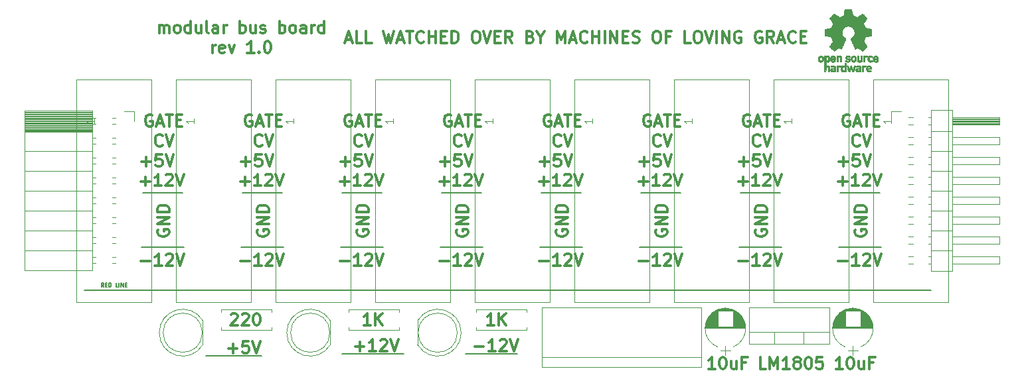
<source format=gbr>
G04 #@! TF.FileFunction,Legend,Top*
%FSLAX46Y46*%
G04 Gerber Fmt 4.6, Leading zero omitted, Abs format (unit mm)*
G04 Created by KiCad (PCBNEW 4.0.6) date Wed Jun 28 00:25:45 2017*
%MOMM*%
%LPD*%
G01*
G04 APERTURE LIST*
%ADD10C,0.100000*%
%ADD11C,0.300000*%
%ADD12C,0.200000*%
%ADD13C,0.127000*%
%ADD14C,0.120000*%
%ADD15C,0.010000*%
G04 APERTURE END LIST*
D10*
D11*
X76876000Y-64935571D02*
X76876000Y-63935571D01*
X76876000Y-64078429D02*
X76947428Y-64007000D01*
X77090286Y-63935571D01*
X77304571Y-63935571D01*
X77447428Y-64007000D01*
X77518857Y-64149857D01*
X77518857Y-64935571D01*
X77518857Y-64149857D02*
X77590286Y-64007000D01*
X77733143Y-63935571D01*
X77947428Y-63935571D01*
X78090286Y-64007000D01*
X78161714Y-64149857D01*
X78161714Y-64935571D01*
X79090286Y-64935571D02*
X78947428Y-64864143D01*
X78876000Y-64792714D01*
X78804571Y-64649857D01*
X78804571Y-64221286D01*
X78876000Y-64078429D01*
X78947428Y-64007000D01*
X79090286Y-63935571D01*
X79304571Y-63935571D01*
X79447428Y-64007000D01*
X79518857Y-64078429D01*
X79590286Y-64221286D01*
X79590286Y-64649857D01*
X79518857Y-64792714D01*
X79447428Y-64864143D01*
X79304571Y-64935571D01*
X79090286Y-64935571D01*
X80876000Y-64935571D02*
X80876000Y-63435571D01*
X80876000Y-64864143D02*
X80733143Y-64935571D01*
X80447429Y-64935571D01*
X80304571Y-64864143D01*
X80233143Y-64792714D01*
X80161714Y-64649857D01*
X80161714Y-64221286D01*
X80233143Y-64078429D01*
X80304571Y-64007000D01*
X80447429Y-63935571D01*
X80733143Y-63935571D01*
X80876000Y-64007000D01*
X82233143Y-63935571D02*
X82233143Y-64935571D01*
X81590286Y-63935571D02*
X81590286Y-64721286D01*
X81661714Y-64864143D01*
X81804572Y-64935571D01*
X82018857Y-64935571D01*
X82161714Y-64864143D01*
X82233143Y-64792714D01*
X83161715Y-64935571D02*
X83018857Y-64864143D01*
X82947429Y-64721286D01*
X82947429Y-63435571D01*
X84376000Y-64935571D02*
X84376000Y-64149857D01*
X84304571Y-64007000D01*
X84161714Y-63935571D01*
X83876000Y-63935571D01*
X83733143Y-64007000D01*
X84376000Y-64864143D02*
X84233143Y-64935571D01*
X83876000Y-64935571D01*
X83733143Y-64864143D01*
X83661714Y-64721286D01*
X83661714Y-64578429D01*
X83733143Y-64435571D01*
X83876000Y-64364143D01*
X84233143Y-64364143D01*
X84376000Y-64292714D01*
X85090286Y-64935571D02*
X85090286Y-63935571D01*
X85090286Y-64221286D02*
X85161714Y-64078429D01*
X85233143Y-64007000D01*
X85376000Y-63935571D01*
X85518857Y-63935571D01*
X87161714Y-64935571D02*
X87161714Y-63435571D01*
X87161714Y-64007000D02*
X87304571Y-63935571D01*
X87590285Y-63935571D01*
X87733142Y-64007000D01*
X87804571Y-64078429D01*
X87876000Y-64221286D01*
X87876000Y-64649857D01*
X87804571Y-64792714D01*
X87733142Y-64864143D01*
X87590285Y-64935571D01*
X87304571Y-64935571D01*
X87161714Y-64864143D01*
X89161714Y-63935571D02*
X89161714Y-64935571D01*
X88518857Y-63935571D02*
X88518857Y-64721286D01*
X88590285Y-64864143D01*
X88733143Y-64935571D01*
X88947428Y-64935571D01*
X89090285Y-64864143D01*
X89161714Y-64792714D01*
X89804571Y-64864143D02*
X89947428Y-64935571D01*
X90233143Y-64935571D01*
X90376000Y-64864143D01*
X90447428Y-64721286D01*
X90447428Y-64649857D01*
X90376000Y-64507000D01*
X90233143Y-64435571D01*
X90018857Y-64435571D01*
X89876000Y-64364143D01*
X89804571Y-64221286D01*
X89804571Y-64149857D01*
X89876000Y-64007000D01*
X90018857Y-63935571D01*
X90233143Y-63935571D01*
X90376000Y-64007000D01*
X92233143Y-64935571D02*
X92233143Y-63435571D01*
X92233143Y-64007000D02*
X92376000Y-63935571D01*
X92661714Y-63935571D01*
X92804571Y-64007000D01*
X92876000Y-64078429D01*
X92947429Y-64221286D01*
X92947429Y-64649857D01*
X92876000Y-64792714D01*
X92804571Y-64864143D01*
X92661714Y-64935571D01*
X92376000Y-64935571D01*
X92233143Y-64864143D01*
X93804572Y-64935571D02*
X93661714Y-64864143D01*
X93590286Y-64792714D01*
X93518857Y-64649857D01*
X93518857Y-64221286D01*
X93590286Y-64078429D01*
X93661714Y-64007000D01*
X93804572Y-63935571D01*
X94018857Y-63935571D01*
X94161714Y-64007000D01*
X94233143Y-64078429D01*
X94304572Y-64221286D01*
X94304572Y-64649857D01*
X94233143Y-64792714D01*
X94161714Y-64864143D01*
X94018857Y-64935571D01*
X93804572Y-64935571D01*
X95590286Y-64935571D02*
X95590286Y-64149857D01*
X95518857Y-64007000D01*
X95376000Y-63935571D01*
X95090286Y-63935571D01*
X94947429Y-64007000D01*
X95590286Y-64864143D02*
X95447429Y-64935571D01*
X95090286Y-64935571D01*
X94947429Y-64864143D01*
X94876000Y-64721286D01*
X94876000Y-64578429D01*
X94947429Y-64435571D01*
X95090286Y-64364143D01*
X95447429Y-64364143D01*
X95590286Y-64292714D01*
X96304572Y-64935571D02*
X96304572Y-63935571D01*
X96304572Y-64221286D02*
X96376000Y-64078429D01*
X96447429Y-64007000D01*
X96590286Y-63935571D01*
X96733143Y-63935571D01*
X97876000Y-64935571D02*
X97876000Y-63435571D01*
X97876000Y-64864143D02*
X97733143Y-64935571D01*
X97447429Y-64935571D01*
X97304571Y-64864143D01*
X97233143Y-64792714D01*
X97161714Y-64649857D01*
X97161714Y-64221286D01*
X97233143Y-64078429D01*
X97304571Y-64007000D01*
X97447429Y-63935571D01*
X97733143Y-63935571D01*
X97876000Y-64007000D01*
X83697430Y-67485571D02*
X83697430Y-66485571D01*
X83697430Y-66771286D02*
X83768858Y-66628429D01*
X83840287Y-66557000D01*
X83983144Y-66485571D01*
X84126001Y-66485571D01*
X85197429Y-67414143D02*
X85054572Y-67485571D01*
X84768858Y-67485571D01*
X84626001Y-67414143D01*
X84554572Y-67271286D01*
X84554572Y-66699857D01*
X84626001Y-66557000D01*
X84768858Y-66485571D01*
X85054572Y-66485571D01*
X85197429Y-66557000D01*
X85268858Y-66699857D01*
X85268858Y-66842714D01*
X84554572Y-66985571D01*
X85768858Y-66485571D02*
X86126001Y-67485571D01*
X86483143Y-66485571D01*
X88983143Y-67485571D02*
X88126000Y-67485571D01*
X88554572Y-67485571D02*
X88554572Y-65985571D01*
X88411715Y-66199857D01*
X88268857Y-66342714D01*
X88126000Y-66414143D01*
X89626000Y-67342714D02*
X89697428Y-67414143D01*
X89626000Y-67485571D01*
X89554571Y-67414143D01*
X89626000Y-67342714D01*
X89626000Y-67485571D01*
X90626000Y-65985571D02*
X90768857Y-65985571D01*
X90911714Y-66057000D01*
X90983143Y-66128429D01*
X91054572Y-66271286D01*
X91126000Y-66557000D01*
X91126000Y-66914143D01*
X91054572Y-67199857D01*
X90983143Y-67342714D01*
X90911714Y-67414143D01*
X90768857Y-67485571D01*
X90626000Y-67485571D01*
X90483143Y-67414143D01*
X90411714Y-67342714D01*
X90340286Y-67199857D01*
X90268857Y-66914143D01*
X90268857Y-66557000D01*
X90340286Y-66271286D01*
X90411714Y-66128429D01*
X90483143Y-66057000D01*
X90626000Y-65985571D01*
X154230001Y-107866571D02*
X153515715Y-107866571D01*
X153515715Y-106366571D01*
X154730001Y-107866571D02*
X154730001Y-106366571D01*
X155230001Y-107438000D01*
X155730001Y-106366571D01*
X155730001Y-107866571D01*
X157230001Y-107866571D02*
X156372858Y-107866571D01*
X156801430Y-107866571D02*
X156801430Y-106366571D01*
X156658573Y-106580857D01*
X156515715Y-106723714D01*
X156372858Y-106795143D01*
X158087144Y-107009429D02*
X157944286Y-106938000D01*
X157872858Y-106866571D01*
X157801429Y-106723714D01*
X157801429Y-106652286D01*
X157872858Y-106509429D01*
X157944286Y-106438000D01*
X158087144Y-106366571D01*
X158372858Y-106366571D01*
X158515715Y-106438000D01*
X158587144Y-106509429D01*
X158658572Y-106652286D01*
X158658572Y-106723714D01*
X158587144Y-106866571D01*
X158515715Y-106938000D01*
X158372858Y-107009429D01*
X158087144Y-107009429D01*
X157944286Y-107080857D01*
X157872858Y-107152286D01*
X157801429Y-107295143D01*
X157801429Y-107580857D01*
X157872858Y-107723714D01*
X157944286Y-107795143D01*
X158087144Y-107866571D01*
X158372858Y-107866571D01*
X158515715Y-107795143D01*
X158587144Y-107723714D01*
X158658572Y-107580857D01*
X158658572Y-107295143D01*
X158587144Y-107152286D01*
X158515715Y-107080857D01*
X158372858Y-107009429D01*
X159587143Y-106366571D02*
X159730000Y-106366571D01*
X159872857Y-106438000D01*
X159944286Y-106509429D01*
X160015715Y-106652286D01*
X160087143Y-106938000D01*
X160087143Y-107295143D01*
X160015715Y-107580857D01*
X159944286Y-107723714D01*
X159872857Y-107795143D01*
X159730000Y-107866571D01*
X159587143Y-107866571D01*
X159444286Y-107795143D01*
X159372857Y-107723714D01*
X159301429Y-107580857D01*
X159230000Y-107295143D01*
X159230000Y-106938000D01*
X159301429Y-106652286D01*
X159372857Y-106509429D01*
X159444286Y-106438000D01*
X159587143Y-106366571D01*
X161444286Y-106366571D02*
X160730000Y-106366571D01*
X160658571Y-107080857D01*
X160730000Y-107009429D01*
X160872857Y-106938000D01*
X161230000Y-106938000D01*
X161372857Y-107009429D01*
X161444286Y-107080857D01*
X161515714Y-107223714D01*
X161515714Y-107580857D01*
X161444286Y-107723714D01*
X161372857Y-107795143D01*
X161230000Y-107866571D01*
X160872857Y-107866571D01*
X160730000Y-107795143D01*
X160658571Y-107723714D01*
X164000858Y-107866571D02*
X163143715Y-107866571D01*
X163572287Y-107866571D02*
X163572287Y-106366571D01*
X163429430Y-106580857D01*
X163286572Y-106723714D01*
X163143715Y-106795143D01*
X164929429Y-106366571D02*
X165072286Y-106366571D01*
X165215143Y-106438000D01*
X165286572Y-106509429D01*
X165358001Y-106652286D01*
X165429429Y-106938000D01*
X165429429Y-107295143D01*
X165358001Y-107580857D01*
X165286572Y-107723714D01*
X165215143Y-107795143D01*
X165072286Y-107866571D01*
X164929429Y-107866571D01*
X164786572Y-107795143D01*
X164715143Y-107723714D01*
X164643715Y-107580857D01*
X164572286Y-107295143D01*
X164572286Y-106938000D01*
X164643715Y-106652286D01*
X164715143Y-106509429D01*
X164786572Y-106438000D01*
X164929429Y-106366571D01*
X166715143Y-106866571D02*
X166715143Y-107866571D01*
X166072286Y-106866571D02*
X166072286Y-107652286D01*
X166143714Y-107795143D01*
X166286572Y-107866571D01*
X166500857Y-107866571D01*
X166643714Y-107795143D01*
X166715143Y-107723714D01*
X167929429Y-107080857D02*
X167429429Y-107080857D01*
X167429429Y-107866571D02*
X167429429Y-106366571D01*
X168143715Y-106366571D01*
X147744858Y-107866571D02*
X146887715Y-107866571D01*
X147316287Y-107866571D02*
X147316287Y-106366571D01*
X147173430Y-106580857D01*
X147030572Y-106723714D01*
X146887715Y-106795143D01*
X148673429Y-106366571D02*
X148816286Y-106366571D01*
X148959143Y-106438000D01*
X149030572Y-106509429D01*
X149102001Y-106652286D01*
X149173429Y-106938000D01*
X149173429Y-107295143D01*
X149102001Y-107580857D01*
X149030572Y-107723714D01*
X148959143Y-107795143D01*
X148816286Y-107866571D01*
X148673429Y-107866571D01*
X148530572Y-107795143D01*
X148459143Y-107723714D01*
X148387715Y-107580857D01*
X148316286Y-107295143D01*
X148316286Y-106938000D01*
X148387715Y-106652286D01*
X148459143Y-106509429D01*
X148530572Y-106438000D01*
X148673429Y-106366571D01*
X150459143Y-106866571D02*
X150459143Y-107866571D01*
X149816286Y-106866571D02*
X149816286Y-107652286D01*
X149887714Y-107795143D01*
X150030572Y-107866571D01*
X150244857Y-107866571D01*
X150387714Y-107795143D01*
X150459143Y-107723714D01*
X151673429Y-107080857D02*
X151173429Y-107080857D01*
X151173429Y-107866571D02*
X151173429Y-106366571D01*
X151887715Y-106366571D01*
X119566572Y-102278571D02*
X118709429Y-102278571D01*
X119138001Y-102278571D02*
X119138001Y-100778571D01*
X118995144Y-100992857D01*
X118852286Y-101135714D01*
X118709429Y-101207143D01*
X120209429Y-102278571D02*
X120209429Y-100778571D01*
X121066572Y-102278571D02*
X120423715Y-101421429D01*
X121066572Y-100778571D02*
X120209429Y-101635714D01*
X103818572Y-102278571D02*
X102961429Y-102278571D01*
X103390001Y-102278571D02*
X103390001Y-100778571D01*
X103247144Y-100992857D01*
X103104286Y-101135714D01*
X102961429Y-101207143D01*
X104461429Y-102278571D02*
X104461429Y-100778571D01*
X105318572Y-102278571D02*
X104675715Y-101421429D01*
X105318572Y-100778571D02*
X104461429Y-101635714D01*
X86026858Y-100921429D02*
X86098287Y-100850000D01*
X86241144Y-100778571D01*
X86598287Y-100778571D01*
X86741144Y-100850000D01*
X86812573Y-100921429D01*
X86884001Y-101064286D01*
X86884001Y-101207143D01*
X86812573Y-101421429D01*
X85955430Y-102278571D01*
X86884001Y-102278571D01*
X87455429Y-100921429D02*
X87526858Y-100850000D01*
X87669715Y-100778571D01*
X88026858Y-100778571D01*
X88169715Y-100850000D01*
X88241144Y-100921429D01*
X88312572Y-101064286D01*
X88312572Y-101207143D01*
X88241144Y-101421429D01*
X87384001Y-102278571D01*
X88312572Y-102278571D01*
X89241143Y-100778571D02*
X89384000Y-100778571D01*
X89526857Y-100850000D01*
X89598286Y-100921429D01*
X89669715Y-101064286D01*
X89741143Y-101350000D01*
X89741143Y-101707143D01*
X89669715Y-101992857D01*
X89598286Y-102135714D01*
X89526857Y-102207143D01*
X89384000Y-102278571D01*
X89241143Y-102278571D01*
X89098286Y-102207143D01*
X89026857Y-102135714D01*
X88955429Y-101992857D01*
X88884000Y-101707143D01*
X88884000Y-101350000D01*
X88955429Y-101064286D01*
X89026857Y-100921429D01*
X89098286Y-100850000D01*
X89241143Y-100778571D01*
X100690856Y-65782000D02*
X101405142Y-65782000D01*
X100547999Y-66210571D02*
X101047999Y-64710571D01*
X101547999Y-66210571D01*
X102762285Y-66210571D02*
X102047999Y-66210571D01*
X102047999Y-64710571D01*
X103976571Y-66210571D02*
X103262285Y-66210571D01*
X103262285Y-64710571D01*
X105476571Y-64710571D02*
X105833714Y-66210571D01*
X106119428Y-65139143D01*
X106405142Y-66210571D01*
X106762285Y-64710571D01*
X107262285Y-65782000D02*
X107976571Y-65782000D01*
X107119428Y-66210571D02*
X107619428Y-64710571D01*
X108119428Y-66210571D01*
X108405142Y-64710571D02*
X109262285Y-64710571D01*
X108833714Y-66210571D02*
X108833714Y-64710571D01*
X110619428Y-66067714D02*
X110547999Y-66139143D01*
X110333713Y-66210571D01*
X110190856Y-66210571D01*
X109976571Y-66139143D01*
X109833713Y-65996286D01*
X109762285Y-65853429D01*
X109690856Y-65567714D01*
X109690856Y-65353429D01*
X109762285Y-65067714D01*
X109833713Y-64924857D01*
X109976571Y-64782000D01*
X110190856Y-64710571D01*
X110333713Y-64710571D01*
X110547999Y-64782000D01*
X110619428Y-64853429D01*
X111262285Y-66210571D02*
X111262285Y-64710571D01*
X111262285Y-65424857D02*
X112119428Y-65424857D01*
X112119428Y-66210571D02*
X112119428Y-64710571D01*
X112833714Y-65424857D02*
X113333714Y-65424857D01*
X113548000Y-66210571D02*
X112833714Y-66210571D01*
X112833714Y-64710571D01*
X113548000Y-64710571D01*
X114190857Y-66210571D02*
X114190857Y-64710571D01*
X114548000Y-64710571D01*
X114762285Y-64782000D01*
X114905143Y-64924857D01*
X114976571Y-65067714D01*
X115048000Y-65353429D01*
X115048000Y-65567714D01*
X114976571Y-65853429D01*
X114905143Y-65996286D01*
X114762285Y-66139143D01*
X114548000Y-66210571D01*
X114190857Y-66210571D01*
X117119428Y-64710571D02*
X117405142Y-64710571D01*
X117548000Y-64782000D01*
X117690857Y-64924857D01*
X117762285Y-65210571D01*
X117762285Y-65710571D01*
X117690857Y-65996286D01*
X117548000Y-66139143D01*
X117405142Y-66210571D01*
X117119428Y-66210571D01*
X116976571Y-66139143D01*
X116833714Y-65996286D01*
X116762285Y-65710571D01*
X116762285Y-65210571D01*
X116833714Y-64924857D01*
X116976571Y-64782000D01*
X117119428Y-64710571D01*
X118190857Y-64710571D02*
X118690857Y-66210571D01*
X119190857Y-64710571D01*
X119690857Y-65424857D02*
X120190857Y-65424857D01*
X120405143Y-66210571D02*
X119690857Y-66210571D01*
X119690857Y-64710571D01*
X120405143Y-64710571D01*
X121905143Y-66210571D02*
X121405143Y-65496286D01*
X121048000Y-66210571D02*
X121048000Y-64710571D01*
X121619428Y-64710571D01*
X121762286Y-64782000D01*
X121833714Y-64853429D01*
X121905143Y-64996286D01*
X121905143Y-65210571D01*
X121833714Y-65353429D01*
X121762286Y-65424857D01*
X121619428Y-65496286D01*
X121048000Y-65496286D01*
X124190857Y-65424857D02*
X124405143Y-65496286D01*
X124476571Y-65567714D01*
X124548000Y-65710571D01*
X124548000Y-65924857D01*
X124476571Y-66067714D01*
X124405143Y-66139143D01*
X124262285Y-66210571D01*
X123690857Y-66210571D01*
X123690857Y-64710571D01*
X124190857Y-64710571D01*
X124333714Y-64782000D01*
X124405143Y-64853429D01*
X124476571Y-64996286D01*
X124476571Y-65139143D01*
X124405143Y-65282000D01*
X124333714Y-65353429D01*
X124190857Y-65424857D01*
X123690857Y-65424857D01*
X125476571Y-65496286D02*
X125476571Y-66210571D01*
X124976571Y-64710571D02*
X125476571Y-65496286D01*
X125976571Y-64710571D01*
X127619428Y-66210571D02*
X127619428Y-64710571D01*
X128119428Y-65782000D01*
X128619428Y-64710571D01*
X128619428Y-66210571D01*
X129262285Y-65782000D02*
X129976571Y-65782000D01*
X129119428Y-66210571D02*
X129619428Y-64710571D01*
X130119428Y-66210571D01*
X131476571Y-66067714D02*
X131405142Y-66139143D01*
X131190856Y-66210571D01*
X131047999Y-66210571D01*
X130833714Y-66139143D01*
X130690856Y-65996286D01*
X130619428Y-65853429D01*
X130547999Y-65567714D01*
X130547999Y-65353429D01*
X130619428Y-65067714D01*
X130690856Y-64924857D01*
X130833714Y-64782000D01*
X131047999Y-64710571D01*
X131190856Y-64710571D01*
X131405142Y-64782000D01*
X131476571Y-64853429D01*
X132119428Y-66210571D02*
X132119428Y-64710571D01*
X132119428Y-65424857D02*
X132976571Y-65424857D01*
X132976571Y-66210571D02*
X132976571Y-64710571D01*
X133690857Y-66210571D02*
X133690857Y-64710571D01*
X134405143Y-66210571D02*
X134405143Y-64710571D01*
X135262286Y-66210571D01*
X135262286Y-64710571D01*
X135976572Y-65424857D02*
X136476572Y-65424857D01*
X136690858Y-66210571D02*
X135976572Y-66210571D01*
X135976572Y-64710571D01*
X136690858Y-64710571D01*
X137262286Y-66139143D02*
X137476572Y-66210571D01*
X137833715Y-66210571D01*
X137976572Y-66139143D01*
X138048001Y-66067714D01*
X138119429Y-65924857D01*
X138119429Y-65782000D01*
X138048001Y-65639143D01*
X137976572Y-65567714D01*
X137833715Y-65496286D01*
X137548001Y-65424857D01*
X137405143Y-65353429D01*
X137333715Y-65282000D01*
X137262286Y-65139143D01*
X137262286Y-64996286D01*
X137333715Y-64853429D01*
X137405143Y-64782000D01*
X137548001Y-64710571D01*
X137905143Y-64710571D01*
X138119429Y-64782000D01*
X140190857Y-64710571D02*
X140476571Y-64710571D01*
X140619429Y-64782000D01*
X140762286Y-64924857D01*
X140833714Y-65210571D01*
X140833714Y-65710571D01*
X140762286Y-65996286D01*
X140619429Y-66139143D01*
X140476571Y-66210571D01*
X140190857Y-66210571D01*
X140048000Y-66139143D01*
X139905143Y-65996286D01*
X139833714Y-65710571D01*
X139833714Y-65210571D01*
X139905143Y-64924857D01*
X140048000Y-64782000D01*
X140190857Y-64710571D01*
X141976572Y-65424857D02*
X141476572Y-65424857D01*
X141476572Y-66210571D02*
X141476572Y-64710571D01*
X142190858Y-64710571D01*
X144619429Y-66210571D02*
X143905143Y-66210571D01*
X143905143Y-64710571D01*
X145405143Y-64710571D02*
X145690857Y-64710571D01*
X145833715Y-64782000D01*
X145976572Y-64924857D01*
X146048000Y-65210571D01*
X146048000Y-65710571D01*
X145976572Y-65996286D01*
X145833715Y-66139143D01*
X145690857Y-66210571D01*
X145405143Y-66210571D01*
X145262286Y-66139143D01*
X145119429Y-65996286D01*
X145048000Y-65710571D01*
X145048000Y-65210571D01*
X145119429Y-64924857D01*
X145262286Y-64782000D01*
X145405143Y-64710571D01*
X146476572Y-64710571D02*
X146976572Y-66210571D01*
X147476572Y-64710571D01*
X147976572Y-66210571D02*
X147976572Y-64710571D01*
X148690858Y-66210571D02*
X148690858Y-64710571D01*
X149548001Y-66210571D01*
X149548001Y-64710571D01*
X151048001Y-64782000D02*
X150905144Y-64710571D01*
X150690858Y-64710571D01*
X150476573Y-64782000D01*
X150333715Y-64924857D01*
X150262287Y-65067714D01*
X150190858Y-65353429D01*
X150190858Y-65567714D01*
X150262287Y-65853429D01*
X150333715Y-65996286D01*
X150476573Y-66139143D01*
X150690858Y-66210571D01*
X150833715Y-66210571D01*
X151048001Y-66139143D01*
X151119430Y-66067714D01*
X151119430Y-65567714D01*
X150833715Y-65567714D01*
X153690858Y-64782000D02*
X153548001Y-64710571D01*
X153333715Y-64710571D01*
X153119430Y-64782000D01*
X152976572Y-64924857D01*
X152905144Y-65067714D01*
X152833715Y-65353429D01*
X152833715Y-65567714D01*
X152905144Y-65853429D01*
X152976572Y-65996286D01*
X153119430Y-66139143D01*
X153333715Y-66210571D01*
X153476572Y-66210571D01*
X153690858Y-66139143D01*
X153762287Y-66067714D01*
X153762287Y-65567714D01*
X153476572Y-65567714D01*
X155262287Y-66210571D02*
X154762287Y-65496286D01*
X154405144Y-66210571D02*
X154405144Y-64710571D01*
X154976572Y-64710571D01*
X155119430Y-64782000D01*
X155190858Y-64853429D01*
X155262287Y-64996286D01*
X155262287Y-65210571D01*
X155190858Y-65353429D01*
X155119430Y-65424857D01*
X154976572Y-65496286D01*
X154405144Y-65496286D01*
X155833715Y-65782000D02*
X156548001Y-65782000D01*
X155690858Y-66210571D02*
X156190858Y-64710571D01*
X156690858Y-66210571D01*
X158048001Y-66067714D02*
X157976572Y-66139143D01*
X157762286Y-66210571D01*
X157619429Y-66210571D01*
X157405144Y-66139143D01*
X157262286Y-65996286D01*
X157190858Y-65853429D01*
X157119429Y-65567714D01*
X157119429Y-65353429D01*
X157190858Y-65067714D01*
X157262286Y-64924857D01*
X157405144Y-64782000D01*
X157619429Y-64710571D01*
X157762286Y-64710571D01*
X157976572Y-64782000D01*
X158048001Y-64853429D01*
X158690858Y-65424857D02*
X159190858Y-65424857D01*
X159405144Y-66210571D02*
X158690858Y-66210571D01*
X158690858Y-64710571D01*
X159405144Y-64710571D01*
X164870000Y-75450000D02*
X164727143Y-75378571D01*
X164512857Y-75378571D01*
X164298572Y-75450000D01*
X164155714Y-75592857D01*
X164084286Y-75735714D01*
X164012857Y-76021429D01*
X164012857Y-76235714D01*
X164084286Y-76521429D01*
X164155714Y-76664286D01*
X164298572Y-76807143D01*
X164512857Y-76878571D01*
X164655714Y-76878571D01*
X164870000Y-76807143D01*
X164941429Y-76735714D01*
X164941429Y-76235714D01*
X164655714Y-76235714D01*
X165512857Y-76450000D02*
X166227143Y-76450000D01*
X165370000Y-76878571D02*
X165870000Y-75378571D01*
X166370000Y-76878571D01*
X166655714Y-75378571D02*
X167512857Y-75378571D01*
X167084286Y-76878571D02*
X167084286Y-75378571D01*
X168012857Y-76092857D02*
X168512857Y-76092857D01*
X168727143Y-76878571D02*
X168012857Y-76878571D01*
X168012857Y-75378571D01*
X168727143Y-75378571D01*
X166191429Y-79275714D02*
X166120000Y-79347143D01*
X165905714Y-79418571D01*
X165762857Y-79418571D01*
X165548572Y-79347143D01*
X165405714Y-79204286D01*
X165334286Y-79061429D01*
X165262857Y-78775714D01*
X165262857Y-78561429D01*
X165334286Y-78275714D01*
X165405714Y-78132857D01*
X165548572Y-77990000D01*
X165762857Y-77918571D01*
X165905714Y-77918571D01*
X166120000Y-77990000D01*
X166191429Y-78061429D01*
X166620000Y-77918571D02*
X167120000Y-79418571D01*
X167620000Y-77918571D01*
X163552429Y-81412543D02*
X164695286Y-81412543D01*
X164123857Y-81983971D02*
X164123857Y-80841114D01*
X166123858Y-80483971D02*
X165409572Y-80483971D01*
X165338143Y-81198257D01*
X165409572Y-81126829D01*
X165552429Y-81055400D01*
X165909572Y-81055400D01*
X166052429Y-81126829D01*
X166123858Y-81198257D01*
X166195286Y-81341114D01*
X166195286Y-81698257D01*
X166123858Y-81841114D01*
X166052429Y-81912543D01*
X165909572Y-81983971D01*
X165552429Y-81983971D01*
X165409572Y-81912543D01*
X165338143Y-81841114D01*
X166623857Y-80483971D02*
X167123857Y-81983971D01*
X167623857Y-80483971D01*
X163447744Y-83901743D02*
X164590601Y-83901743D01*
X164019172Y-84473171D02*
X164019172Y-83330314D01*
X166090601Y-84473171D02*
X165233458Y-84473171D01*
X165662030Y-84473171D02*
X165662030Y-82973171D01*
X165519173Y-83187457D01*
X165376315Y-83330314D01*
X165233458Y-83401743D01*
X166662029Y-83116029D02*
X166733458Y-83044600D01*
X166876315Y-82973171D01*
X167233458Y-82973171D01*
X167376315Y-83044600D01*
X167447744Y-83116029D01*
X167519172Y-83258886D01*
X167519172Y-83401743D01*
X167447744Y-83616029D01*
X166590601Y-84473171D01*
X167519172Y-84473171D01*
X167947743Y-82973171D02*
X168447743Y-84473171D01*
X168947743Y-82973171D01*
X165620000Y-90093657D02*
X165548571Y-90236514D01*
X165548571Y-90450800D01*
X165620000Y-90665085D01*
X165762857Y-90807943D01*
X165905714Y-90879371D01*
X166191429Y-90950800D01*
X166405714Y-90950800D01*
X166691429Y-90879371D01*
X166834286Y-90807943D01*
X166977143Y-90665085D01*
X167048571Y-90450800D01*
X167048571Y-90307943D01*
X166977143Y-90093657D01*
X166905714Y-90022228D01*
X166405714Y-90022228D01*
X166405714Y-90307943D01*
X167048571Y-89379371D02*
X165548571Y-89379371D01*
X167048571Y-88522228D01*
X165548571Y-88522228D01*
X167048571Y-87807942D02*
X165548571Y-87807942D01*
X165548571Y-87450799D01*
X165620000Y-87236514D01*
X165762857Y-87093656D01*
X165905714Y-87022228D01*
X166191429Y-86950799D01*
X166405714Y-86950799D01*
X166691429Y-87022228D01*
X166834286Y-87093656D01*
X166977143Y-87236514D01*
X167048571Y-87450799D01*
X167048571Y-87807942D01*
X163473144Y-94087143D02*
X164616001Y-94087143D01*
X166116001Y-94658571D02*
X165258858Y-94658571D01*
X165687430Y-94658571D02*
X165687430Y-93158571D01*
X165544573Y-93372857D01*
X165401715Y-93515714D01*
X165258858Y-93587143D01*
X166687429Y-93301429D02*
X166758858Y-93230000D01*
X166901715Y-93158571D01*
X167258858Y-93158571D01*
X167401715Y-93230000D01*
X167473144Y-93301429D01*
X167544572Y-93444286D01*
X167544572Y-93587143D01*
X167473144Y-93801429D01*
X166616001Y-94658571D01*
X167544572Y-94658571D01*
X167973143Y-93158571D02*
X168473143Y-94658571D01*
X168973143Y-93158571D01*
D12*
X163652200Y-85344000D02*
X168808400Y-85344000D01*
X163550600Y-92329000D02*
X168910000Y-92329000D01*
X150850600Y-92329000D02*
X156210000Y-92329000D01*
X150952200Y-85344000D02*
X156108400Y-85344000D01*
D11*
X150773144Y-94087143D02*
X151916001Y-94087143D01*
X153416001Y-94658571D02*
X152558858Y-94658571D01*
X152987430Y-94658571D02*
X152987430Y-93158571D01*
X152844573Y-93372857D01*
X152701715Y-93515714D01*
X152558858Y-93587143D01*
X153987429Y-93301429D02*
X154058858Y-93230000D01*
X154201715Y-93158571D01*
X154558858Y-93158571D01*
X154701715Y-93230000D01*
X154773144Y-93301429D01*
X154844572Y-93444286D01*
X154844572Y-93587143D01*
X154773144Y-93801429D01*
X153916001Y-94658571D01*
X154844572Y-94658571D01*
X155273143Y-93158571D02*
X155773143Y-94658571D01*
X156273143Y-93158571D01*
X152920000Y-90093657D02*
X152848571Y-90236514D01*
X152848571Y-90450800D01*
X152920000Y-90665085D01*
X153062857Y-90807943D01*
X153205714Y-90879371D01*
X153491429Y-90950800D01*
X153705714Y-90950800D01*
X153991429Y-90879371D01*
X154134286Y-90807943D01*
X154277143Y-90665085D01*
X154348571Y-90450800D01*
X154348571Y-90307943D01*
X154277143Y-90093657D01*
X154205714Y-90022228D01*
X153705714Y-90022228D01*
X153705714Y-90307943D01*
X154348571Y-89379371D02*
X152848571Y-89379371D01*
X154348571Y-88522228D01*
X152848571Y-88522228D01*
X154348571Y-87807942D02*
X152848571Y-87807942D01*
X152848571Y-87450799D01*
X152920000Y-87236514D01*
X153062857Y-87093656D01*
X153205714Y-87022228D01*
X153491429Y-86950799D01*
X153705714Y-86950799D01*
X153991429Y-87022228D01*
X154134286Y-87093656D01*
X154277143Y-87236514D01*
X154348571Y-87450799D01*
X154348571Y-87807942D01*
X150747744Y-83901743D02*
X151890601Y-83901743D01*
X151319172Y-84473171D02*
X151319172Y-83330314D01*
X153390601Y-84473171D02*
X152533458Y-84473171D01*
X152962030Y-84473171D02*
X152962030Y-82973171D01*
X152819173Y-83187457D01*
X152676315Y-83330314D01*
X152533458Y-83401743D01*
X153962029Y-83116029D02*
X154033458Y-83044600D01*
X154176315Y-82973171D01*
X154533458Y-82973171D01*
X154676315Y-83044600D01*
X154747744Y-83116029D01*
X154819172Y-83258886D01*
X154819172Y-83401743D01*
X154747744Y-83616029D01*
X153890601Y-84473171D01*
X154819172Y-84473171D01*
X155247743Y-82973171D02*
X155747743Y-84473171D01*
X156247743Y-82973171D01*
X150852429Y-81412543D02*
X151995286Y-81412543D01*
X151423857Y-81983971D02*
X151423857Y-80841114D01*
X153423858Y-80483971D02*
X152709572Y-80483971D01*
X152638143Y-81198257D01*
X152709572Y-81126829D01*
X152852429Y-81055400D01*
X153209572Y-81055400D01*
X153352429Y-81126829D01*
X153423858Y-81198257D01*
X153495286Y-81341114D01*
X153495286Y-81698257D01*
X153423858Y-81841114D01*
X153352429Y-81912543D01*
X153209572Y-81983971D01*
X152852429Y-81983971D01*
X152709572Y-81912543D01*
X152638143Y-81841114D01*
X153923857Y-80483971D02*
X154423857Y-81983971D01*
X154923857Y-80483971D01*
X153491429Y-79275714D02*
X153420000Y-79347143D01*
X153205714Y-79418571D01*
X153062857Y-79418571D01*
X152848572Y-79347143D01*
X152705714Y-79204286D01*
X152634286Y-79061429D01*
X152562857Y-78775714D01*
X152562857Y-78561429D01*
X152634286Y-78275714D01*
X152705714Y-78132857D01*
X152848572Y-77990000D01*
X153062857Y-77918571D01*
X153205714Y-77918571D01*
X153420000Y-77990000D01*
X153491429Y-78061429D01*
X153920000Y-77918571D02*
X154420000Y-79418571D01*
X154920000Y-77918571D01*
X152170000Y-75450000D02*
X152027143Y-75378571D01*
X151812857Y-75378571D01*
X151598572Y-75450000D01*
X151455714Y-75592857D01*
X151384286Y-75735714D01*
X151312857Y-76021429D01*
X151312857Y-76235714D01*
X151384286Y-76521429D01*
X151455714Y-76664286D01*
X151598572Y-76807143D01*
X151812857Y-76878571D01*
X151955714Y-76878571D01*
X152170000Y-76807143D01*
X152241429Y-76735714D01*
X152241429Y-76235714D01*
X151955714Y-76235714D01*
X152812857Y-76450000D02*
X153527143Y-76450000D01*
X152670000Y-76878571D02*
X153170000Y-75378571D01*
X153670000Y-76878571D01*
X153955714Y-75378571D02*
X154812857Y-75378571D01*
X154384286Y-76878571D02*
X154384286Y-75378571D01*
X155312857Y-76092857D02*
X155812857Y-76092857D01*
X156027143Y-76878571D02*
X155312857Y-76878571D01*
X155312857Y-75378571D01*
X156027143Y-75378571D01*
X139470000Y-75450000D02*
X139327143Y-75378571D01*
X139112857Y-75378571D01*
X138898572Y-75450000D01*
X138755714Y-75592857D01*
X138684286Y-75735714D01*
X138612857Y-76021429D01*
X138612857Y-76235714D01*
X138684286Y-76521429D01*
X138755714Y-76664286D01*
X138898572Y-76807143D01*
X139112857Y-76878571D01*
X139255714Y-76878571D01*
X139470000Y-76807143D01*
X139541429Y-76735714D01*
X139541429Y-76235714D01*
X139255714Y-76235714D01*
X140112857Y-76450000D02*
X140827143Y-76450000D01*
X139970000Y-76878571D02*
X140470000Y-75378571D01*
X140970000Y-76878571D01*
X141255714Y-75378571D02*
X142112857Y-75378571D01*
X141684286Y-76878571D02*
X141684286Y-75378571D01*
X142612857Y-76092857D02*
X143112857Y-76092857D01*
X143327143Y-76878571D02*
X142612857Y-76878571D01*
X142612857Y-75378571D01*
X143327143Y-75378571D01*
X140791429Y-79275714D02*
X140720000Y-79347143D01*
X140505714Y-79418571D01*
X140362857Y-79418571D01*
X140148572Y-79347143D01*
X140005714Y-79204286D01*
X139934286Y-79061429D01*
X139862857Y-78775714D01*
X139862857Y-78561429D01*
X139934286Y-78275714D01*
X140005714Y-78132857D01*
X140148572Y-77990000D01*
X140362857Y-77918571D01*
X140505714Y-77918571D01*
X140720000Y-77990000D01*
X140791429Y-78061429D01*
X141220000Y-77918571D02*
X141720000Y-79418571D01*
X142220000Y-77918571D01*
X138152429Y-81412543D02*
X139295286Y-81412543D01*
X138723857Y-81983971D02*
X138723857Y-80841114D01*
X140723858Y-80483971D02*
X140009572Y-80483971D01*
X139938143Y-81198257D01*
X140009572Y-81126829D01*
X140152429Y-81055400D01*
X140509572Y-81055400D01*
X140652429Y-81126829D01*
X140723858Y-81198257D01*
X140795286Y-81341114D01*
X140795286Y-81698257D01*
X140723858Y-81841114D01*
X140652429Y-81912543D01*
X140509572Y-81983971D01*
X140152429Y-81983971D01*
X140009572Y-81912543D01*
X139938143Y-81841114D01*
X141223857Y-80483971D02*
X141723857Y-81983971D01*
X142223857Y-80483971D01*
X138047744Y-83901743D02*
X139190601Y-83901743D01*
X138619172Y-84473171D02*
X138619172Y-83330314D01*
X140690601Y-84473171D02*
X139833458Y-84473171D01*
X140262030Y-84473171D02*
X140262030Y-82973171D01*
X140119173Y-83187457D01*
X139976315Y-83330314D01*
X139833458Y-83401743D01*
X141262029Y-83116029D02*
X141333458Y-83044600D01*
X141476315Y-82973171D01*
X141833458Y-82973171D01*
X141976315Y-83044600D01*
X142047744Y-83116029D01*
X142119172Y-83258886D01*
X142119172Y-83401743D01*
X142047744Y-83616029D01*
X141190601Y-84473171D01*
X142119172Y-84473171D01*
X142547743Y-82973171D02*
X143047743Y-84473171D01*
X143547743Y-82973171D01*
X140220000Y-90093657D02*
X140148571Y-90236514D01*
X140148571Y-90450800D01*
X140220000Y-90665085D01*
X140362857Y-90807943D01*
X140505714Y-90879371D01*
X140791429Y-90950800D01*
X141005714Y-90950800D01*
X141291429Y-90879371D01*
X141434286Y-90807943D01*
X141577143Y-90665085D01*
X141648571Y-90450800D01*
X141648571Y-90307943D01*
X141577143Y-90093657D01*
X141505714Y-90022228D01*
X141005714Y-90022228D01*
X141005714Y-90307943D01*
X141648571Y-89379371D02*
X140148571Y-89379371D01*
X141648571Y-88522228D01*
X140148571Y-88522228D01*
X141648571Y-87807942D02*
X140148571Y-87807942D01*
X140148571Y-87450799D01*
X140220000Y-87236514D01*
X140362857Y-87093656D01*
X140505714Y-87022228D01*
X140791429Y-86950799D01*
X141005714Y-86950799D01*
X141291429Y-87022228D01*
X141434286Y-87093656D01*
X141577143Y-87236514D01*
X141648571Y-87450799D01*
X141648571Y-87807942D01*
X138073144Y-94087143D02*
X139216001Y-94087143D01*
X140716001Y-94658571D02*
X139858858Y-94658571D01*
X140287430Y-94658571D02*
X140287430Y-93158571D01*
X140144573Y-93372857D01*
X140001715Y-93515714D01*
X139858858Y-93587143D01*
X141287429Y-93301429D02*
X141358858Y-93230000D01*
X141501715Y-93158571D01*
X141858858Y-93158571D01*
X142001715Y-93230000D01*
X142073144Y-93301429D01*
X142144572Y-93444286D01*
X142144572Y-93587143D01*
X142073144Y-93801429D01*
X141216001Y-94658571D01*
X142144572Y-94658571D01*
X142573143Y-93158571D02*
X143073143Y-94658571D01*
X143573143Y-93158571D01*
D12*
X138252200Y-85344000D02*
X143408400Y-85344000D01*
X138150600Y-92329000D02*
X143510000Y-92329000D01*
X125450600Y-92329000D02*
X130810000Y-92329000D01*
X125552200Y-85344000D02*
X130708400Y-85344000D01*
D11*
X125373144Y-94087143D02*
X126516001Y-94087143D01*
X128016001Y-94658571D02*
X127158858Y-94658571D01*
X127587430Y-94658571D02*
X127587430Y-93158571D01*
X127444573Y-93372857D01*
X127301715Y-93515714D01*
X127158858Y-93587143D01*
X128587429Y-93301429D02*
X128658858Y-93230000D01*
X128801715Y-93158571D01*
X129158858Y-93158571D01*
X129301715Y-93230000D01*
X129373144Y-93301429D01*
X129444572Y-93444286D01*
X129444572Y-93587143D01*
X129373144Y-93801429D01*
X128516001Y-94658571D01*
X129444572Y-94658571D01*
X129873143Y-93158571D02*
X130373143Y-94658571D01*
X130873143Y-93158571D01*
X127520000Y-90093657D02*
X127448571Y-90236514D01*
X127448571Y-90450800D01*
X127520000Y-90665085D01*
X127662857Y-90807943D01*
X127805714Y-90879371D01*
X128091429Y-90950800D01*
X128305714Y-90950800D01*
X128591429Y-90879371D01*
X128734286Y-90807943D01*
X128877143Y-90665085D01*
X128948571Y-90450800D01*
X128948571Y-90307943D01*
X128877143Y-90093657D01*
X128805714Y-90022228D01*
X128305714Y-90022228D01*
X128305714Y-90307943D01*
X128948571Y-89379371D02*
X127448571Y-89379371D01*
X128948571Y-88522228D01*
X127448571Y-88522228D01*
X128948571Y-87807942D02*
X127448571Y-87807942D01*
X127448571Y-87450799D01*
X127520000Y-87236514D01*
X127662857Y-87093656D01*
X127805714Y-87022228D01*
X128091429Y-86950799D01*
X128305714Y-86950799D01*
X128591429Y-87022228D01*
X128734286Y-87093656D01*
X128877143Y-87236514D01*
X128948571Y-87450799D01*
X128948571Y-87807942D01*
X125347744Y-83901743D02*
X126490601Y-83901743D01*
X125919172Y-84473171D02*
X125919172Y-83330314D01*
X127990601Y-84473171D02*
X127133458Y-84473171D01*
X127562030Y-84473171D02*
X127562030Y-82973171D01*
X127419173Y-83187457D01*
X127276315Y-83330314D01*
X127133458Y-83401743D01*
X128562029Y-83116029D02*
X128633458Y-83044600D01*
X128776315Y-82973171D01*
X129133458Y-82973171D01*
X129276315Y-83044600D01*
X129347744Y-83116029D01*
X129419172Y-83258886D01*
X129419172Y-83401743D01*
X129347744Y-83616029D01*
X128490601Y-84473171D01*
X129419172Y-84473171D01*
X129847743Y-82973171D02*
X130347743Y-84473171D01*
X130847743Y-82973171D01*
X125452429Y-81412543D02*
X126595286Y-81412543D01*
X126023857Y-81983971D02*
X126023857Y-80841114D01*
X128023858Y-80483971D02*
X127309572Y-80483971D01*
X127238143Y-81198257D01*
X127309572Y-81126829D01*
X127452429Y-81055400D01*
X127809572Y-81055400D01*
X127952429Y-81126829D01*
X128023858Y-81198257D01*
X128095286Y-81341114D01*
X128095286Y-81698257D01*
X128023858Y-81841114D01*
X127952429Y-81912543D01*
X127809572Y-81983971D01*
X127452429Y-81983971D01*
X127309572Y-81912543D01*
X127238143Y-81841114D01*
X128523857Y-80483971D02*
X129023857Y-81983971D01*
X129523857Y-80483971D01*
X128091429Y-79275714D02*
X128020000Y-79347143D01*
X127805714Y-79418571D01*
X127662857Y-79418571D01*
X127448572Y-79347143D01*
X127305714Y-79204286D01*
X127234286Y-79061429D01*
X127162857Y-78775714D01*
X127162857Y-78561429D01*
X127234286Y-78275714D01*
X127305714Y-78132857D01*
X127448572Y-77990000D01*
X127662857Y-77918571D01*
X127805714Y-77918571D01*
X128020000Y-77990000D01*
X128091429Y-78061429D01*
X128520000Y-77918571D02*
X129020000Y-79418571D01*
X129520000Y-77918571D01*
X126770000Y-75450000D02*
X126627143Y-75378571D01*
X126412857Y-75378571D01*
X126198572Y-75450000D01*
X126055714Y-75592857D01*
X125984286Y-75735714D01*
X125912857Y-76021429D01*
X125912857Y-76235714D01*
X125984286Y-76521429D01*
X126055714Y-76664286D01*
X126198572Y-76807143D01*
X126412857Y-76878571D01*
X126555714Y-76878571D01*
X126770000Y-76807143D01*
X126841429Y-76735714D01*
X126841429Y-76235714D01*
X126555714Y-76235714D01*
X127412857Y-76450000D02*
X128127143Y-76450000D01*
X127270000Y-76878571D02*
X127770000Y-75378571D01*
X128270000Y-76878571D01*
X128555714Y-75378571D02*
X129412857Y-75378571D01*
X128984286Y-76878571D02*
X128984286Y-75378571D01*
X129912857Y-76092857D02*
X130412857Y-76092857D01*
X130627143Y-76878571D02*
X129912857Y-76878571D01*
X129912857Y-75378571D01*
X130627143Y-75378571D01*
X114070000Y-75450000D02*
X113927143Y-75378571D01*
X113712857Y-75378571D01*
X113498572Y-75450000D01*
X113355714Y-75592857D01*
X113284286Y-75735714D01*
X113212857Y-76021429D01*
X113212857Y-76235714D01*
X113284286Y-76521429D01*
X113355714Y-76664286D01*
X113498572Y-76807143D01*
X113712857Y-76878571D01*
X113855714Y-76878571D01*
X114070000Y-76807143D01*
X114141429Y-76735714D01*
X114141429Y-76235714D01*
X113855714Y-76235714D01*
X114712857Y-76450000D02*
X115427143Y-76450000D01*
X114570000Y-76878571D02*
X115070000Y-75378571D01*
X115570000Y-76878571D01*
X115855714Y-75378571D02*
X116712857Y-75378571D01*
X116284286Y-76878571D02*
X116284286Y-75378571D01*
X117212857Y-76092857D02*
X117712857Y-76092857D01*
X117927143Y-76878571D02*
X117212857Y-76878571D01*
X117212857Y-75378571D01*
X117927143Y-75378571D01*
X115391429Y-79275714D02*
X115320000Y-79347143D01*
X115105714Y-79418571D01*
X114962857Y-79418571D01*
X114748572Y-79347143D01*
X114605714Y-79204286D01*
X114534286Y-79061429D01*
X114462857Y-78775714D01*
X114462857Y-78561429D01*
X114534286Y-78275714D01*
X114605714Y-78132857D01*
X114748572Y-77990000D01*
X114962857Y-77918571D01*
X115105714Y-77918571D01*
X115320000Y-77990000D01*
X115391429Y-78061429D01*
X115820000Y-77918571D02*
X116320000Y-79418571D01*
X116820000Y-77918571D01*
X112752429Y-81412543D02*
X113895286Y-81412543D01*
X113323857Y-81983971D02*
X113323857Y-80841114D01*
X115323858Y-80483971D02*
X114609572Y-80483971D01*
X114538143Y-81198257D01*
X114609572Y-81126829D01*
X114752429Y-81055400D01*
X115109572Y-81055400D01*
X115252429Y-81126829D01*
X115323858Y-81198257D01*
X115395286Y-81341114D01*
X115395286Y-81698257D01*
X115323858Y-81841114D01*
X115252429Y-81912543D01*
X115109572Y-81983971D01*
X114752429Y-81983971D01*
X114609572Y-81912543D01*
X114538143Y-81841114D01*
X115823857Y-80483971D02*
X116323857Y-81983971D01*
X116823857Y-80483971D01*
X112647744Y-83901743D02*
X113790601Y-83901743D01*
X113219172Y-84473171D02*
X113219172Y-83330314D01*
X115290601Y-84473171D02*
X114433458Y-84473171D01*
X114862030Y-84473171D02*
X114862030Y-82973171D01*
X114719173Y-83187457D01*
X114576315Y-83330314D01*
X114433458Y-83401743D01*
X115862029Y-83116029D02*
X115933458Y-83044600D01*
X116076315Y-82973171D01*
X116433458Y-82973171D01*
X116576315Y-83044600D01*
X116647744Y-83116029D01*
X116719172Y-83258886D01*
X116719172Y-83401743D01*
X116647744Y-83616029D01*
X115790601Y-84473171D01*
X116719172Y-84473171D01*
X117147743Y-82973171D02*
X117647743Y-84473171D01*
X118147743Y-82973171D01*
X114820000Y-90093657D02*
X114748571Y-90236514D01*
X114748571Y-90450800D01*
X114820000Y-90665085D01*
X114962857Y-90807943D01*
X115105714Y-90879371D01*
X115391429Y-90950800D01*
X115605714Y-90950800D01*
X115891429Y-90879371D01*
X116034286Y-90807943D01*
X116177143Y-90665085D01*
X116248571Y-90450800D01*
X116248571Y-90307943D01*
X116177143Y-90093657D01*
X116105714Y-90022228D01*
X115605714Y-90022228D01*
X115605714Y-90307943D01*
X116248571Y-89379371D02*
X114748571Y-89379371D01*
X116248571Y-88522228D01*
X114748571Y-88522228D01*
X116248571Y-87807942D02*
X114748571Y-87807942D01*
X114748571Y-87450799D01*
X114820000Y-87236514D01*
X114962857Y-87093656D01*
X115105714Y-87022228D01*
X115391429Y-86950799D01*
X115605714Y-86950799D01*
X115891429Y-87022228D01*
X116034286Y-87093656D01*
X116177143Y-87236514D01*
X116248571Y-87450799D01*
X116248571Y-87807942D01*
X112673144Y-94087143D02*
X113816001Y-94087143D01*
X115316001Y-94658571D02*
X114458858Y-94658571D01*
X114887430Y-94658571D02*
X114887430Y-93158571D01*
X114744573Y-93372857D01*
X114601715Y-93515714D01*
X114458858Y-93587143D01*
X115887429Y-93301429D02*
X115958858Y-93230000D01*
X116101715Y-93158571D01*
X116458858Y-93158571D01*
X116601715Y-93230000D01*
X116673144Y-93301429D01*
X116744572Y-93444286D01*
X116744572Y-93587143D01*
X116673144Y-93801429D01*
X115816001Y-94658571D01*
X116744572Y-94658571D01*
X117173143Y-93158571D02*
X117673143Y-94658571D01*
X118173143Y-93158571D01*
D12*
X112852200Y-85344000D02*
X118008400Y-85344000D01*
X112750600Y-92329000D02*
X118110000Y-92329000D01*
X100050600Y-92329000D02*
X105410000Y-92329000D01*
X100152200Y-85344000D02*
X105308400Y-85344000D01*
D11*
X99973144Y-94087143D02*
X101116001Y-94087143D01*
X102616001Y-94658571D02*
X101758858Y-94658571D01*
X102187430Y-94658571D02*
X102187430Y-93158571D01*
X102044573Y-93372857D01*
X101901715Y-93515714D01*
X101758858Y-93587143D01*
X103187429Y-93301429D02*
X103258858Y-93230000D01*
X103401715Y-93158571D01*
X103758858Y-93158571D01*
X103901715Y-93230000D01*
X103973144Y-93301429D01*
X104044572Y-93444286D01*
X104044572Y-93587143D01*
X103973144Y-93801429D01*
X103116001Y-94658571D01*
X104044572Y-94658571D01*
X104473143Y-93158571D02*
X104973143Y-94658571D01*
X105473143Y-93158571D01*
X102120000Y-90093657D02*
X102048571Y-90236514D01*
X102048571Y-90450800D01*
X102120000Y-90665085D01*
X102262857Y-90807943D01*
X102405714Y-90879371D01*
X102691429Y-90950800D01*
X102905714Y-90950800D01*
X103191429Y-90879371D01*
X103334286Y-90807943D01*
X103477143Y-90665085D01*
X103548571Y-90450800D01*
X103548571Y-90307943D01*
X103477143Y-90093657D01*
X103405714Y-90022228D01*
X102905714Y-90022228D01*
X102905714Y-90307943D01*
X103548571Y-89379371D02*
X102048571Y-89379371D01*
X103548571Y-88522228D01*
X102048571Y-88522228D01*
X103548571Y-87807942D02*
X102048571Y-87807942D01*
X102048571Y-87450799D01*
X102120000Y-87236514D01*
X102262857Y-87093656D01*
X102405714Y-87022228D01*
X102691429Y-86950799D01*
X102905714Y-86950799D01*
X103191429Y-87022228D01*
X103334286Y-87093656D01*
X103477143Y-87236514D01*
X103548571Y-87450799D01*
X103548571Y-87807942D01*
X99947744Y-83901743D02*
X101090601Y-83901743D01*
X100519172Y-84473171D02*
X100519172Y-83330314D01*
X102590601Y-84473171D02*
X101733458Y-84473171D01*
X102162030Y-84473171D02*
X102162030Y-82973171D01*
X102019173Y-83187457D01*
X101876315Y-83330314D01*
X101733458Y-83401743D01*
X103162029Y-83116029D02*
X103233458Y-83044600D01*
X103376315Y-82973171D01*
X103733458Y-82973171D01*
X103876315Y-83044600D01*
X103947744Y-83116029D01*
X104019172Y-83258886D01*
X104019172Y-83401743D01*
X103947744Y-83616029D01*
X103090601Y-84473171D01*
X104019172Y-84473171D01*
X104447743Y-82973171D02*
X104947743Y-84473171D01*
X105447743Y-82973171D01*
X100052429Y-81412543D02*
X101195286Y-81412543D01*
X100623857Y-81983971D02*
X100623857Y-80841114D01*
X102623858Y-80483971D02*
X101909572Y-80483971D01*
X101838143Y-81198257D01*
X101909572Y-81126829D01*
X102052429Y-81055400D01*
X102409572Y-81055400D01*
X102552429Y-81126829D01*
X102623858Y-81198257D01*
X102695286Y-81341114D01*
X102695286Y-81698257D01*
X102623858Y-81841114D01*
X102552429Y-81912543D01*
X102409572Y-81983971D01*
X102052429Y-81983971D01*
X101909572Y-81912543D01*
X101838143Y-81841114D01*
X103123857Y-80483971D02*
X103623857Y-81983971D01*
X104123857Y-80483971D01*
X102691429Y-79275714D02*
X102620000Y-79347143D01*
X102405714Y-79418571D01*
X102262857Y-79418571D01*
X102048572Y-79347143D01*
X101905714Y-79204286D01*
X101834286Y-79061429D01*
X101762857Y-78775714D01*
X101762857Y-78561429D01*
X101834286Y-78275714D01*
X101905714Y-78132857D01*
X102048572Y-77990000D01*
X102262857Y-77918571D01*
X102405714Y-77918571D01*
X102620000Y-77990000D01*
X102691429Y-78061429D01*
X103120000Y-77918571D02*
X103620000Y-79418571D01*
X104120000Y-77918571D01*
X101370000Y-75450000D02*
X101227143Y-75378571D01*
X101012857Y-75378571D01*
X100798572Y-75450000D01*
X100655714Y-75592857D01*
X100584286Y-75735714D01*
X100512857Y-76021429D01*
X100512857Y-76235714D01*
X100584286Y-76521429D01*
X100655714Y-76664286D01*
X100798572Y-76807143D01*
X101012857Y-76878571D01*
X101155714Y-76878571D01*
X101370000Y-76807143D01*
X101441429Y-76735714D01*
X101441429Y-76235714D01*
X101155714Y-76235714D01*
X102012857Y-76450000D02*
X102727143Y-76450000D01*
X101870000Y-76878571D02*
X102370000Y-75378571D01*
X102870000Y-76878571D01*
X103155714Y-75378571D02*
X104012857Y-75378571D01*
X103584286Y-76878571D02*
X103584286Y-75378571D01*
X104512857Y-76092857D02*
X105012857Y-76092857D01*
X105227143Y-76878571D02*
X104512857Y-76878571D01*
X104512857Y-75378571D01*
X105227143Y-75378571D01*
X88670000Y-75450000D02*
X88527143Y-75378571D01*
X88312857Y-75378571D01*
X88098572Y-75450000D01*
X87955714Y-75592857D01*
X87884286Y-75735714D01*
X87812857Y-76021429D01*
X87812857Y-76235714D01*
X87884286Y-76521429D01*
X87955714Y-76664286D01*
X88098572Y-76807143D01*
X88312857Y-76878571D01*
X88455714Y-76878571D01*
X88670000Y-76807143D01*
X88741429Y-76735714D01*
X88741429Y-76235714D01*
X88455714Y-76235714D01*
X89312857Y-76450000D02*
X90027143Y-76450000D01*
X89170000Y-76878571D02*
X89670000Y-75378571D01*
X90170000Y-76878571D01*
X90455714Y-75378571D02*
X91312857Y-75378571D01*
X90884286Y-76878571D02*
X90884286Y-75378571D01*
X91812857Y-76092857D02*
X92312857Y-76092857D01*
X92527143Y-76878571D02*
X91812857Y-76878571D01*
X91812857Y-75378571D01*
X92527143Y-75378571D01*
X89991429Y-79275714D02*
X89920000Y-79347143D01*
X89705714Y-79418571D01*
X89562857Y-79418571D01*
X89348572Y-79347143D01*
X89205714Y-79204286D01*
X89134286Y-79061429D01*
X89062857Y-78775714D01*
X89062857Y-78561429D01*
X89134286Y-78275714D01*
X89205714Y-78132857D01*
X89348572Y-77990000D01*
X89562857Y-77918571D01*
X89705714Y-77918571D01*
X89920000Y-77990000D01*
X89991429Y-78061429D01*
X90420000Y-77918571D02*
X90920000Y-79418571D01*
X91420000Y-77918571D01*
X87352429Y-81412543D02*
X88495286Y-81412543D01*
X87923857Y-81983971D02*
X87923857Y-80841114D01*
X89923858Y-80483971D02*
X89209572Y-80483971D01*
X89138143Y-81198257D01*
X89209572Y-81126829D01*
X89352429Y-81055400D01*
X89709572Y-81055400D01*
X89852429Y-81126829D01*
X89923858Y-81198257D01*
X89995286Y-81341114D01*
X89995286Y-81698257D01*
X89923858Y-81841114D01*
X89852429Y-81912543D01*
X89709572Y-81983971D01*
X89352429Y-81983971D01*
X89209572Y-81912543D01*
X89138143Y-81841114D01*
X90423857Y-80483971D02*
X90923857Y-81983971D01*
X91423857Y-80483971D01*
X87247744Y-83901743D02*
X88390601Y-83901743D01*
X87819172Y-84473171D02*
X87819172Y-83330314D01*
X89890601Y-84473171D02*
X89033458Y-84473171D01*
X89462030Y-84473171D02*
X89462030Y-82973171D01*
X89319173Y-83187457D01*
X89176315Y-83330314D01*
X89033458Y-83401743D01*
X90462029Y-83116029D02*
X90533458Y-83044600D01*
X90676315Y-82973171D01*
X91033458Y-82973171D01*
X91176315Y-83044600D01*
X91247744Y-83116029D01*
X91319172Y-83258886D01*
X91319172Y-83401743D01*
X91247744Y-83616029D01*
X90390601Y-84473171D01*
X91319172Y-84473171D01*
X91747743Y-82973171D02*
X92247743Y-84473171D01*
X92747743Y-82973171D01*
X89420000Y-90093657D02*
X89348571Y-90236514D01*
X89348571Y-90450800D01*
X89420000Y-90665085D01*
X89562857Y-90807943D01*
X89705714Y-90879371D01*
X89991429Y-90950800D01*
X90205714Y-90950800D01*
X90491429Y-90879371D01*
X90634286Y-90807943D01*
X90777143Y-90665085D01*
X90848571Y-90450800D01*
X90848571Y-90307943D01*
X90777143Y-90093657D01*
X90705714Y-90022228D01*
X90205714Y-90022228D01*
X90205714Y-90307943D01*
X90848571Y-89379371D02*
X89348571Y-89379371D01*
X90848571Y-88522228D01*
X89348571Y-88522228D01*
X90848571Y-87807942D02*
X89348571Y-87807942D01*
X89348571Y-87450799D01*
X89420000Y-87236514D01*
X89562857Y-87093656D01*
X89705714Y-87022228D01*
X89991429Y-86950799D01*
X90205714Y-86950799D01*
X90491429Y-87022228D01*
X90634286Y-87093656D01*
X90777143Y-87236514D01*
X90848571Y-87450799D01*
X90848571Y-87807942D01*
X87273144Y-94087143D02*
X88416001Y-94087143D01*
X89916001Y-94658571D02*
X89058858Y-94658571D01*
X89487430Y-94658571D02*
X89487430Y-93158571D01*
X89344573Y-93372857D01*
X89201715Y-93515714D01*
X89058858Y-93587143D01*
X90487429Y-93301429D02*
X90558858Y-93230000D01*
X90701715Y-93158571D01*
X91058858Y-93158571D01*
X91201715Y-93230000D01*
X91273144Y-93301429D01*
X91344572Y-93444286D01*
X91344572Y-93587143D01*
X91273144Y-93801429D01*
X90416001Y-94658571D01*
X91344572Y-94658571D01*
X91773143Y-93158571D02*
X92273143Y-94658571D01*
X92773143Y-93158571D01*
D12*
X87452200Y-85344000D02*
X92608400Y-85344000D01*
X87350600Y-92329000D02*
X92710000Y-92329000D01*
X74650600Y-92329000D02*
X80010000Y-92329000D01*
X74752200Y-85344000D02*
X79908400Y-85344000D01*
D11*
X74573144Y-94087143D02*
X75716001Y-94087143D01*
X77216001Y-94658571D02*
X76358858Y-94658571D01*
X76787430Y-94658571D02*
X76787430Y-93158571D01*
X76644573Y-93372857D01*
X76501715Y-93515714D01*
X76358858Y-93587143D01*
X77787429Y-93301429D02*
X77858858Y-93230000D01*
X78001715Y-93158571D01*
X78358858Y-93158571D01*
X78501715Y-93230000D01*
X78573144Y-93301429D01*
X78644572Y-93444286D01*
X78644572Y-93587143D01*
X78573144Y-93801429D01*
X77716001Y-94658571D01*
X78644572Y-94658571D01*
X79073143Y-93158571D02*
X79573143Y-94658571D01*
X80073143Y-93158571D01*
X76720000Y-90093657D02*
X76648571Y-90236514D01*
X76648571Y-90450800D01*
X76720000Y-90665085D01*
X76862857Y-90807943D01*
X77005714Y-90879371D01*
X77291429Y-90950800D01*
X77505714Y-90950800D01*
X77791429Y-90879371D01*
X77934286Y-90807943D01*
X78077143Y-90665085D01*
X78148571Y-90450800D01*
X78148571Y-90307943D01*
X78077143Y-90093657D01*
X78005714Y-90022228D01*
X77505714Y-90022228D01*
X77505714Y-90307943D01*
X78148571Y-89379371D02*
X76648571Y-89379371D01*
X78148571Y-88522228D01*
X76648571Y-88522228D01*
X78148571Y-87807942D02*
X76648571Y-87807942D01*
X76648571Y-87450799D01*
X76720000Y-87236514D01*
X76862857Y-87093656D01*
X77005714Y-87022228D01*
X77291429Y-86950799D01*
X77505714Y-86950799D01*
X77791429Y-87022228D01*
X77934286Y-87093656D01*
X78077143Y-87236514D01*
X78148571Y-87450799D01*
X78148571Y-87807942D01*
X74547744Y-83901743D02*
X75690601Y-83901743D01*
X75119172Y-84473171D02*
X75119172Y-83330314D01*
X77190601Y-84473171D02*
X76333458Y-84473171D01*
X76762030Y-84473171D02*
X76762030Y-82973171D01*
X76619173Y-83187457D01*
X76476315Y-83330314D01*
X76333458Y-83401743D01*
X77762029Y-83116029D02*
X77833458Y-83044600D01*
X77976315Y-82973171D01*
X78333458Y-82973171D01*
X78476315Y-83044600D01*
X78547744Y-83116029D01*
X78619172Y-83258886D01*
X78619172Y-83401743D01*
X78547744Y-83616029D01*
X77690601Y-84473171D01*
X78619172Y-84473171D01*
X79047743Y-82973171D02*
X79547743Y-84473171D01*
X80047743Y-82973171D01*
X74652429Y-81412543D02*
X75795286Y-81412543D01*
X75223857Y-81983971D02*
X75223857Y-80841114D01*
X77223858Y-80483971D02*
X76509572Y-80483971D01*
X76438143Y-81198257D01*
X76509572Y-81126829D01*
X76652429Y-81055400D01*
X77009572Y-81055400D01*
X77152429Y-81126829D01*
X77223858Y-81198257D01*
X77295286Y-81341114D01*
X77295286Y-81698257D01*
X77223858Y-81841114D01*
X77152429Y-81912543D01*
X77009572Y-81983971D01*
X76652429Y-81983971D01*
X76509572Y-81912543D01*
X76438143Y-81841114D01*
X77723857Y-80483971D02*
X78223857Y-81983971D01*
X78723857Y-80483971D01*
X77291429Y-79275714D02*
X77220000Y-79347143D01*
X77005714Y-79418571D01*
X76862857Y-79418571D01*
X76648572Y-79347143D01*
X76505714Y-79204286D01*
X76434286Y-79061429D01*
X76362857Y-78775714D01*
X76362857Y-78561429D01*
X76434286Y-78275714D01*
X76505714Y-78132857D01*
X76648572Y-77990000D01*
X76862857Y-77918571D01*
X77005714Y-77918571D01*
X77220000Y-77990000D01*
X77291429Y-78061429D01*
X77720000Y-77918571D02*
X78220000Y-79418571D01*
X78720000Y-77918571D01*
X75970000Y-75450000D02*
X75827143Y-75378571D01*
X75612857Y-75378571D01*
X75398572Y-75450000D01*
X75255714Y-75592857D01*
X75184286Y-75735714D01*
X75112857Y-76021429D01*
X75112857Y-76235714D01*
X75184286Y-76521429D01*
X75255714Y-76664286D01*
X75398572Y-76807143D01*
X75612857Y-76878571D01*
X75755714Y-76878571D01*
X75970000Y-76807143D01*
X76041429Y-76735714D01*
X76041429Y-76235714D01*
X75755714Y-76235714D01*
X76612857Y-76450000D02*
X77327143Y-76450000D01*
X76470000Y-76878571D02*
X76970000Y-75378571D01*
X77470000Y-76878571D01*
X77755714Y-75378571D02*
X78612857Y-75378571D01*
X78184286Y-76878571D02*
X78184286Y-75378571D01*
X79112857Y-76092857D02*
X79612857Y-76092857D01*
X79827143Y-76878571D02*
X79112857Y-76878571D01*
X79112857Y-75378571D01*
X79827143Y-75378571D01*
D13*
X69802829Y-97410210D02*
X69633496Y-97168305D01*
X69512543Y-97410210D02*
X69512543Y-96902210D01*
X69706067Y-96902210D01*
X69754448Y-96926400D01*
X69778639Y-96950590D01*
X69802829Y-96998971D01*
X69802829Y-97071543D01*
X69778639Y-97119924D01*
X69754448Y-97144114D01*
X69706067Y-97168305D01*
X69512543Y-97168305D01*
X70020543Y-97144114D02*
X70189877Y-97144114D01*
X70262448Y-97410210D02*
X70020543Y-97410210D01*
X70020543Y-96902210D01*
X70262448Y-96902210D01*
X70480162Y-97410210D02*
X70480162Y-96902210D01*
X70601115Y-96902210D01*
X70673686Y-96926400D01*
X70722067Y-96974781D01*
X70746258Y-97023162D01*
X70770448Y-97119924D01*
X70770448Y-97192495D01*
X70746258Y-97289257D01*
X70722067Y-97337638D01*
X70673686Y-97386019D01*
X70601115Y-97410210D01*
X70480162Y-97410210D01*
X71617115Y-97410210D02*
X71375210Y-97410210D01*
X71375210Y-96902210D01*
X71786448Y-97410210D02*
X71786448Y-96902210D01*
X72028353Y-97410210D02*
X72028353Y-96902210D01*
X72318639Y-97410210D01*
X72318639Y-96902210D01*
X72560543Y-97144114D02*
X72729877Y-97144114D01*
X72802448Y-97410210D02*
X72560543Y-97410210D01*
X72560543Y-96902210D01*
X72802448Y-96902210D01*
D12*
X67310000Y-97790000D02*
X175260000Y-97790000D01*
X122555000Y-105918000D02*
X115951000Y-105918000D01*
D11*
X117118144Y-105009143D02*
X118261001Y-105009143D01*
X119761001Y-105580571D02*
X118903858Y-105580571D01*
X119332430Y-105580571D02*
X119332430Y-104080571D01*
X119189573Y-104294857D01*
X119046715Y-104437714D01*
X118903858Y-104509143D01*
X120332429Y-104223429D02*
X120403858Y-104152000D01*
X120546715Y-104080571D01*
X120903858Y-104080571D01*
X121046715Y-104152000D01*
X121118144Y-104223429D01*
X121189572Y-104366286D01*
X121189572Y-104509143D01*
X121118144Y-104723429D01*
X120261001Y-105580571D01*
X121189572Y-105580571D01*
X121618143Y-104080571D02*
X122118143Y-105580571D01*
X122618143Y-104080571D01*
D12*
X108077000Y-105918000D02*
X100203000Y-105918000D01*
D11*
X101878144Y-105009143D02*
X103021001Y-105009143D01*
X102449572Y-105580571D02*
X102449572Y-104437714D01*
X104521001Y-105580571D02*
X103663858Y-105580571D01*
X104092430Y-105580571D02*
X104092430Y-104080571D01*
X103949573Y-104294857D01*
X103806715Y-104437714D01*
X103663858Y-104509143D01*
X105092429Y-104223429D02*
X105163858Y-104152000D01*
X105306715Y-104080571D01*
X105663858Y-104080571D01*
X105806715Y-104152000D01*
X105878144Y-104223429D01*
X105949572Y-104366286D01*
X105949572Y-104509143D01*
X105878144Y-104723429D01*
X105021001Y-105580571D01*
X105949572Y-105580571D01*
X106378143Y-104080571D02*
X106878143Y-105580571D01*
X107378143Y-104080571D01*
D12*
X82804000Y-106172000D02*
X89916000Y-106172000D01*
D11*
X85701429Y-105263143D02*
X86844286Y-105263143D01*
X86272857Y-105834571D02*
X86272857Y-104691714D01*
X88272858Y-104334571D02*
X87558572Y-104334571D01*
X87487143Y-105048857D01*
X87558572Y-104977429D01*
X87701429Y-104906000D01*
X88058572Y-104906000D01*
X88201429Y-104977429D01*
X88272858Y-105048857D01*
X88344286Y-105191714D01*
X88344286Y-105548857D01*
X88272858Y-105691714D01*
X88201429Y-105763143D01*
X88058572Y-105834571D01*
X87701429Y-105834571D01*
X87558572Y-105763143D01*
X87487143Y-105691714D01*
X88772857Y-104334571D02*
X89272857Y-105834571D01*
X89772857Y-104334571D01*
D14*
X75920000Y-70870000D02*
X75920000Y-99310000D01*
X75920000Y-99310000D02*
X66320000Y-99310000D01*
X66320000Y-99310000D02*
X66320000Y-70870000D01*
X66320000Y-70870000D02*
X75920000Y-70870000D01*
X177520000Y-70870000D02*
X177520000Y-99310000D01*
X177520000Y-99310000D02*
X167920000Y-99310000D01*
X167920000Y-99310000D02*
X167920000Y-70870000D01*
X167920000Y-70870000D02*
X177520000Y-70870000D01*
X126720000Y-70870000D02*
X126720000Y-99310000D01*
X126720000Y-99310000D02*
X117120000Y-99310000D01*
X117120000Y-99310000D02*
X117120000Y-70870000D01*
X117120000Y-70870000D02*
X126720000Y-70870000D01*
X139420000Y-70870000D02*
X139420000Y-99310000D01*
X139420000Y-99310000D02*
X129820000Y-99310000D01*
X129820000Y-99310000D02*
X129820000Y-70870000D01*
X129820000Y-70870000D02*
X139420000Y-70870000D01*
X152120000Y-70870000D02*
X152120000Y-99310000D01*
X152120000Y-99310000D02*
X142520000Y-99310000D01*
X142520000Y-99310000D02*
X142520000Y-70870000D01*
X142520000Y-70870000D02*
X152120000Y-70870000D01*
X164820000Y-70870000D02*
X164820000Y-99310000D01*
X164820000Y-99310000D02*
X155220000Y-99310000D01*
X155220000Y-99310000D02*
X155220000Y-70870000D01*
X155220000Y-70870000D02*
X164820000Y-70870000D01*
X175270000Y-74810000D02*
X175270000Y-77470000D01*
X175270000Y-77470000D02*
X178010000Y-77470000D01*
X178010000Y-77470000D02*
X178010000Y-74810000D01*
X178010000Y-74810000D02*
X175270000Y-74810000D01*
X178010000Y-75760000D02*
X178010000Y-76640000D01*
X178010000Y-76640000D02*
X184010000Y-76640000D01*
X184010000Y-76640000D02*
X184010000Y-75760000D01*
X184010000Y-75760000D02*
X178010000Y-75760000D01*
X174960000Y-75760000D02*
X175270000Y-75760000D01*
X174960000Y-76640000D02*
X175270000Y-76640000D01*
X172420000Y-75760000D02*
X173020000Y-75760000D01*
X172420000Y-76640000D02*
X173020000Y-76640000D01*
X178010000Y-75880000D02*
X184010000Y-75880000D01*
X178010000Y-76000000D02*
X184010000Y-76000000D01*
X178010000Y-76120000D02*
X184010000Y-76120000D01*
X178010000Y-76240000D02*
X184010000Y-76240000D01*
X178010000Y-76360000D02*
X184010000Y-76360000D01*
X178010000Y-76480000D02*
X184010000Y-76480000D01*
X178010000Y-76600000D02*
X184010000Y-76600000D01*
X175270000Y-77470000D02*
X175270000Y-80010000D01*
X175270000Y-80010000D02*
X178010000Y-80010000D01*
X178010000Y-80010000D02*
X178010000Y-77470000D01*
X178010000Y-77470000D02*
X175270000Y-77470000D01*
X178010000Y-78300000D02*
X178010000Y-79180000D01*
X178010000Y-79180000D02*
X184010000Y-79180000D01*
X184010000Y-79180000D02*
X184010000Y-78300000D01*
X184010000Y-78300000D02*
X178010000Y-78300000D01*
X174960000Y-78300000D02*
X175270000Y-78300000D01*
X174960000Y-79180000D02*
X175270000Y-79180000D01*
X172420000Y-78300000D02*
X173020000Y-78300000D01*
X172420000Y-79180000D02*
X173020000Y-79180000D01*
X175270000Y-80010000D02*
X175270000Y-82550000D01*
X175270000Y-82550000D02*
X178010000Y-82550000D01*
X178010000Y-82550000D02*
X178010000Y-80010000D01*
X178010000Y-80010000D02*
X175270000Y-80010000D01*
X178010000Y-80840000D02*
X178010000Y-81720000D01*
X178010000Y-81720000D02*
X184010000Y-81720000D01*
X184010000Y-81720000D02*
X184010000Y-80840000D01*
X184010000Y-80840000D02*
X178010000Y-80840000D01*
X174960000Y-80840000D02*
X175270000Y-80840000D01*
X174960000Y-81720000D02*
X175270000Y-81720000D01*
X172420000Y-80840000D02*
X173020000Y-80840000D01*
X172420000Y-81720000D02*
X173020000Y-81720000D01*
X175270000Y-82550000D02*
X175270000Y-85090000D01*
X175270000Y-85090000D02*
X178010000Y-85090000D01*
X178010000Y-85090000D02*
X178010000Y-82550000D01*
X178010000Y-82550000D02*
X175270000Y-82550000D01*
X178010000Y-83380000D02*
X178010000Y-84260000D01*
X178010000Y-84260000D02*
X184010000Y-84260000D01*
X184010000Y-84260000D02*
X184010000Y-83380000D01*
X184010000Y-83380000D02*
X178010000Y-83380000D01*
X174960000Y-83380000D02*
X175270000Y-83380000D01*
X174960000Y-84260000D02*
X175270000Y-84260000D01*
X172420000Y-83380000D02*
X173020000Y-83380000D01*
X172420000Y-84260000D02*
X173020000Y-84260000D01*
X175270000Y-85090000D02*
X175270000Y-87630000D01*
X175270000Y-87630000D02*
X178010000Y-87630000D01*
X178010000Y-87630000D02*
X178010000Y-85090000D01*
X178010000Y-85090000D02*
X175270000Y-85090000D01*
X178010000Y-85920000D02*
X178010000Y-86800000D01*
X178010000Y-86800000D02*
X184010000Y-86800000D01*
X184010000Y-86800000D02*
X184010000Y-85920000D01*
X184010000Y-85920000D02*
X178010000Y-85920000D01*
X174960000Y-85920000D02*
X175270000Y-85920000D01*
X174960000Y-86800000D02*
X175270000Y-86800000D01*
X172420000Y-85920000D02*
X173020000Y-85920000D01*
X172420000Y-86800000D02*
X173020000Y-86800000D01*
X175270000Y-87630000D02*
X175270000Y-90170000D01*
X175270000Y-90170000D02*
X178010000Y-90170000D01*
X178010000Y-90170000D02*
X178010000Y-87630000D01*
X178010000Y-87630000D02*
X175270000Y-87630000D01*
X178010000Y-88460000D02*
X178010000Y-89340000D01*
X178010000Y-89340000D02*
X184010000Y-89340000D01*
X184010000Y-89340000D02*
X184010000Y-88460000D01*
X184010000Y-88460000D02*
X178010000Y-88460000D01*
X174960000Y-88460000D02*
X175270000Y-88460000D01*
X174960000Y-89340000D02*
X175270000Y-89340000D01*
X172420000Y-88460000D02*
X173020000Y-88460000D01*
X172420000Y-89340000D02*
X173020000Y-89340000D01*
X175270000Y-90170000D02*
X175270000Y-92710000D01*
X175270000Y-92710000D02*
X178010000Y-92710000D01*
X178010000Y-92710000D02*
X178010000Y-90170000D01*
X178010000Y-90170000D02*
X175270000Y-90170000D01*
X178010000Y-91000000D02*
X178010000Y-91880000D01*
X178010000Y-91880000D02*
X184010000Y-91880000D01*
X184010000Y-91880000D02*
X184010000Y-91000000D01*
X184010000Y-91000000D02*
X178010000Y-91000000D01*
X174960000Y-91000000D02*
X175270000Y-91000000D01*
X174960000Y-91880000D02*
X175270000Y-91880000D01*
X172420000Y-91000000D02*
X173020000Y-91000000D01*
X172420000Y-91880000D02*
X173020000Y-91880000D01*
X175270000Y-92710000D02*
X175270000Y-95370000D01*
X175270000Y-95370000D02*
X178010000Y-95370000D01*
X178010000Y-95370000D02*
X178010000Y-92710000D01*
X178010000Y-92710000D02*
X175270000Y-92710000D01*
X178010000Y-93540000D02*
X178010000Y-94420000D01*
X178010000Y-94420000D02*
X184010000Y-94420000D01*
X184010000Y-94420000D02*
X184010000Y-93540000D01*
X184010000Y-93540000D02*
X178010000Y-93540000D01*
X174960000Y-93540000D02*
X175270000Y-93540000D01*
X174960000Y-94420000D02*
X175270000Y-94420000D01*
X172420000Y-93540000D02*
X173020000Y-93540000D01*
X172420000Y-94420000D02*
X173020000Y-94420000D01*
X170180000Y-76200000D02*
X170180000Y-74930000D01*
X170180000Y-74930000D02*
X171450000Y-74930000D01*
X68390000Y-74870000D02*
X68390000Y-77470000D01*
X68390000Y-77470000D02*
X59760000Y-77470000D01*
X59760000Y-77470000D02*
X59760000Y-74870000D01*
X59760000Y-74870000D02*
X68390000Y-74870000D01*
X68820000Y-75820000D02*
X68390000Y-75820000D01*
X68820000Y-76580000D02*
X68390000Y-76580000D01*
X71360000Y-75820000D02*
X70880000Y-75820000D01*
X71360000Y-76580000D02*
X70880000Y-76580000D01*
X68390000Y-75050000D02*
X59760000Y-75050000D01*
X68390000Y-75170000D02*
X59760000Y-75170000D01*
X68390000Y-75290000D02*
X59760000Y-75290000D01*
X68390000Y-75410000D02*
X59760000Y-75410000D01*
X68390000Y-75530000D02*
X59760000Y-75530000D01*
X68390000Y-75650000D02*
X59760000Y-75650000D01*
X68390000Y-75770000D02*
X59760000Y-75770000D01*
X68390000Y-75890000D02*
X59760000Y-75890000D01*
X68390000Y-76010000D02*
X59760000Y-76010000D01*
X68390000Y-76130000D02*
X59760000Y-76130000D01*
X68390000Y-76250000D02*
X59760000Y-76250000D01*
X68390000Y-76370000D02*
X59760000Y-76370000D01*
X68390000Y-76490000D02*
X59760000Y-76490000D01*
X68390000Y-76610000D02*
X59760000Y-76610000D01*
X68390000Y-76730000D02*
X59760000Y-76730000D01*
X68390000Y-76850000D02*
X59760000Y-76850000D01*
X68390000Y-76970000D02*
X59760000Y-76970000D01*
X68390000Y-77090000D02*
X59760000Y-77090000D01*
X68390000Y-77210000D02*
X59760000Y-77210000D01*
X68390000Y-77330000D02*
X59760000Y-77330000D01*
X68390000Y-77450000D02*
X59760000Y-77450000D01*
X68390000Y-77570000D02*
X59760000Y-77570000D01*
X68390000Y-77470000D02*
X68390000Y-80010000D01*
X68390000Y-80010000D02*
X59760000Y-80010000D01*
X59760000Y-80010000D02*
X59760000Y-77470000D01*
X59760000Y-77470000D02*
X68390000Y-77470000D01*
X68820000Y-78360000D02*
X68390000Y-78360000D01*
X68820000Y-79120000D02*
X68390000Y-79120000D01*
X71360000Y-78360000D02*
X70880000Y-78360000D01*
X71360000Y-79120000D02*
X70880000Y-79120000D01*
X68390000Y-80010000D02*
X68390000Y-82550000D01*
X68390000Y-82550000D02*
X59760000Y-82550000D01*
X59760000Y-82550000D02*
X59760000Y-80010000D01*
X59760000Y-80010000D02*
X68390000Y-80010000D01*
X68820000Y-80900000D02*
X68390000Y-80900000D01*
X68820000Y-81660000D02*
X68390000Y-81660000D01*
X71360000Y-80900000D02*
X70880000Y-80900000D01*
X71360000Y-81660000D02*
X70880000Y-81660000D01*
X68390000Y-82550000D02*
X68390000Y-85090000D01*
X68390000Y-85090000D02*
X59760000Y-85090000D01*
X59760000Y-85090000D02*
X59760000Y-82550000D01*
X59760000Y-82550000D02*
X68390000Y-82550000D01*
X68820000Y-83440000D02*
X68390000Y-83440000D01*
X68820000Y-84200000D02*
X68390000Y-84200000D01*
X71360000Y-83440000D02*
X70880000Y-83440000D01*
X71360000Y-84200000D02*
X70880000Y-84200000D01*
X68390000Y-85090000D02*
X68390000Y-87630000D01*
X68390000Y-87630000D02*
X59760000Y-87630000D01*
X59760000Y-87630000D02*
X59760000Y-85090000D01*
X59760000Y-85090000D02*
X68390000Y-85090000D01*
X68820000Y-85980000D02*
X68390000Y-85980000D01*
X68820000Y-86740000D02*
X68390000Y-86740000D01*
X71360000Y-85980000D02*
X70880000Y-85980000D01*
X71360000Y-86740000D02*
X70880000Y-86740000D01*
X68390000Y-87630000D02*
X68390000Y-90170000D01*
X68390000Y-90170000D02*
X59760000Y-90170000D01*
X59760000Y-90170000D02*
X59760000Y-87630000D01*
X59760000Y-87630000D02*
X68390000Y-87630000D01*
X68820000Y-88520000D02*
X68390000Y-88520000D01*
X68820000Y-89280000D02*
X68390000Y-89280000D01*
X71360000Y-88520000D02*
X70880000Y-88520000D01*
X71360000Y-89280000D02*
X70880000Y-89280000D01*
X68390000Y-90170000D02*
X68390000Y-92710000D01*
X68390000Y-92710000D02*
X59760000Y-92710000D01*
X59760000Y-92710000D02*
X59760000Y-90170000D01*
X59760000Y-90170000D02*
X68390000Y-90170000D01*
X68820000Y-91060000D02*
X68390000Y-91060000D01*
X68820000Y-91820000D02*
X68390000Y-91820000D01*
X71360000Y-91060000D02*
X70880000Y-91060000D01*
X71360000Y-91820000D02*
X70880000Y-91820000D01*
X68390000Y-92710000D02*
X68390000Y-95310000D01*
X68390000Y-95310000D02*
X59760000Y-95310000D01*
X59760000Y-95310000D02*
X59760000Y-92710000D01*
X59760000Y-92710000D02*
X68390000Y-92710000D01*
X68820000Y-93600000D02*
X68390000Y-93600000D01*
X68820000Y-94360000D02*
X68390000Y-94360000D01*
X71360000Y-93600000D02*
X70880000Y-93600000D01*
X71360000Y-94360000D02*
X70880000Y-94360000D01*
X72390000Y-74930000D02*
X73660000Y-74930000D01*
X73660000Y-74930000D02*
X73660000Y-76200000D01*
X148091200Y-100289937D02*
G75*
G03X148092600Y-105084236I981400J-2396863D01*
G01*
X150054000Y-100289937D02*
G75*
G02X150052600Y-105084236I-981400J-2396863D01*
G01*
X150054000Y-100289937D02*
G75*
G03X148092600Y-100289364I-981400J-2396863D01*
G01*
X146522600Y-102686800D02*
X151622600Y-102686800D01*
X146522600Y-102646800D02*
X151622600Y-102646800D01*
X146523600Y-102606800D02*
X151621600Y-102606800D01*
X146524600Y-102566800D02*
X151620600Y-102566800D01*
X146526600Y-102526800D02*
X151618600Y-102526800D01*
X146529600Y-102486800D02*
X151615600Y-102486800D01*
X146533600Y-102446800D02*
X151611600Y-102446800D01*
X146537600Y-102406800D02*
X148092600Y-102406800D01*
X150052600Y-102406800D02*
X151607600Y-102406800D01*
X146541600Y-102366800D02*
X148092600Y-102366800D01*
X150052600Y-102366800D02*
X151603600Y-102366800D01*
X146547600Y-102326800D02*
X148092600Y-102326800D01*
X150052600Y-102326800D02*
X151597600Y-102326800D01*
X146553600Y-102286800D02*
X148092600Y-102286800D01*
X150052600Y-102286800D02*
X151591600Y-102286800D01*
X146559600Y-102246800D02*
X148092600Y-102246800D01*
X150052600Y-102246800D02*
X151585600Y-102246800D01*
X146566600Y-102206800D02*
X148092600Y-102206800D01*
X150052600Y-102206800D02*
X151578600Y-102206800D01*
X146574600Y-102166800D02*
X148092600Y-102166800D01*
X150052600Y-102166800D02*
X151570600Y-102166800D01*
X146583600Y-102126800D02*
X148092600Y-102126800D01*
X150052600Y-102126800D02*
X151561600Y-102126800D01*
X146592600Y-102086800D02*
X148092600Y-102086800D01*
X150052600Y-102086800D02*
X151552600Y-102086800D01*
X146602600Y-102046800D02*
X148092600Y-102046800D01*
X150052600Y-102046800D02*
X151542600Y-102046800D01*
X146612600Y-102006800D02*
X148092600Y-102006800D01*
X150052600Y-102006800D02*
X151532600Y-102006800D01*
X146624600Y-101965800D02*
X148092600Y-101965800D01*
X150052600Y-101965800D02*
X151520600Y-101965800D01*
X146636600Y-101925800D02*
X148092600Y-101925800D01*
X150052600Y-101925800D02*
X151508600Y-101925800D01*
X146648600Y-101885800D02*
X148092600Y-101885800D01*
X150052600Y-101885800D02*
X151496600Y-101885800D01*
X146662600Y-101845800D02*
X148092600Y-101845800D01*
X150052600Y-101845800D02*
X151482600Y-101845800D01*
X146676600Y-101805800D02*
X148092600Y-101805800D01*
X150052600Y-101805800D02*
X151468600Y-101805800D01*
X146690600Y-101765800D02*
X148092600Y-101765800D01*
X150052600Y-101765800D02*
X151454600Y-101765800D01*
X146706600Y-101725800D02*
X148092600Y-101725800D01*
X150052600Y-101725800D02*
X151438600Y-101725800D01*
X146722600Y-101685800D02*
X148092600Y-101685800D01*
X150052600Y-101685800D02*
X151422600Y-101685800D01*
X146739600Y-101645800D02*
X148092600Y-101645800D01*
X150052600Y-101645800D02*
X151405600Y-101645800D01*
X146757600Y-101605800D02*
X148092600Y-101605800D01*
X150052600Y-101605800D02*
X151387600Y-101605800D01*
X146776600Y-101565800D02*
X148092600Y-101565800D01*
X150052600Y-101565800D02*
X151368600Y-101565800D01*
X146796600Y-101525800D02*
X148092600Y-101525800D01*
X150052600Y-101525800D02*
X151348600Y-101525800D01*
X146816600Y-101485800D02*
X148092600Y-101485800D01*
X150052600Y-101485800D02*
X151328600Y-101485800D01*
X146838600Y-101445800D02*
X148092600Y-101445800D01*
X150052600Y-101445800D02*
X151306600Y-101445800D01*
X146860600Y-101405800D02*
X148092600Y-101405800D01*
X150052600Y-101405800D02*
X151284600Y-101405800D01*
X146883600Y-101365800D02*
X148092600Y-101365800D01*
X150052600Y-101365800D02*
X151261600Y-101365800D01*
X146907600Y-101325800D02*
X148092600Y-101325800D01*
X150052600Y-101325800D02*
X151237600Y-101325800D01*
X146932600Y-101285800D02*
X148092600Y-101285800D01*
X150052600Y-101285800D02*
X151212600Y-101285800D01*
X146959600Y-101245800D02*
X148092600Y-101245800D01*
X150052600Y-101245800D02*
X151185600Y-101245800D01*
X146986600Y-101205800D02*
X148092600Y-101205800D01*
X150052600Y-101205800D02*
X151158600Y-101205800D01*
X147014600Y-101165800D02*
X148092600Y-101165800D01*
X150052600Y-101165800D02*
X151130600Y-101165800D01*
X147044600Y-101125800D02*
X148092600Y-101125800D01*
X150052600Y-101125800D02*
X151100600Y-101125800D01*
X147075600Y-101085800D02*
X148092600Y-101085800D01*
X150052600Y-101085800D02*
X151069600Y-101085800D01*
X147107600Y-101045800D02*
X148092600Y-101045800D01*
X150052600Y-101045800D02*
X151037600Y-101045800D01*
X147140600Y-101005800D02*
X148092600Y-101005800D01*
X150052600Y-101005800D02*
X151004600Y-101005800D01*
X147175600Y-100965800D02*
X148092600Y-100965800D01*
X150052600Y-100965800D02*
X150969600Y-100965800D01*
X147211600Y-100925800D02*
X148092600Y-100925800D01*
X150052600Y-100925800D02*
X150933600Y-100925800D01*
X147249600Y-100885800D02*
X148092600Y-100885800D01*
X150052600Y-100885800D02*
X150895600Y-100885800D01*
X147289600Y-100845800D02*
X148092600Y-100845800D01*
X150052600Y-100845800D02*
X150855600Y-100845800D01*
X147330600Y-100805800D02*
X148092600Y-100805800D01*
X150052600Y-100805800D02*
X150814600Y-100805800D01*
X147373600Y-100765800D02*
X148092600Y-100765800D01*
X150052600Y-100765800D02*
X150771600Y-100765800D01*
X147418600Y-100725800D02*
X148092600Y-100725800D01*
X150052600Y-100725800D02*
X150726600Y-100725800D01*
X147466600Y-100685800D02*
X148092600Y-100685800D01*
X150052600Y-100685800D02*
X150678600Y-100685800D01*
X147516600Y-100645800D02*
X148092600Y-100645800D01*
X150052600Y-100645800D02*
X150628600Y-100645800D01*
X147568600Y-100605800D02*
X148092600Y-100605800D01*
X150052600Y-100605800D02*
X150576600Y-100605800D01*
X147624600Y-100565800D02*
X148092600Y-100565800D01*
X150052600Y-100565800D02*
X150520600Y-100565800D01*
X147682600Y-100525800D02*
X148092600Y-100525800D01*
X150052600Y-100525800D02*
X150462600Y-100525800D01*
X147745600Y-100485800D02*
X148092600Y-100485800D01*
X150052600Y-100485800D02*
X150399600Y-100485800D01*
X147811600Y-100445800D02*
X150333600Y-100445800D01*
X147883600Y-100405800D02*
X150261600Y-100405800D01*
X147960600Y-100365800D02*
X150184600Y-100365800D01*
X148044600Y-100325800D02*
X150100600Y-100325800D01*
X148138600Y-100285800D02*
X150006600Y-100285800D01*
X148243600Y-100245800D02*
X149901600Y-100245800D01*
X148365600Y-100205800D02*
X149779600Y-100205800D01*
X148513600Y-100165800D02*
X149631600Y-100165800D01*
X148718600Y-100125800D02*
X149426600Y-100125800D01*
X149072600Y-106136800D02*
X149072600Y-104936800D01*
X148422600Y-105536800D02*
X149722600Y-105536800D01*
X164347200Y-100289937D02*
G75*
G03X164348600Y-105084236I981400J-2396863D01*
G01*
X166310000Y-100289937D02*
G75*
G02X166308600Y-105084236I-981400J-2396863D01*
G01*
X166310000Y-100289937D02*
G75*
G03X164348600Y-100289364I-981400J-2396863D01*
G01*
X162778600Y-102686800D02*
X167878600Y-102686800D01*
X162778600Y-102646800D02*
X167878600Y-102646800D01*
X162779600Y-102606800D02*
X167877600Y-102606800D01*
X162780600Y-102566800D02*
X167876600Y-102566800D01*
X162782600Y-102526800D02*
X167874600Y-102526800D01*
X162785600Y-102486800D02*
X167871600Y-102486800D01*
X162789600Y-102446800D02*
X167867600Y-102446800D01*
X162793600Y-102406800D02*
X164348600Y-102406800D01*
X166308600Y-102406800D02*
X167863600Y-102406800D01*
X162797600Y-102366800D02*
X164348600Y-102366800D01*
X166308600Y-102366800D02*
X167859600Y-102366800D01*
X162803600Y-102326800D02*
X164348600Y-102326800D01*
X166308600Y-102326800D02*
X167853600Y-102326800D01*
X162809600Y-102286800D02*
X164348600Y-102286800D01*
X166308600Y-102286800D02*
X167847600Y-102286800D01*
X162815600Y-102246800D02*
X164348600Y-102246800D01*
X166308600Y-102246800D02*
X167841600Y-102246800D01*
X162822600Y-102206800D02*
X164348600Y-102206800D01*
X166308600Y-102206800D02*
X167834600Y-102206800D01*
X162830600Y-102166800D02*
X164348600Y-102166800D01*
X166308600Y-102166800D02*
X167826600Y-102166800D01*
X162839600Y-102126800D02*
X164348600Y-102126800D01*
X166308600Y-102126800D02*
X167817600Y-102126800D01*
X162848600Y-102086800D02*
X164348600Y-102086800D01*
X166308600Y-102086800D02*
X167808600Y-102086800D01*
X162858600Y-102046800D02*
X164348600Y-102046800D01*
X166308600Y-102046800D02*
X167798600Y-102046800D01*
X162868600Y-102006800D02*
X164348600Y-102006800D01*
X166308600Y-102006800D02*
X167788600Y-102006800D01*
X162880600Y-101965800D02*
X164348600Y-101965800D01*
X166308600Y-101965800D02*
X167776600Y-101965800D01*
X162892600Y-101925800D02*
X164348600Y-101925800D01*
X166308600Y-101925800D02*
X167764600Y-101925800D01*
X162904600Y-101885800D02*
X164348600Y-101885800D01*
X166308600Y-101885800D02*
X167752600Y-101885800D01*
X162918600Y-101845800D02*
X164348600Y-101845800D01*
X166308600Y-101845800D02*
X167738600Y-101845800D01*
X162932600Y-101805800D02*
X164348600Y-101805800D01*
X166308600Y-101805800D02*
X167724600Y-101805800D01*
X162946600Y-101765800D02*
X164348600Y-101765800D01*
X166308600Y-101765800D02*
X167710600Y-101765800D01*
X162962600Y-101725800D02*
X164348600Y-101725800D01*
X166308600Y-101725800D02*
X167694600Y-101725800D01*
X162978600Y-101685800D02*
X164348600Y-101685800D01*
X166308600Y-101685800D02*
X167678600Y-101685800D01*
X162995600Y-101645800D02*
X164348600Y-101645800D01*
X166308600Y-101645800D02*
X167661600Y-101645800D01*
X163013600Y-101605800D02*
X164348600Y-101605800D01*
X166308600Y-101605800D02*
X167643600Y-101605800D01*
X163032600Y-101565800D02*
X164348600Y-101565800D01*
X166308600Y-101565800D02*
X167624600Y-101565800D01*
X163052600Y-101525800D02*
X164348600Y-101525800D01*
X166308600Y-101525800D02*
X167604600Y-101525800D01*
X163072600Y-101485800D02*
X164348600Y-101485800D01*
X166308600Y-101485800D02*
X167584600Y-101485800D01*
X163094600Y-101445800D02*
X164348600Y-101445800D01*
X166308600Y-101445800D02*
X167562600Y-101445800D01*
X163116600Y-101405800D02*
X164348600Y-101405800D01*
X166308600Y-101405800D02*
X167540600Y-101405800D01*
X163139600Y-101365800D02*
X164348600Y-101365800D01*
X166308600Y-101365800D02*
X167517600Y-101365800D01*
X163163600Y-101325800D02*
X164348600Y-101325800D01*
X166308600Y-101325800D02*
X167493600Y-101325800D01*
X163188600Y-101285800D02*
X164348600Y-101285800D01*
X166308600Y-101285800D02*
X167468600Y-101285800D01*
X163215600Y-101245800D02*
X164348600Y-101245800D01*
X166308600Y-101245800D02*
X167441600Y-101245800D01*
X163242600Y-101205800D02*
X164348600Y-101205800D01*
X166308600Y-101205800D02*
X167414600Y-101205800D01*
X163270600Y-101165800D02*
X164348600Y-101165800D01*
X166308600Y-101165800D02*
X167386600Y-101165800D01*
X163300600Y-101125800D02*
X164348600Y-101125800D01*
X166308600Y-101125800D02*
X167356600Y-101125800D01*
X163331600Y-101085800D02*
X164348600Y-101085800D01*
X166308600Y-101085800D02*
X167325600Y-101085800D01*
X163363600Y-101045800D02*
X164348600Y-101045800D01*
X166308600Y-101045800D02*
X167293600Y-101045800D01*
X163396600Y-101005800D02*
X164348600Y-101005800D01*
X166308600Y-101005800D02*
X167260600Y-101005800D01*
X163431600Y-100965800D02*
X164348600Y-100965800D01*
X166308600Y-100965800D02*
X167225600Y-100965800D01*
X163467600Y-100925800D02*
X164348600Y-100925800D01*
X166308600Y-100925800D02*
X167189600Y-100925800D01*
X163505600Y-100885800D02*
X164348600Y-100885800D01*
X166308600Y-100885800D02*
X167151600Y-100885800D01*
X163545600Y-100845800D02*
X164348600Y-100845800D01*
X166308600Y-100845800D02*
X167111600Y-100845800D01*
X163586600Y-100805800D02*
X164348600Y-100805800D01*
X166308600Y-100805800D02*
X167070600Y-100805800D01*
X163629600Y-100765800D02*
X164348600Y-100765800D01*
X166308600Y-100765800D02*
X167027600Y-100765800D01*
X163674600Y-100725800D02*
X164348600Y-100725800D01*
X166308600Y-100725800D02*
X166982600Y-100725800D01*
X163722600Y-100685800D02*
X164348600Y-100685800D01*
X166308600Y-100685800D02*
X166934600Y-100685800D01*
X163772600Y-100645800D02*
X164348600Y-100645800D01*
X166308600Y-100645800D02*
X166884600Y-100645800D01*
X163824600Y-100605800D02*
X164348600Y-100605800D01*
X166308600Y-100605800D02*
X166832600Y-100605800D01*
X163880600Y-100565800D02*
X164348600Y-100565800D01*
X166308600Y-100565800D02*
X166776600Y-100565800D01*
X163938600Y-100525800D02*
X164348600Y-100525800D01*
X166308600Y-100525800D02*
X166718600Y-100525800D01*
X164001600Y-100485800D02*
X164348600Y-100485800D01*
X166308600Y-100485800D02*
X166655600Y-100485800D01*
X164067600Y-100445800D02*
X166589600Y-100445800D01*
X164139600Y-100405800D02*
X166517600Y-100405800D01*
X164216600Y-100365800D02*
X166440600Y-100365800D01*
X164300600Y-100325800D02*
X166356600Y-100325800D01*
X164394600Y-100285800D02*
X166262600Y-100285800D01*
X164499600Y-100245800D02*
X166157600Y-100245800D01*
X164621600Y-100205800D02*
X166035600Y-100205800D01*
X164769600Y-100165800D02*
X165887600Y-100165800D01*
X164974600Y-100125800D02*
X165682600Y-100125800D01*
X165328600Y-106136800D02*
X165328600Y-104936800D01*
X164678600Y-105536800D02*
X165978600Y-105536800D01*
X115385000Y-103251462D02*
G75*
G03X109835000Y-101706170I-2990000J462D01*
G01*
X115385000Y-103250538D02*
G75*
G02X109835000Y-104795830I-2990000J-462D01*
G01*
X114895000Y-103251000D02*
G75*
G03X114895000Y-103251000I-2500000J0D01*
G01*
X109835000Y-101706000D02*
X109835000Y-104796000D01*
X93149000Y-103250538D02*
G75*
G03X98699000Y-104795830I2990000J-462D01*
G01*
X93149000Y-103251462D02*
G75*
G02X98699000Y-101706170I2990000J462D01*
G01*
X98639000Y-103251000D02*
G75*
G03X98639000Y-103251000I-2500000J0D01*
G01*
X98699000Y-104796000D02*
X98699000Y-101706000D01*
X76893000Y-103250538D02*
G75*
G03X82443000Y-104795830I2990000J-462D01*
G01*
X76893000Y-103251462D02*
G75*
G02X82443000Y-101706170I2990000J462D01*
G01*
X82383000Y-103251000D02*
G75*
G03X82383000Y-103251000I-2500000J0D01*
G01*
X82443000Y-104796000D02*
X82443000Y-101706000D01*
X125653800Y-100025200D02*
X125653800Y-107645200D01*
X145973800Y-107645200D02*
X145973800Y-100025200D01*
X145973800Y-106375200D02*
X125653800Y-106375200D01*
X125653800Y-100025200D02*
X145973800Y-100025200D01*
X125653800Y-107645200D02*
X145973800Y-107645200D01*
X117313000Y-100620000D02*
X117313000Y-100290000D01*
X117313000Y-100290000D02*
X123733000Y-100290000D01*
X123733000Y-100290000D02*
X123733000Y-100620000D01*
X117313000Y-102580000D02*
X117313000Y-102910000D01*
X117313000Y-102910000D02*
X123733000Y-102910000D01*
X123733000Y-102910000D02*
X123733000Y-102580000D01*
X101057000Y-100620000D02*
X101057000Y-100290000D01*
X101057000Y-100290000D02*
X107477000Y-100290000D01*
X107477000Y-100290000D02*
X107477000Y-100620000D01*
X101057000Y-102580000D02*
X101057000Y-102910000D01*
X101057000Y-102910000D02*
X107477000Y-102910000D01*
X107477000Y-102910000D02*
X107477000Y-102580000D01*
X84801000Y-100620000D02*
X84801000Y-100290000D01*
X84801000Y-100290000D02*
X91221000Y-100290000D01*
X91221000Y-100290000D02*
X91221000Y-100620000D01*
X84801000Y-102580000D02*
X84801000Y-102910000D01*
X84801000Y-102910000D02*
X91221000Y-102910000D01*
X91221000Y-102910000D02*
X91221000Y-102580000D01*
X162320600Y-104651800D02*
X152080600Y-104651800D01*
X162320600Y-100010800D02*
X152080600Y-100010800D01*
X162320600Y-104651800D02*
X162320600Y-100010800D01*
X152080600Y-104651800D02*
X152080600Y-100010800D01*
X162320600Y-103141800D02*
X152080600Y-103141800D01*
X159050600Y-104651800D02*
X159050600Y-103141800D01*
X155349600Y-104651800D02*
X155349600Y-103141800D01*
X88620000Y-70870000D02*
X88620000Y-99310000D01*
X88620000Y-99310000D02*
X79020000Y-99310000D01*
X79020000Y-99310000D02*
X79020000Y-70870000D01*
X79020000Y-70870000D02*
X88620000Y-70870000D01*
X101320000Y-70870000D02*
X101320000Y-99310000D01*
X101320000Y-99310000D02*
X91720000Y-99310000D01*
X91720000Y-99310000D02*
X91720000Y-70870000D01*
X91720000Y-70870000D02*
X101320000Y-70870000D01*
X114020000Y-70870000D02*
X114020000Y-99310000D01*
X114020000Y-99310000D02*
X104420000Y-99310000D01*
X104420000Y-99310000D02*
X104420000Y-70870000D01*
X104420000Y-70870000D02*
X114020000Y-70870000D01*
D15*
G36*
X162182360Y-67865468D02*
X162217592Y-67882874D01*
X162261040Y-67913206D01*
X162292706Y-67946283D01*
X162314394Y-67987817D01*
X162327903Y-68043522D01*
X162335038Y-68119111D01*
X162337600Y-68220296D01*
X162337750Y-68263797D01*
X162337312Y-68359135D01*
X162335496Y-68427271D01*
X162331545Y-68474418D01*
X162324702Y-68506790D01*
X162314211Y-68530600D01*
X162303296Y-68546843D01*
X162233619Y-68615952D01*
X162151566Y-68657521D01*
X162063050Y-68670023D01*
X161973981Y-68651934D01*
X161945763Y-68639142D01*
X161878210Y-68603931D01*
X161878210Y-69155700D01*
X161927512Y-69130205D01*
X161992473Y-69110480D01*
X162072320Y-69105427D01*
X162152052Y-69114756D01*
X162212265Y-69135714D01*
X162262208Y-69175627D01*
X162304881Y-69232741D01*
X162308090Y-69238605D01*
X162321622Y-69266227D01*
X162331505Y-69294068D01*
X162338309Y-69327794D01*
X162342601Y-69373071D01*
X162344951Y-69435562D01*
X162345928Y-69520935D01*
X162346105Y-69617010D01*
X162346105Y-69923526D01*
X162162289Y-69923526D01*
X162162289Y-69358339D01*
X162110875Y-69315077D01*
X162057466Y-69280472D01*
X162006888Y-69274180D01*
X161956030Y-69290372D01*
X161928925Y-69306227D01*
X161908751Y-69328810D01*
X161894403Y-69362940D01*
X161884776Y-69413434D01*
X161878763Y-69485111D01*
X161875260Y-69582788D01*
X161874026Y-69647802D01*
X161869855Y-69915171D01*
X161782125Y-69920222D01*
X161694394Y-69925273D01*
X161694394Y-68266101D01*
X161878210Y-68266101D01*
X161882896Y-68358600D01*
X161898688Y-68422809D01*
X161928183Y-68462759D01*
X161973980Y-68482480D01*
X162020250Y-68486421D01*
X162072628Y-68481892D01*
X162107390Y-68464069D01*
X162129128Y-68440519D01*
X162146240Y-68415189D01*
X162156427Y-68386969D01*
X162160960Y-68347431D01*
X162161109Y-68288142D01*
X162159584Y-68238498D01*
X162156081Y-68163710D01*
X162150867Y-68114611D01*
X162142087Y-68083467D01*
X162127886Y-68062545D01*
X162114484Y-68050452D01*
X162058487Y-68024081D01*
X161992211Y-68019822D01*
X161954156Y-68028906D01*
X161916477Y-68061196D01*
X161891519Y-68124006D01*
X161879422Y-68216894D01*
X161878210Y-68266101D01*
X161694394Y-68266101D01*
X161694394Y-67851421D01*
X161786302Y-67851421D01*
X161841483Y-67853603D01*
X161869952Y-67861351D01*
X161878206Y-67876468D01*
X161878210Y-67876916D01*
X161882040Y-67891720D01*
X161898933Y-67890039D01*
X161932519Y-67873772D01*
X162010778Y-67848887D01*
X162098827Y-67846271D01*
X162182360Y-67865468D01*
X162182360Y-67865468D01*
G37*
X162182360Y-67865468D02*
X162217592Y-67882874D01*
X162261040Y-67913206D01*
X162292706Y-67946283D01*
X162314394Y-67987817D01*
X162327903Y-68043522D01*
X162335038Y-68119111D01*
X162337600Y-68220296D01*
X162337750Y-68263797D01*
X162337312Y-68359135D01*
X162335496Y-68427271D01*
X162331545Y-68474418D01*
X162324702Y-68506790D01*
X162314211Y-68530600D01*
X162303296Y-68546843D01*
X162233619Y-68615952D01*
X162151566Y-68657521D01*
X162063050Y-68670023D01*
X161973981Y-68651934D01*
X161945763Y-68639142D01*
X161878210Y-68603931D01*
X161878210Y-69155700D01*
X161927512Y-69130205D01*
X161992473Y-69110480D01*
X162072320Y-69105427D01*
X162152052Y-69114756D01*
X162212265Y-69135714D01*
X162262208Y-69175627D01*
X162304881Y-69232741D01*
X162308090Y-69238605D01*
X162321622Y-69266227D01*
X162331505Y-69294068D01*
X162338309Y-69327794D01*
X162342601Y-69373071D01*
X162344951Y-69435562D01*
X162345928Y-69520935D01*
X162346105Y-69617010D01*
X162346105Y-69923526D01*
X162162289Y-69923526D01*
X162162289Y-69358339D01*
X162110875Y-69315077D01*
X162057466Y-69280472D01*
X162006888Y-69274180D01*
X161956030Y-69290372D01*
X161928925Y-69306227D01*
X161908751Y-69328810D01*
X161894403Y-69362940D01*
X161884776Y-69413434D01*
X161878763Y-69485111D01*
X161875260Y-69582788D01*
X161874026Y-69647802D01*
X161869855Y-69915171D01*
X161782125Y-69920222D01*
X161694394Y-69925273D01*
X161694394Y-68266101D01*
X161878210Y-68266101D01*
X161882896Y-68358600D01*
X161898688Y-68422809D01*
X161928183Y-68462759D01*
X161973980Y-68482480D01*
X162020250Y-68486421D01*
X162072628Y-68481892D01*
X162107390Y-68464069D01*
X162129128Y-68440519D01*
X162146240Y-68415189D01*
X162156427Y-68386969D01*
X162160960Y-68347431D01*
X162161109Y-68288142D01*
X162159584Y-68238498D01*
X162156081Y-68163710D01*
X162150867Y-68114611D01*
X162142087Y-68083467D01*
X162127886Y-68062545D01*
X162114484Y-68050452D01*
X162058487Y-68024081D01*
X161992211Y-68019822D01*
X161954156Y-68028906D01*
X161916477Y-68061196D01*
X161891519Y-68124006D01*
X161879422Y-68216894D01*
X161878210Y-68266101D01*
X161694394Y-68266101D01*
X161694394Y-67851421D01*
X161786302Y-67851421D01*
X161841483Y-67853603D01*
X161869952Y-67861351D01*
X161878206Y-67876468D01*
X161878210Y-67876916D01*
X161882040Y-67891720D01*
X161898933Y-67890039D01*
X161932519Y-67873772D01*
X162010778Y-67848887D01*
X162098827Y-67846271D01*
X162182360Y-67865468D01*
G36*
X162879457Y-69111184D02*
X162958070Y-69132160D01*
X163017916Y-69170180D01*
X163060147Y-69219978D01*
X163073275Y-69241230D01*
X163082968Y-69263492D01*
X163089744Y-69291970D01*
X163094123Y-69331871D01*
X163096624Y-69388401D01*
X163097768Y-69466767D01*
X163098072Y-69572176D01*
X163098078Y-69600142D01*
X163098078Y-69923526D01*
X163017868Y-69923526D01*
X162966706Y-69919943D01*
X162928877Y-69910866D01*
X162919399Y-69905268D01*
X162893488Y-69895606D01*
X162867024Y-69905268D01*
X162823452Y-69917330D01*
X162760160Y-69922185D01*
X162690010Y-69920078D01*
X162625860Y-69911256D01*
X162588407Y-69899937D01*
X162515933Y-69853412D01*
X162470640Y-69788846D01*
X162450278Y-69703000D01*
X162450088Y-69700796D01*
X162451875Y-69662713D01*
X162613473Y-69662713D01*
X162627601Y-69706030D01*
X162650612Y-69730408D01*
X162696804Y-69748845D01*
X162757775Y-69756205D01*
X162819949Y-69752583D01*
X162869751Y-69738074D01*
X162883703Y-69728765D01*
X162908085Y-69685753D01*
X162914263Y-69636857D01*
X162914263Y-69572605D01*
X162821818Y-69572605D01*
X162733995Y-69579366D01*
X162667418Y-69598520D01*
X162626002Y-69628376D01*
X162613473Y-69662713D01*
X162451875Y-69662713D01*
X162454490Y-69607004D01*
X162485424Y-69532847D01*
X162543581Y-69476767D01*
X162551620Y-69471665D01*
X162586163Y-69455055D01*
X162628918Y-69444996D01*
X162688686Y-69440107D01*
X162759690Y-69438983D01*
X162914263Y-69438921D01*
X162914263Y-69374125D01*
X162907706Y-69323850D01*
X162890975Y-69290169D01*
X162889016Y-69288376D01*
X162851783Y-69273642D01*
X162795580Y-69267931D01*
X162733467Y-69270737D01*
X162678510Y-69281556D01*
X162645899Y-69297782D01*
X162628228Y-69310780D01*
X162609569Y-69313262D01*
X162583819Y-69302613D01*
X162544873Y-69276218D01*
X162486630Y-69231465D01*
X162481284Y-69227273D01*
X162484023Y-69211760D01*
X162506876Y-69185960D01*
X162541609Y-69157289D01*
X162579990Y-69133166D01*
X162592048Y-69127470D01*
X162636034Y-69116103D01*
X162700487Y-69107995D01*
X162772497Y-69104743D01*
X162775864Y-69104736D01*
X162879457Y-69111184D01*
X162879457Y-69111184D01*
G37*
X162879457Y-69111184D02*
X162958070Y-69132160D01*
X163017916Y-69170180D01*
X163060147Y-69219978D01*
X163073275Y-69241230D01*
X163082968Y-69263492D01*
X163089744Y-69291970D01*
X163094123Y-69331871D01*
X163096624Y-69388401D01*
X163097768Y-69466767D01*
X163098072Y-69572176D01*
X163098078Y-69600142D01*
X163098078Y-69923526D01*
X163017868Y-69923526D01*
X162966706Y-69919943D01*
X162928877Y-69910866D01*
X162919399Y-69905268D01*
X162893488Y-69895606D01*
X162867024Y-69905268D01*
X162823452Y-69917330D01*
X162760160Y-69922185D01*
X162690010Y-69920078D01*
X162625860Y-69911256D01*
X162588407Y-69899937D01*
X162515933Y-69853412D01*
X162470640Y-69788846D01*
X162450278Y-69703000D01*
X162450088Y-69700796D01*
X162451875Y-69662713D01*
X162613473Y-69662713D01*
X162627601Y-69706030D01*
X162650612Y-69730408D01*
X162696804Y-69748845D01*
X162757775Y-69756205D01*
X162819949Y-69752583D01*
X162869751Y-69738074D01*
X162883703Y-69728765D01*
X162908085Y-69685753D01*
X162914263Y-69636857D01*
X162914263Y-69572605D01*
X162821818Y-69572605D01*
X162733995Y-69579366D01*
X162667418Y-69598520D01*
X162626002Y-69628376D01*
X162613473Y-69662713D01*
X162451875Y-69662713D01*
X162454490Y-69607004D01*
X162485424Y-69532847D01*
X162543581Y-69476767D01*
X162551620Y-69471665D01*
X162586163Y-69455055D01*
X162628918Y-69444996D01*
X162688686Y-69440107D01*
X162759690Y-69438983D01*
X162914263Y-69438921D01*
X162914263Y-69374125D01*
X162907706Y-69323850D01*
X162890975Y-69290169D01*
X162889016Y-69288376D01*
X162851783Y-69273642D01*
X162795580Y-69267931D01*
X162733467Y-69270737D01*
X162678510Y-69281556D01*
X162645899Y-69297782D01*
X162628228Y-69310780D01*
X162609569Y-69313262D01*
X162583819Y-69302613D01*
X162544873Y-69276218D01*
X162486630Y-69231465D01*
X162481284Y-69227273D01*
X162484023Y-69211760D01*
X162506876Y-69185960D01*
X162541609Y-69157289D01*
X162579990Y-69133166D01*
X162592048Y-69127470D01*
X162636034Y-69116103D01*
X162700487Y-69107995D01*
X162772497Y-69104743D01*
X162775864Y-69104736D01*
X162879457Y-69111184D01*
G36*
X163398881Y-69106486D02*
X163423888Y-69113982D01*
X163431950Y-69130451D01*
X163432289Y-69137886D01*
X163433736Y-69158594D01*
X163443698Y-69161845D01*
X163470612Y-69147648D01*
X163486598Y-69137948D01*
X163537033Y-69117175D01*
X163597272Y-69106904D01*
X163660434Y-69106114D01*
X163719637Y-69113786D01*
X163768002Y-69128898D01*
X163798646Y-69150432D01*
X163804689Y-69177366D01*
X163801639Y-69184660D01*
X163779406Y-69214937D01*
X163744930Y-69252175D01*
X163738694Y-69258195D01*
X163705833Y-69285875D01*
X163677480Y-69294818D01*
X163637827Y-69288576D01*
X163621942Y-69284429D01*
X163572509Y-69274467D01*
X163537752Y-69278947D01*
X163508400Y-69294746D01*
X163481513Y-69315949D01*
X163461710Y-69342614D01*
X163447948Y-69379827D01*
X163439184Y-69432673D01*
X163434374Y-69506237D01*
X163432474Y-69605605D01*
X163432289Y-69665601D01*
X163432289Y-69923526D01*
X163265184Y-69923526D01*
X163265184Y-69104710D01*
X163348736Y-69104710D01*
X163398881Y-69106486D01*
X163398881Y-69106486D01*
G37*
X163398881Y-69106486D02*
X163423888Y-69113982D01*
X163431950Y-69130451D01*
X163432289Y-69137886D01*
X163433736Y-69158594D01*
X163443698Y-69161845D01*
X163470612Y-69147648D01*
X163486598Y-69137948D01*
X163537033Y-69117175D01*
X163597272Y-69106904D01*
X163660434Y-69106114D01*
X163719637Y-69113786D01*
X163768002Y-69128898D01*
X163798646Y-69150432D01*
X163804689Y-69177366D01*
X163801639Y-69184660D01*
X163779406Y-69214937D01*
X163744930Y-69252175D01*
X163738694Y-69258195D01*
X163705833Y-69285875D01*
X163677480Y-69294818D01*
X163637827Y-69288576D01*
X163621942Y-69284429D01*
X163572509Y-69274467D01*
X163537752Y-69278947D01*
X163508400Y-69294746D01*
X163481513Y-69315949D01*
X163461710Y-69342614D01*
X163447948Y-69379827D01*
X163439184Y-69432673D01*
X163434374Y-69506237D01*
X163432474Y-69605605D01*
X163432289Y-69665601D01*
X163432289Y-69923526D01*
X163265184Y-69923526D01*
X163265184Y-69104710D01*
X163348736Y-69104710D01*
X163398881Y-69106486D01*
G36*
X164451631Y-69923526D02*
X164359723Y-69923526D01*
X164306377Y-69921962D01*
X164278593Y-69915485D01*
X164268590Y-69901418D01*
X164267815Y-69891906D01*
X164266128Y-69872832D01*
X164255490Y-69869174D01*
X164227535Y-69880932D01*
X164205795Y-69891906D01*
X164122332Y-69917911D01*
X164031604Y-69919416D01*
X163957842Y-69900021D01*
X163889154Y-69853165D01*
X163836794Y-69784004D01*
X163808122Y-69702427D01*
X163807392Y-69697866D01*
X163803132Y-69648101D01*
X163801014Y-69576659D01*
X163801184Y-69522626D01*
X163983720Y-69522626D01*
X163987949Y-69594441D01*
X163997568Y-69653634D01*
X164010590Y-69687060D01*
X164059856Y-69732740D01*
X164118350Y-69749115D01*
X164178671Y-69735873D01*
X164230217Y-69696373D01*
X164249738Y-69669807D01*
X164261152Y-69638106D01*
X164266498Y-69591832D01*
X164267815Y-69522328D01*
X164265458Y-69453499D01*
X164259233Y-69393026D01*
X164250408Y-69352556D01*
X164248937Y-69348929D01*
X164213347Y-69305802D01*
X164161400Y-69282124D01*
X164103278Y-69278301D01*
X164049160Y-69294738D01*
X164009226Y-69331840D01*
X164005083Y-69339222D01*
X163992116Y-69384239D01*
X163985052Y-69448967D01*
X163983720Y-69522626D01*
X163801184Y-69522626D01*
X163801271Y-69495230D01*
X163802472Y-69451405D01*
X163810645Y-69342988D01*
X163827630Y-69261588D01*
X163855887Y-69201412D01*
X163897872Y-69156666D01*
X163938632Y-69130400D01*
X163995581Y-69111935D01*
X164066411Y-69105602D01*
X164138941Y-69110760D01*
X164200986Y-69126769D01*
X164233768Y-69145920D01*
X164267815Y-69176732D01*
X164267815Y-68787210D01*
X164451631Y-68787210D01*
X164451631Y-69923526D01*
X164451631Y-69923526D01*
G37*
X164451631Y-69923526D02*
X164359723Y-69923526D01*
X164306377Y-69921962D01*
X164278593Y-69915485D01*
X164268590Y-69901418D01*
X164267815Y-69891906D01*
X164266128Y-69872832D01*
X164255490Y-69869174D01*
X164227535Y-69880932D01*
X164205795Y-69891906D01*
X164122332Y-69917911D01*
X164031604Y-69919416D01*
X163957842Y-69900021D01*
X163889154Y-69853165D01*
X163836794Y-69784004D01*
X163808122Y-69702427D01*
X163807392Y-69697866D01*
X163803132Y-69648101D01*
X163801014Y-69576659D01*
X163801184Y-69522626D01*
X163983720Y-69522626D01*
X163987949Y-69594441D01*
X163997568Y-69653634D01*
X164010590Y-69687060D01*
X164059856Y-69732740D01*
X164118350Y-69749115D01*
X164178671Y-69735873D01*
X164230217Y-69696373D01*
X164249738Y-69669807D01*
X164261152Y-69638106D01*
X164266498Y-69591832D01*
X164267815Y-69522328D01*
X164265458Y-69453499D01*
X164259233Y-69393026D01*
X164250408Y-69352556D01*
X164248937Y-69348929D01*
X164213347Y-69305802D01*
X164161400Y-69282124D01*
X164103278Y-69278301D01*
X164049160Y-69294738D01*
X164009226Y-69331840D01*
X164005083Y-69339222D01*
X163992116Y-69384239D01*
X163985052Y-69448967D01*
X163983720Y-69522626D01*
X163801184Y-69522626D01*
X163801271Y-69495230D01*
X163802472Y-69451405D01*
X163810645Y-69342988D01*
X163827630Y-69261588D01*
X163855887Y-69201412D01*
X163897872Y-69156666D01*
X163938632Y-69130400D01*
X163995581Y-69111935D01*
X164066411Y-69105602D01*
X164138941Y-69110760D01*
X164200986Y-69126769D01*
X164233768Y-69145920D01*
X164267815Y-69176732D01*
X164267815Y-68787210D01*
X164451631Y-68787210D01*
X164451631Y-69923526D01*
G36*
X165093130Y-69108104D02*
X165159220Y-69113066D01*
X165245626Y-69372079D01*
X165332031Y-69631092D01*
X165359124Y-69539184D01*
X165375428Y-69482384D01*
X165396875Y-69405625D01*
X165420035Y-69321251D01*
X165432280Y-69275993D01*
X165478344Y-69104710D01*
X165668387Y-69104710D01*
X165611582Y-69284349D01*
X165583607Y-69372704D01*
X165549813Y-69479281D01*
X165514520Y-69590454D01*
X165483013Y-69689579D01*
X165411250Y-69915171D01*
X165256286Y-69925253D01*
X165214270Y-69786528D01*
X165188359Y-69700351D01*
X165160083Y-69605347D01*
X165135369Y-69521441D01*
X165134394Y-69518102D01*
X165115935Y-69461248D01*
X165099649Y-69422456D01*
X165088242Y-69407787D01*
X165085898Y-69409483D01*
X165077671Y-69432225D01*
X165062038Y-69480940D01*
X165040904Y-69549502D01*
X165016170Y-69631785D01*
X165002787Y-69677046D01*
X164930311Y-69923526D01*
X164776495Y-69923526D01*
X164653531Y-69535006D01*
X164618988Y-69426022D01*
X164587521Y-69327048D01*
X164560616Y-69242736D01*
X164539759Y-69177734D01*
X164526438Y-69136692D01*
X164522388Y-69124701D01*
X164525594Y-69112423D01*
X164550765Y-69107046D01*
X164603146Y-69107584D01*
X164611345Y-69107990D01*
X164708482Y-69113066D01*
X164772100Y-69347013D01*
X164795484Y-69432333D01*
X164816381Y-69507335D01*
X164832951Y-69565507D01*
X164843354Y-69600337D01*
X164845276Y-69606016D01*
X164853241Y-69599486D01*
X164869304Y-69565654D01*
X164891621Y-69509127D01*
X164918345Y-69434510D01*
X164940937Y-69367107D01*
X165027041Y-69103143D01*
X165093130Y-69108104D01*
X165093130Y-69108104D01*
G37*
X165093130Y-69108104D02*
X165159220Y-69113066D01*
X165245626Y-69372079D01*
X165332031Y-69631092D01*
X165359124Y-69539184D01*
X165375428Y-69482384D01*
X165396875Y-69405625D01*
X165420035Y-69321251D01*
X165432280Y-69275993D01*
X165478344Y-69104710D01*
X165668387Y-69104710D01*
X165611582Y-69284349D01*
X165583607Y-69372704D01*
X165549813Y-69479281D01*
X165514520Y-69590454D01*
X165483013Y-69689579D01*
X165411250Y-69915171D01*
X165256286Y-69925253D01*
X165214270Y-69786528D01*
X165188359Y-69700351D01*
X165160083Y-69605347D01*
X165135369Y-69521441D01*
X165134394Y-69518102D01*
X165115935Y-69461248D01*
X165099649Y-69422456D01*
X165088242Y-69407787D01*
X165085898Y-69409483D01*
X165077671Y-69432225D01*
X165062038Y-69480940D01*
X165040904Y-69549502D01*
X165016170Y-69631785D01*
X165002787Y-69677046D01*
X164930311Y-69923526D01*
X164776495Y-69923526D01*
X164653531Y-69535006D01*
X164618988Y-69426022D01*
X164587521Y-69327048D01*
X164560616Y-69242736D01*
X164539759Y-69177734D01*
X164526438Y-69136692D01*
X164522388Y-69124701D01*
X164525594Y-69112423D01*
X164550765Y-69107046D01*
X164603146Y-69107584D01*
X164611345Y-69107990D01*
X164708482Y-69113066D01*
X164772100Y-69347013D01*
X164795484Y-69432333D01*
X164816381Y-69507335D01*
X164832951Y-69565507D01*
X164843354Y-69600337D01*
X164845276Y-69606016D01*
X164853241Y-69599486D01*
X164869304Y-69565654D01*
X164891621Y-69509127D01*
X164918345Y-69434510D01*
X164940937Y-69367107D01*
X165027041Y-69103143D01*
X165093130Y-69108104D01*
G36*
X166098992Y-69109673D02*
X166169427Y-69126780D01*
X166189787Y-69135844D01*
X166229253Y-69159583D01*
X166259541Y-69186321D01*
X166281952Y-69220699D01*
X166297786Y-69267360D01*
X166308343Y-69330946D01*
X166314924Y-69416099D01*
X166318828Y-69527462D01*
X166320310Y-69601849D01*
X166325765Y-69923526D01*
X166232580Y-69923526D01*
X166176047Y-69921156D01*
X166146922Y-69913055D01*
X166139394Y-69899451D01*
X166135420Y-69884741D01*
X166117652Y-69887554D01*
X166093440Y-69899348D01*
X166032828Y-69917427D01*
X165954929Y-69922299D01*
X165872995Y-69914330D01*
X165800281Y-69893889D01*
X165793759Y-69891051D01*
X165727302Y-69844365D01*
X165683491Y-69779464D01*
X165663332Y-69703600D01*
X165664872Y-69676344D01*
X165829345Y-69676344D01*
X165843837Y-69713024D01*
X165886805Y-69739309D01*
X165956129Y-69753417D01*
X165993177Y-69755290D01*
X166054919Y-69750494D01*
X166095960Y-69731858D01*
X166105973Y-69723000D01*
X166133100Y-69674806D01*
X166139394Y-69631092D01*
X166139394Y-69572605D01*
X166057930Y-69572605D01*
X165963234Y-69577432D01*
X165896813Y-69592613D01*
X165854846Y-69619200D01*
X165845449Y-69631052D01*
X165829345Y-69676344D01*
X165664872Y-69676344D01*
X165667829Y-69624026D01*
X165697985Y-69547995D01*
X165739131Y-69496612D01*
X165764052Y-69474397D01*
X165788448Y-69459798D01*
X165820191Y-69450897D01*
X165867152Y-69445775D01*
X165937204Y-69442515D01*
X165964990Y-69441577D01*
X166139394Y-69435879D01*
X166139138Y-69383091D01*
X166132384Y-69327603D01*
X166107964Y-69294052D01*
X166058630Y-69272618D01*
X166057306Y-69272236D01*
X165987360Y-69263808D01*
X165918914Y-69274816D01*
X165868047Y-69301585D01*
X165847637Y-69314803D01*
X165825654Y-69312974D01*
X165791826Y-69293824D01*
X165771961Y-69280308D01*
X165733106Y-69251432D01*
X165709038Y-69229786D01*
X165705176Y-69223589D01*
X165721079Y-69191519D01*
X165768065Y-69153219D01*
X165788473Y-69140297D01*
X165847143Y-69118041D01*
X165926212Y-69105432D01*
X166014041Y-69102600D01*
X166098992Y-69109673D01*
X166098992Y-69109673D01*
G37*
X166098992Y-69109673D02*
X166169427Y-69126780D01*
X166189787Y-69135844D01*
X166229253Y-69159583D01*
X166259541Y-69186321D01*
X166281952Y-69220699D01*
X166297786Y-69267360D01*
X166308343Y-69330946D01*
X166314924Y-69416099D01*
X166318828Y-69527462D01*
X166320310Y-69601849D01*
X166325765Y-69923526D01*
X166232580Y-69923526D01*
X166176047Y-69921156D01*
X166146922Y-69913055D01*
X166139394Y-69899451D01*
X166135420Y-69884741D01*
X166117652Y-69887554D01*
X166093440Y-69899348D01*
X166032828Y-69917427D01*
X165954929Y-69922299D01*
X165872995Y-69914330D01*
X165800281Y-69893889D01*
X165793759Y-69891051D01*
X165727302Y-69844365D01*
X165683491Y-69779464D01*
X165663332Y-69703600D01*
X165664872Y-69676344D01*
X165829345Y-69676344D01*
X165843837Y-69713024D01*
X165886805Y-69739309D01*
X165956129Y-69753417D01*
X165993177Y-69755290D01*
X166054919Y-69750494D01*
X166095960Y-69731858D01*
X166105973Y-69723000D01*
X166133100Y-69674806D01*
X166139394Y-69631092D01*
X166139394Y-69572605D01*
X166057930Y-69572605D01*
X165963234Y-69577432D01*
X165896813Y-69592613D01*
X165854846Y-69619200D01*
X165845449Y-69631052D01*
X165829345Y-69676344D01*
X165664872Y-69676344D01*
X165667829Y-69624026D01*
X165697985Y-69547995D01*
X165739131Y-69496612D01*
X165764052Y-69474397D01*
X165788448Y-69459798D01*
X165820191Y-69450897D01*
X165867152Y-69445775D01*
X165937204Y-69442515D01*
X165964990Y-69441577D01*
X166139394Y-69435879D01*
X166139138Y-69383091D01*
X166132384Y-69327603D01*
X166107964Y-69294052D01*
X166058630Y-69272618D01*
X166057306Y-69272236D01*
X165987360Y-69263808D01*
X165918914Y-69274816D01*
X165868047Y-69301585D01*
X165847637Y-69314803D01*
X165825654Y-69312974D01*
X165791826Y-69293824D01*
X165771961Y-69280308D01*
X165733106Y-69251432D01*
X165709038Y-69229786D01*
X165705176Y-69223589D01*
X165721079Y-69191519D01*
X165768065Y-69153219D01*
X165788473Y-69140297D01*
X165847143Y-69118041D01*
X165926212Y-69105432D01*
X166014041Y-69102600D01*
X166098992Y-69109673D01*
G36*
X166892167Y-69104447D02*
X166956408Y-69117112D01*
X166992980Y-69135864D01*
X167031453Y-69167017D01*
X166976717Y-69236127D01*
X166942969Y-69277979D01*
X166920053Y-69298398D01*
X166897279Y-69301517D01*
X166863956Y-69291472D01*
X166848314Y-69285789D01*
X166784542Y-69277404D01*
X166726140Y-69295378D01*
X166683264Y-69335982D01*
X166676299Y-69348929D01*
X166668713Y-69383224D01*
X166662859Y-69446427D01*
X166659011Y-69534060D01*
X166657443Y-69641640D01*
X166657421Y-69656944D01*
X166657421Y-69923526D01*
X166473605Y-69923526D01*
X166473605Y-69104710D01*
X166565513Y-69104710D01*
X166618507Y-69106094D01*
X166646115Y-69112252D01*
X166656324Y-69126194D01*
X166657421Y-69139344D01*
X166657421Y-69173978D01*
X166701450Y-69139344D01*
X166751937Y-69115716D01*
X166819760Y-69104033D01*
X166892167Y-69104447D01*
X166892167Y-69104447D01*
G37*
X166892167Y-69104447D02*
X166956408Y-69117112D01*
X166992980Y-69135864D01*
X167031453Y-69167017D01*
X166976717Y-69236127D01*
X166942969Y-69277979D01*
X166920053Y-69298398D01*
X166897279Y-69301517D01*
X166863956Y-69291472D01*
X166848314Y-69285789D01*
X166784542Y-69277404D01*
X166726140Y-69295378D01*
X166683264Y-69335982D01*
X166676299Y-69348929D01*
X166668713Y-69383224D01*
X166662859Y-69446427D01*
X166659011Y-69534060D01*
X166657443Y-69641640D01*
X166657421Y-69656944D01*
X166657421Y-69923526D01*
X166473605Y-69923526D01*
X166473605Y-69104710D01*
X166565513Y-69104710D01*
X166618507Y-69106094D01*
X166646115Y-69112252D01*
X166656324Y-69126194D01*
X166657421Y-69139344D01*
X166657421Y-69173978D01*
X166701450Y-69139344D01*
X166751937Y-69115716D01*
X166819760Y-69104033D01*
X166892167Y-69104447D01*
G36*
X167420193Y-69109078D02*
X167500068Y-69129845D01*
X167566962Y-69172705D01*
X167599351Y-69204723D01*
X167652445Y-69280413D01*
X167682873Y-69368216D01*
X167693327Y-69476150D01*
X167693380Y-69484875D01*
X167693473Y-69572605D01*
X167188534Y-69572605D01*
X167199298Y-69618559D01*
X167218732Y-69660178D01*
X167252745Y-69703544D01*
X167259860Y-69710467D01*
X167321003Y-69747935D01*
X167390729Y-69754289D01*
X167470987Y-69729638D01*
X167484592Y-69723000D01*
X167526319Y-69702819D01*
X167554268Y-69691321D01*
X167559145Y-69690258D01*
X167576168Y-69700583D01*
X167608633Y-69725845D01*
X167625114Y-69739650D01*
X167659264Y-69771361D01*
X167670478Y-69792299D01*
X167662695Y-69811560D01*
X167658535Y-69816827D01*
X167630357Y-69839878D01*
X167583862Y-69867892D01*
X167551434Y-69884246D01*
X167459385Y-69913059D01*
X167357476Y-69922395D01*
X167260963Y-69911332D01*
X167233934Y-69903412D01*
X167150276Y-69858581D01*
X167088266Y-69789598D01*
X167047545Y-69695794D01*
X167027755Y-69576498D01*
X167025582Y-69514118D01*
X167031926Y-69423298D01*
X167192157Y-69423298D01*
X167207655Y-69430012D01*
X167249312Y-69435280D01*
X167309876Y-69438389D01*
X167350907Y-69438921D01*
X167424711Y-69438408D01*
X167471293Y-69436006D01*
X167496848Y-69430422D01*
X167507569Y-69420361D01*
X167509657Y-69405763D01*
X167495331Y-69360796D01*
X167459262Y-69316353D01*
X167411815Y-69282242D01*
X167364349Y-69268288D01*
X167299879Y-69280666D01*
X167244070Y-69316452D01*
X167205374Y-69368033D01*
X167192157Y-69423298D01*
X167031926Y-69423298D01*
X167034821Y-69381866D01*
X167063336Y-69276498D01*
X167111729Y-69197178D01*
X167180604Y-69143071D01*
X167270565Y-69113343D01*
X167319300Y-69107618D01*
X167420193Y-69109078D01*
X167420193Y-69109078D01*
G37*
X167420193Y-69109078D02*
X167500068Y-69129845D01*
X167566962Y-69172705D01*
X167599351Y-69204723D01*
X167652445Y-69280413D01*
X167682873Y-69368216D01*
X167693327Y-69476150D01*
X167693380Y-69484875D01*
X167693473Y-69572605D01*
X167188534Y-69572605D01*
X167199298Y-69618559D01*
X167218732Y-69660178D01*
X167252745Y-69703544D01*
X167259860Y-69710467D01*
X167321003Y-69747935D01*
X167390729Y-69754289D01*
X167470987Y-69729638D01*
X167484592Y-69723000D01*
X167526319Y-69702819D01*
X167554268Y-69691321D01*
X167559145Y-69690258D01*
X167576168Y-69700583D01*
X167608633Y-69725845D01*
X167625114Y-69739650D01*
X167659264Y-69771361D01*
X167670478Y-69792299D01*
X167662695Y-69811560D01*
X167658535Y-69816827D01*
X167630357Y-69839878D01*
X167583862Y-69867892D01*
X167551434Y-69884246D01*
X167459385Y-69913059D01*
X167357476Y-69922395D01*
X167260963Y-69911332D01*
X167233934Y-69903412D01*
X167150276Y-69858581D01*
X167088266Y-69789598D01*
X167047545Y-69695794D01*
X167027755Y-69576498D01*
X167025582Y-69514118D01*
X167031926Y-69423298D01*
X167192157Y-69423298D01*
X167207655Y-69430012D01*
X167249312Y-69435280D01*
X167309876Y-69438389D01*
X167350907Y-69438921D01*
X167424711Y-69438408D01*
X167471293Y-69436006D01*
X167496848Y-69430422D01*
X167507569Y-69420361D01*
X167509657Y-69405763D01*
X167495331Y-69360796D01*
X167459262Y-69316353D01*
X167411815Y-69282242D01*
X167364349Y-69268288D01*
X167299879Y-69280666D01*
X167244070Y-69316452D01*
X167205374Y-69368033D01*
X167192157Y-69423298D01*
X167031926Y-69423298D01*
X167034821Y-69381866D01*
X167063336Y-69276498D01*
X167111729Y-69197178D01*
X167180604Y-69143071D01*
X167270565Y-69113343D01*
X167319300Y-69107618D01*
X167420193Y-69109078D01*
G36*
X161345784Y-67860104D02*
X161433205Y-67898754D01*
X161499570Y-67963290D01*
X161544976Y-68053812D01*
X161569518Y-68170418D01*
X161571277Y-68188624D01*
X161572656Y-68316984D01*
X161554784Y-68429496D01*
X161518750Y-68520688D01*
X161499455Y-68550022D01*
X161432245Y-68612106D01*
X161346650Y-68652316D01*
X161250890Y-68669003D01*
X161153187Y-68660517D01*
X161078917Y-68634380D01*
X161015047Y-68590335D01*
X160962846Y-68532587D01*
X160961943Y-68531236D01*
X160940744Y-68495593D01*
X160926967Y-68459752D01*
X160918624Y-68414519D01*
X160913727Y-68350701D01*
X160911569Y-68298368D01*
X160910671Y-68250910D01*
X161077743Y-68250910D01*
X161079376Y-68298154D01*
X161085304Y-68361046D01*
X161095761Y-68401407D01*
X161114619Y-68430122D01*
X161132281Y-68446896D01*
X161194894Y-68482016D01*
X161260408Y-68486710D01*
X161321421Y-68461440D01*
X161351928Y-68433124D01*
X161373911Y-68404589D01*
X161386769Y-68377284D01*
X161392412Y-68341750D01*
X161392751Y-68288524D01*
X161391012Y-68239506D01*
X161387271Y-68169482D01*
X161381341Y-68124064D01*
X161370653Y-68094440D01*
X161352639Y-68071797D01*
X161338363Y-68058855D01*
X161278651Y-68024860D01*
X161214234Y-68023165D01*
X161160219Y-68043301D01*
X161114140Y-68085352D01*
X161086689Y-68154428D01*
X161077743Y-68250910D01*
X160910671Y-68250910D01*
X160909599Y-68194299D01*
X160912964Y-68116468D01*
X160923045Y-68057930D01*
X160941226Y-68011737D01*
X160968890Y-67970942D01*
X160979146Y-67958828D01*
X161043278Y-67898474D01*
X161112066Y-67863220D01*
X161196189Y-67848450D01*
X161237209Y-67847243D01*
X161345784Y-67860104D01*
X161345784Y-67860104D01*
G37*
X161345784Y-67860104D02*
X161433205Y-67898754D01*
X161499570Y-67963290D01*
X161544976Y-68053812D01*
X161569518Y-68170418D01*
X161571277Y-68188624D01*
X161572656Y-68316984D01*
X161554784Y-68429496D01*
X161518750Y-68520688D01*
X161499455Y-68550022D01*
X161432245Y-68612106D01*
X161346650Y-68652316D01*
X161250890Y-68669003D01*
X161153187Y-68660517D01*
X161078917Y-68634380D01*
X161015047Y-68590335D01*
X160962846Y-68532587D01*
X160961943Y-68531236D01*
X160940744Y-68495593D01*
X160926967Y-68459752D01*
X160918624Y-68414519D01*
X160913727Y-68350701D01*
X160911569Y-68298368D01*
X160910671Y-68250910D01*
X161077743Y-68250910D01*
X161079376Y-68298154D01*
X161085304Y-68361046D01*
X161095761Y-68401407D01*
X161114619Y-68430122D01*
X161132281Y-68446896D01*
X161194894Y-68482016D01*
X161260408Y-68486710D01*
X161321421Y-68461440D01*
X161351928Y-68433124D01*
X161373911Y-68404589D01*
X161386769Y-68377284D01*
X161392412Y-68341750D01*
X161392751Y-68288524D01*
X161391012Y-68239506D01*
X161387271Y-68169482D01*
X161381341Y-68124064D01*
X161370653Y-68094440D01*
X161352639Y-68071797D01*
X161338363Y-68058855D01*
X161278651Y-68024860D01*
X161214234Y-68023165D01*
X161160219Y-68043301D01*
X161114140Y-68085352D01*
X161086689Y-68154428D01*
X161077743Y-68250910D01*
X160910671Y-68250910D01*
X160909599Y-68194299D01*
X160912964Y-68116468D01*
X160923045Y-68057930D01*
X160941226Y-68011737D01*
X160968890Y-67970942D01*
X160979146Y-67958828D01*
X161043278Y-67898474D01*
X161112066Y-67863220D01*
X161196189Y-67848450D01*
X161237209Y-67847243D01*
X161345784Y-67860104D01*
G36*
X162916018Y-67870027D02*
X162932670Y-67877866D01*
X162990305Y-67920086D01*
X163044805Y-67981700D01*
X163085499Y-68049543D01*
X163097074Y-68080734D01*
X163107634Y-68136449D01*
X163113931Y-68203781D01*
X163114696Y-68231585D01*
X163114789Y-68319316D01*
X162609850Y-68319316D01*
X162620613Y-68365270D01*
X162647033Y-68419620D01*
X162693222Y-68466591D01*
X162748172Y-68496848D01*
X162783189Y-68503131D01*
X162830677Y-68495506D01*
X162887335Y-68476383D01*
X162906582Y-68467584D01*
X162977759Y-68432036D01*
X163038502Y-68478367D01*
X163073552Y-68509703D01*
X163092202Y-68535567D01*
X163093147Y-68543158D01*
X163076485Y-68561556D01*
X163039970Y-68589515D01*
X163006828Y-68611327D01*
X162917393Y-68650537D01*
X162817129Y-68668285D01*
X162717754Y-68663670D01*
X162638539Y-68639551D01*
X162556880Y-68587884D01*
X162498849Y-68519856D01*
X162462546Y-68431843D01*
X162446072Y-68320216D01*
X162444611Y-68269138D01*
X162450457Y-68152091D01*
X162451175Y-68148686D01*
X162618489Y-68148686D01*
X162623097Y-68159662D01*
X162642036Y-68165715D01*
X162681098Y-68168310D01*
X162746077Y-68168910D01*
X162771097Y-68168921D01*
X162847221Y-68168014D01*
X162895496Y-68164720D01*
X162921460Y-68158181D01*
X162930648Y-68147537D01*
X162930973Y-68144119D01*
X162920487Y-68116956D01*
X162894242Y-68078903D01*
X162882959Y-68065579D01*
X162841072Y-68027896D01*
X162797409Y-68013080D01*
X162773885Y-68011842D01*
X162710243Y-68027329D01*
X162656873Y-68068930D01*
X162623019Y-68129353D01*
X162622419Y-68131322D01*
X162618489Y-68148686D01*
X162451175Y-68148686D01*
X162469899Y-68059928D01*
X162504922Y-67986190D01*
X162547756Y-67933848D01*
X162626948Y-67877092D01*
X162720040Y-67846762D01*
X162819055Y-67844021D01*
X162916018Y-67870027D01*
X162916018Y-67870027D01*
G37*
X162916018Y-67870027D02*
X162932670Y-67877866D01*
X162990305Y-67920086D01*
X163044805Y-67981700D01*
X163085499Y-68049543D01*
X163097074Y-68080734D01*
X163107634Y-68136449D01*
X163113931Y-68203781D01*
X163114696Y-68231585D01*
X163114789Y-68319316D01*
X162609850Y-68319316D01*
X162620613Y-68365270D01*
X162647033Y-68419620D01*
X162693222Y-68466591D01*
X162748172Y-68496848D01*
X162783189Y-68503131D01*
X162830677Y-68495506D01*
X162887335Y-68476383D01*
X162906582Y-68467584D01*
X162977759Y-68432036D01*
X163038502Y-68478367D01*
X163073552Y-68509703D01*
X163092202Y-68535567D01*
X163093147Y-68543158D01*
X163076485Y-68561556D01*
X163039970Y-68589515D01*
X163006828Y-68611327D01*
X162917393Y-68650537D01*
X162817129Y-68668285D01*
X162717754Y-68663670D01*
X162638539Y-68639551D01*
X162556880Y-68587884D01*
X162498849Y-68519856D01*
X162462546Y-68431843D01*
X162446072Y-68320216D01*
X162444611Y-68269138D01*
X162450457Y-68152091D01*
X162451175Y-68148686D01*
X162618489Y-68148686D01*
X162623097Y-68159662D01*
X162642036Y-68165715D01*
X162681098Y-68168310D01*
X162746077Y-68168910D01*
X162771097Y-68168921D01*
X162847221Y-68168014D01*
X162895496Y-68164720D01*
X162921460Y-68158181D01*
X162930648Y-68147537D01*
X162930973Y-68144119D01*
X162920487Y-68116956D01*
X162894242Y-68078903D01*
X162882959Y-68065579D01*
X162841072Y-68027896D01*
X162797409Y-68013080D01*
X162773885Y-68011842D01*
X162710243Y-68027329D01*
X162656873Y-68068930D01*
X162623019Y-68129353D01*
X162622419Y-68131322D01*
X162618489Y-68148686D01*
X162451175Y-68148686D01*
X162469899Y-68059928D01*
X162504922Y-67986190D01*
X162547756Y-67933848D01*
X162626948Y-67877092D01*
X162720040Y-67846762D01*
X162819055Y-67844021D01*
X162916018Y-67870027D01*
G36*
X164737628Y-67848547D02*
X164800908Y-67860548D01*
X164866557Y-67885648D01*
X164873572Y-67888848D01*
X164923356Y-67915026D01*
X164957834Y-67939353D01*
X164968978Y-67954937D01*
X164958366Y-67980353D01*
X164932588Y-68017853D01*
X164921146Y-68031852D01*
X164873992Y-68086954D01*
X164813201Y-68051086D01*
X164755347Y-68027192D01*
X164688500Y-68014420D01*
X164624394Y-68013613D01*
X164574764Y-68025615D01*
X164562854Y-68033105D01*
X164540172Y-68067450D01*
X164537416Y-68107013D01*
X164554388Y-68137920D01*
X164564427Y-68143913D01*
X164594510Y-68151357D01*
X164647389Y-68160106D01*
X164712575Y-68168467D01*
X164724600Y-68169778D01*
X164829297Y-68187888D01*
X164905232Y-68218651D01*
X164955592Y-68264907D01*
X164983564Y-68329497D01*
X164992278Y-68408387D01*
X164980240Y-68498065D01*
X164941151Y-68568486D01*
X164874855Y-68619777D01*
X164781194Y-68652067D01*
X164677223Y-68664807D01*
X164592438Y-68664654D01*
X164523665Y-68653083D01*
X164476697Y-68637109D01*
X164417350Y-68609275D01*
X164362506Y-68576973D01*
X164343013Y-68562755D01*
X164292881Y-68521835D01*
X164413803Y-68399477D01*
X164482543Y-68444967D01*
X164551488Y-68479133D01*
X164625111Y-68497004D01*
X164695883Y-68498889D01*
X164756274Y-68485101D01*
X164798757Y-68455949D01*
X164812474Y-68431352D01*
X164810417Y-68391904D01*
X164776330Y-68361737D01*
X164710308Y-68340906D01*
X164637974Y-68331279D01*
X164526652Y-68312910D01*
X164443952Y-68278254D01*
X164388765Y-68226297D01*
X164359988Y-68156023D01*
X164356001Y-68072707D01*
X164375693Y-67985681D01*
X164420589Y-67919902D01*
X164491091Y-67875068D01*
X164587601Y-67850879D01*
X164659100Y-67846137D01*
X164737628Y-67848547D01*
X164737628Y-67848547D01*
G37*
X164737628Y-67848547D02*
X164800908Y-67860548D01*
X164866557Y-67885648D01*
X164873572Y-67888848D01*
X164923356Y-67915026D01*
X164957834Y-67939353D01*
X164968978Y-67954937D01*
X164958366Y-67980353D01*
X164932588Y-68017853D01*
X164921146Y-68031852D01*
X164873992Y-68086954D01*
X164813201Y-68051086D01*
X164755347Y-68027192D01*
X164688500Y-68014420D01*
X164624394Y-68013613D01*
X164574764Y-68025615D01*
X164562854Y-68033105D01*
X164540172Y-68067450D01*
X164537416Y-68107013D01*
X164554388Y-68137920D01*
X164564427Y-68143913D01*
X164594510Y-68151357D01*
X164647389Y-68160106D01*
X164712575Y-68168467D01*
X164724600Y-68169778D01*
X164829297Y-68187888D01*
X164905232Y-68218651D01*
X164955592Y-68264907D01*
X164983564Y-68329497D01*
X164992278Y-68408387D01*
X164980240Y-68498065D01*
X164941151Y-68568486D01*
X164874855Y-68619777D01*
X164781194Y-68652067D01*
X164677223Y-68664807D01*
X164592438Y-68664654D01*
X164523665Y-68653083D01*
X164476697Y-68637109D01*
X164417350Y-68609275D01*
X164362506Y-68576973D01*
X164343013Y-68562755D01*
X164292881Y-68521835D01*
X164413803Y-68399477D01*
X164482543Y-68444967D01*
X164551488Y-68479133D01*
X164625111Y-68497004D01*
X164695883Y-68498889D01*
X164756274Y-68485101D01*
X164798757Y-68455949D01*
X164812474Y-68431352D01*
X164810417Y-68391904D01*
X164776330Y-68361737D01*
X164710308Y-68340906D01*
X164637974Y-68331279D01*
X164526652Y-68312910D01*
X164443952Y-68278254D01*
X164388765Y-68226297D01*
X164359988Y-68156023D01*
X164356001Y-68072707D01*
X164375693Y-67985681D01*
X164420589Y-67919902D01*
X164491091Y-67875068D01*
X164587601Y-67850879D01*
X164659100Y-67846137D01*
X164737628Y-67848547D01*
G36*
X165530669Y-67861310D02*
X165615192Y-67907340D01*
X165681321Y-67980006D01*
X165712478Y-68039106D01*
X165725855Y-68091305D01*
X165734522Y-68165719D01*
X165738237Y-68251442D01*
X165736754Y-68337569D01*
X165729831Y-68413193D01*
X165721745Y-68453584D01*
X165694465Y-68508840D01*
X165647220Y-68567530D01*
X165590282Y-68618852D01*
X165533924Y-68652005D01*
X165532550Y-68652531D01*
X165462616Y-68667018D01*
X165379737Y-68667377D01*
X165300977Y-68654188D01*
X165270566Y-68643617D01*
X165192239Y-68599201D01*
X165136143Y-68541007D01*
X165099286Y-68463965D01*
X165078680Y-68363001D01*
X165074018Y-68310116D01*
X165074613Y-68243663D01*
X165253736Y-68243663D01*
X165259770Y-68340630D01*
X165277138Y-68414523D01*
X165304740Y-68461736D01*
X165324404Y-68475237D01*
X165374787Y-68484651D01*
X165434673Y-68481864D01*
X165486449Y-68468316D01*
X165500027Y-68460862D01*
X165535849Y-68417451D01*
X165559493Y-68351014D01*
X165569558Y-68270161D01*
X165564642Y-68183502D01*
X165553655Y-68131349D01*
X165522109Y-68070951D01*
X165472311Y-68033197D01*
X165412337Y-68020143D01*
X165350264Y-68033849D01*
X165302582Y-68067372D01*
X165277525Y-68095031D01*
X165262900Y-68122294D01*
X165255929Y-68159190D01*
X165253833Y-68215750D01*
X165253736Y-68243663D01*
X165074613Y-68243663D01*
X165075282Y-68168994D01*
X165098265Y-68053271D01*
X165142972Y-67962941D01*
X165209405Y-67898000D01*
X165297565Y-67858445D01*
X165316495Y-67853858D01*
X165430266Y-67843090D01*
X165530669Y-67861310D01*
X165530669Y-67861310D01*
G37*
X165530669Y-67861310D02*
X165615192Y-67907340D01*
X165681321Y-67980006D01*
X165712478Y-68039106D01*
X165725855Y-68091305D01*
X165734522Y-68165719D01*
X165738237Y-68251442D01*
X165736754Y-68337569D01*
X165729831Y-68413193D01*
X165721745Y-68453584D01*
X165694465Y-68508840D01*
X165647220Y-68567530D01*
X165590282Y-68618852D01*
X165533924Y-68652005D01*
X165532550Y-68652531D01*
X165462616Y-68667018D01*
X165379737Y-68667377D01*
X165300977Y-68654188D01*
X165270566Y-68643617D01*
X165192239Y-68599201D01*
X165136143Y-68541007D01*
X165099286Y-68463965D01*
X165078680Y-68363001D01*
X165074018Y-68310116D01*
X165074613Y-68243663D01*
X165253736Y-68243663D01*
X165259770Y-68340630D01*
X165277138Y-68414523D01*
X165304740Y-68461736D01*
X165324404Y-68475237D01*
X165374787Y-68484651D01*
X165434673Y-68481864D01*
X165486449Y-68468316D01*
X165500027Y-68460862D01*
X165535849Y-68417451D01*
X165559493Y-68351014D01*
X165569558Y-68270161D01*
X165564642Y-68183502D01*
X165553655Y-68131349D01*
X165522109Y-68070951D01*
X165472311Y-68033197D01*
X165412337Y-68020143D01*
X165350264Y-68033849D01*
X165302582Y-68067372D01*
X165277525Y-68095031D01*
X165262900Y-68122294D01*
X165255929Y-68159190D01*
X165253833Y-68215750D01*
X165253736Y-68243663D01*
X165074613Y-68243663D01*
X165075282Y-68168994D01*
X165098265Y-68053271D01*
X165142972Y-67962941D01*
X165209405Y-67898000D01*
X165297565Y-67858445D01*
X165316495Y-67853858D01*
X165430266Y-67843090D01*
X165530669Y-67861310D01*
G36*
X166039131Y-68111533D02*
X166040710Y-68234089D01*
X166046481Y-68327179D01*
X166057991Y-68394651D01*
X166076790Y-68440355D01*
X166104426Y-68468139D01*
X166142448Y-68481854D01*
X166189526Y-68485358D01*
X166238832Y-68481432D01*
X166276283Y-68467089D01*
X166303428Y-68438478D01*
X166321815Y-68391751D01*
X166332993Y-68323058D01*
X166338511Y-68228550D01*
X166339921Y-68111533D01*
X166339921Y-67851421D01*
X166523736Y-67851421D01*
X166523736Y-68653526D01*
X166431828Y-68653526D01*
X166376422Y-68651281D01*
X166347891Y-68643396D01*
X166339921Y-68628428D01*
X166335120Y-68615097D01*
X166316014Y-68617917D01*
X166277504Y-68636783D01*
X166189239Y-68665887D01*
X166095623Y-68663825D01*
X166005921Y-68632221D01*
X165963204Y-68607257D01*
X165930621Y-68580226D01*
X165906817Y-68546405D01*
X165890439Y-68501068D01*
X165880131Y-68439489D01*
X165874541Y-68356943D01*
X165872312Y-68248705D01*
X165872026Y-68165004D01*
X165872026Y-67851421D01*
X166039131Y-67851421D01*
X166039131Y-68111533D01*
X166039131Y-68111533D01*
G37*
X166039131Y-68111533D02*
X166040710Y-68234089D01*
X166046481Y-68327179D01*
X166057991Y-68394651D01*
X166076790Y-68440355D01*
X166104426Y-68468139D01*
X166142448Y-68481854D01*
X166189526Y-68485358D01*
X166238832Y-68481432D01*
X166276283Y-68467089D01*
X166303428Y-68438478D01*
X166321815Y-68391751D01*
X166332993Y-68323058D01*
X166338511Y-68228550D01*
X166339921Y-68111533D01*
X166339921Y-67851421D01*
X166523736Y-67851421D01*
X166523736Y-68653526D01*
X166431828Y-68653526D01*
X166376422Y-68651281D01*
X166347891Y-68643396D01*
X166339921Y-68628428D01*
X166335120Y-68615097D01*
X166316014Y-68617917D01*
X166277504Y-68636783D01*
X166189239Y-68665887D01*
X166095623Y-68663825D01*
X166005921Y-68632221D01*
X165963204Y-68607257D01*
X165930621Y-68580226D01*
X165906817Y-68546405D01*
X165890439Y-68501068D01*
X165880131Y-68439489D01*
X165874541Y-68356943D01*
X165872312Y-68248705D01*
X165872026Y-68165004D01*
X165872026Y-67851421D01*
X166039131Y-67851421D01*
X166039131Y-68111533D01*
G36*
X167665576Y-67858419D02*
X167762395Y-67899549D01*
X167792890Y-67919571D01*
X167831865Y-67950340D01*
X167856331Y-67974533D01*
X167860578Y-67982413D01*
X167848584Y-67999899D01*
X167817887Y-68029570D01*
X167793312Y-68050279D01*
X167726046Y-68104336D01*
X167672930Y-68059642D01*
X167631884Y-68030789D01*
X167591863Y-68020829D01*
X167546059Y-68023261D01*
X167473324Y-68041345D01*
X167423256Y-68078881D01*
X167392829Y-68139562D01*
X167379017Y-68227081D01*
X167379013Y-68227136D01*
X167380208Y-68324958D01*
X167398772Y-68396730D01*
X167435804Y-68445595D01*
X167461050Y-68462143D01*
X167528097Y-68482749D01*
X167599709Y-68482762D01*
X167662015Y-68462768D01*
X167676763Y-68453000D01*
X167713750Y-68428047D01*
X167742668Y-68423958D01*
X167773856Y-68442530D01*
X167808336Y-68475887D01*
X167862912Y-68532196D01*
X167802318Y-68582142D01*
X167708698Y-68638513D01*
X167603125Y-68666293D01*
X167492798Y-68664282D01*
X167420343Y-68645862D01*
X167335656Y-68600310D01*
X167267927Y-68528650D01*
X167237157Y-68478066D01*
X167212236Y-68405488D01*
X167199766Y-68313569D01*
X167199670Y-68213948D01*
X167211870Y-68118267D01*
X167236290Y-68038169D01*
X167240136Y-68029956D01*
X167297093Y-67949413D01*
X167374209Y-67890771D01*
X167465390Y-67855247D01*
X167564543Y-67844057D01*
X167665576Y-67858419D01*
X167665576Y-67858419D01*
G37*
X167665576Y-67858419D02*
X167762395Y-67899549D01*
X167792890Y-67919571D01*
X167831865Y-67950340D01*
X167856331Y-67974533D01*
X167860578Y-67982413D01*
X167848584Y-67999899D01*
X167817887Y-68029570D01*
X167793312Y-68050279D01*
X167726046Y-68104336D01*
X167672930Y-68059642D01*
X167631884Y-68030789D01*
X167591863Y-68020829D01*
X167546059Y-68023261D01*
X167473324Y-68041345D01*
X167423256Y-68078881D01*
X167392829Y-68139562D01*
X167379017Y-68227081D01*
X167379013Y-68227136D01*
X167380208Y-68324958D01*
X167398772Y-68396730D01*
X167435804Y-68445595D01*
X167461050Y-68462143D01*
X167528097Y-68482749D01*
X167599709Y-68482762D01*
X167662015Y-68462768D01*
X167676763Y-68453000D01*
X167713750Y-68428047D01*
X167742668Y-68423958D01*
X167773856Y-68442530D01*
X167808336Y-68475887D01*
X167862912Y-68532196D01*
X167802318Y-68582142D01*
X167708698Y-68638513D01*
X167603125Y-68666293D01*
X167492798Y-68664282D01*
X167420343Y-68645862D01*
X167335656Y-68600310D01*
X167267927Y-68528650D01*
X167237157Y-68478066D01*
X167212236Y-68405488D01*
X167199766Y-68313569D01*
X167199670Y-68213948D01*
X167211870Y-68118267D01*
X167236290Y-68038169D01*
X167240136Y-68029956D01*
X167297093Y-67949413D01*
X167374209Y-67890771D01*
X167465390Y-67855247D01*
X167564543Y-67844057D01*
X167665576Y-67858419D01*
G36*
X168277784Y-67848554D02*
X168320574Y-67858949D01*
X168402609Y-67897013D01*
X168472757Y-67955149D01*
X168521305Y-68024852D01*
X168527975Y-68040502D01*
X168537124Y-68081496D01*
X168543529Y-68142138D01*
X168545710Y-68203430D01*
X168545710Y-68319316D01*
X168303407Y-68319316D01*
X168203471Y-68319693D01*
X168133069Y-68321987D01*
X168088313Y-68327938D01*
X168065315Y-68339285D01*
X168060189Y-68357771D01*
X168069048Y-68385136D01*
X168084917Y-68417155D01*
X168129184Y-68470592D01*
X168190699Y-68497215D01*
X168265885Y-68496347D01*
X168351053Y-68467371D01*
X168424659Y-68431611D01*
X168485734Y-68479904D01*
X168546810Y-68528197D01*
X168489351Y-68581285D01*
X168412641Y-68631445D01*
X168318302Y-68661688D01*
X168216827Y-68670151D01*
X168118711Y-68654974D01*
X168102881Y-68649824D01*
X168016647Y-68604791D01*
X167952501Y-68537652D01*
X167909091Y-68446405D01*
X167885064Y-68329044D01*
X167884784Y-68326529D01*
X167882633Y-68198627D01*
X167891329Y-68152997D01*
X168061105Y-68152997D01*
X168076697Y-68160013D01*
X168119029Y-68165388D01*
X168181434Y-68168457D01*
X168220981Y-68168921D01*
X168294728Y-68168630D01*
X168340840Y-68166783D01*
X168365100Y-68161912D01*
X168373294Y-68152555D01*
X168371206Y-68137245D01*
X168369455Y-68131322D01*
X168339560Y-68075668D01*
X168292542Y-68030815D01*
X168251049Y-68011105D01*
X168195926Y-68012295D01*
X168140068Y-68036875D01*
X168093212Y-68077570D01*
X168065094Y-68127108D01*
X168061105Y-68152997D01*
X167891329Y-68152997D01*
X167904074Y-68086133D01*
X167946611Y-67991727D01*
X168007747Y-67918088D01*
X168084985Y-67867893D01*
X168175830Y-67843822D01*
X168277784Y-67848554D01*
X168277784Y-67848554D01*
G37*
X168277784Y-67848554D02*
X168320574Y-67858949D01*
X168402609Y-67897013D01*
X168472757Y-67955149D01*
X168521305Y-68024852D01*
X168527975Y-68040502D01*
X168537124Y-68081496D01*
X168543529Y-68142138D01*
X168545710Y-68203430D01*
X168545710Y-68319316D01*
X168303407Y-68319316D01*
X168203471Y-68319693D01*
X168133069Y-68321987D01*
X168088313Y-68327938D01*
X168065315Y-68339285D01*
X168060189Y-68357771D01*
X168069048Y-68385136D01*
X168084917Y-68417155D01*
X168129184Y-68470592D01*
X168190699Y-68497215D01*
X168265885Y-68496347D01*
X168351053Y-68467371D01*
X168424659Y-68431611D01*
X168485734Y-68479904D01*
X168546810Y-68528197D01*
X168489351Y-68581285D01*
X168412641Y-68631445D01*
X168318302Y-68661688D01*
X168216827Y-68670151D01*
X168118711Y-68654974D01*
X168102881Y-68649824D01*
X168016647Y-68604791D01*
X167952501Y-68537652D01*
X167909091Y-68446405D01*
X167885064Y-68329044D01*
X167884784Y-68326529D01*
X167882633Y-68198627D01*
X167891329Y-68152997D01*
X168061105Y-68152997D01*
X168076697Y-68160013D01*
X168119029Y-68165388D01*
X168181434Y-68168457D01*
X168220981Y-68168921D01*
X168294728Y-68168630D01*
X168340840Y-68166783D01*
X168365100Y-68161912D01*
X168373294Y-68152555D01*
X168371206Y-68137245D01*
X168369455Y-68131322D01*
X168339560Y-68075668D01*
X168292542Y-68030815D01*
X168251049Y-68011105D01*
X168195926Y-68012295D01*
X168140068Y-68036875D01*
X168093212Y-68077570D01*
X168065094Y-68127108D01*
X168061105Y-68152997D01*
X167891329Y-68152997D01*
X167904074Y-68086133D01*
X167946611Y-67991727D01*
X168007747Y-67918088D01*
X168084985Y-67867893D01*
X168175830Y-67843822D01*
X168277784Y-67848554D01*
G36*
X163716957Y-67865226D02*
X163758546Y-67885090D01*
X163798825Y-67913784D01*
X163829510Y-67946809D01*
X163851861Y-67988931D01*
X163867136Y-68044915D01*
X163876592Y-68119528D01*
X163881487Y-68217535D01*
X163883081Y-68343702D01*
X163883106Y-68356914D01*
X163883473Y-68653526D01*
X163699657Y-68653526D01*
X163699657Y-68380081D01*
X163699527Y-68278777D01*
X163698621Y-68205353D01*
X163696173Y-68154271D01*
X163691414Y-68119990D01*
X163683574Y-68096971D01*
X163671885Y-68079673D01*
X163655602Y-68062581D01*
X163598634Y-68025857D01*
X163536445Y-68019042D01*
X163477199Y-68042261D01*
X163456595Y-68059543D01*
X163441470Y-68075791D01*
X163430610Y-68093191D01*
X163423310Y-68117212D01*
X163418863Y-68153322D01*
X163416564Y-68206988D01*
X163415704Y-68283680D01*
X163415578Y-68377043D01*
X163415578Y-68653526D01*
X163231763Y-68653526D01*
X163231763Y-67851421D01*
X163323671Y-67851421D01*
X163378851Y-67853603D01*
X163407320Y-67861351D01*
X163415575Y-67876468D01*
X163415578Y-67876916D01*
X163419408Y-67891720D01*
X163436301Y-67890040D01*
X163469888Y-67873773D01*
X163546063Y-67849840D01*
X163633200Y-67847178D01*
X163716957Y-67865226D01*
X163716957Y-67865226D01*
G37*
X163716957Y-67865226D02*
X163758546Y-67885090D01*
X163798825Y-67913784D01*
X163829510Y-67946809D01*
X163851861Y-67988931D01*
X163867136Y-68044915D01*
X163876592Y-68119528D01*
X163881487Y-68217535D01*
X163883081Y-68343702D01*
X163883106Y-68356914D01*
X163883473Y-68653526D01*
X163699657Y-68653526D01*
X163699657Y-68380081D01*
X163699527Y-68278777D01*
X163698621Y-68205353D01*
X163696173Y-68154271D01*
X163691414Y-68119990D01*
X163683574Y-68096971D01*
X163671885Y-68079673D01*
X163655602Y-68062581D01*
X163598634Y-68025857D01*
X163536445Y-68019042D01*
X163477199Y-68042261D01*
X163456595Y-68059543D01*
X163441470Y-68075791D01*
X163430610Y-68093191D01*
X163423310Y-68117212D01*
X163418863Y-68153322D01*
X163416564Y-68206988D01*
X163415704Y-68283680D01*
X163415578Y-68377043D01*
X163415578Y-68653526D01*
X163231763Y-68653526D01*
X163231763Y-67851421D01*
X163323671Y-67851421D01*
X163378851Y-67853603D01*
X163407320Y-67861351D01*
X163415575Y-67876468D01*
X163415578Y-67876916D01*
X163419408Y-67891720D01*
X163436301Y-67890040D01*
X163469888Y-67873773D01*
X163546063Y-67849840D01*
X163633200Y-67847178D01*
X163716957Y-67865226D01*
G36*
X167110388Y-67850645D02*
X167167865Y-67868206D01*
X167204872Y-67890395D01*
X167216927Y-67907942D01*
X167213609Y-67928742D01*
X167192079Y-67961419D01*
X167173874Y-67984562D01*
X167136344Y-68026402D01*
X167108148Y-68044005D01*
X167084111Y-68042856D01*
X167012808Y-68024710D01*
X166960442Y-68025534D01*
X166917918Y-68046098D01*
X166903642Y-68058134D01*
X166857947Y-68100483D01*
X166857947Y-68653526D01*
X166674131Y-68653526D01*
X166674131Y-67851421D01*
X166766039Y-67851421D01*
X166821219Y-67853603D01*
X166849688Y-67861351D01*
X166857943Y-67876468D01*
X166857947Y-67876916D01*
X166861845Y-67892749D01*
X166879474Y-67890684D01*
X166903901Y-67879261D01*
X166954350Y-67858005D01*
X166995316Y-67845216D01*
X167048028Y-67841938D01*
X167110388Y-67850645D01*
X167110388Y-67850645D01*
G37*
X167110388Y-67850645D02*
X167167865Y-67868206D01*
X167204872Y-67890395D01*
X167216927Y-67907942D01*
X167213609Y-67928742D01*
X167192079Y-67961419D01*
X167173874Y-67984562D01*
X167136344Y-68026402D01*
X167108148Y-68044005D01*
X167084111Y-68042856D01*
X167012808Y-68024710D01*
X166960442Y-68025534D01*
X166917918Y-68046098D01*
X166903642Y-68058134D01*
X166857947Y-68100483D01*
X166857947Y-68653526D01*
X166674131Y-68653526D01*
X166674131Y-67851421D01*
X166766039Y-67851421D01*
X166821219Y-67853603D01*
X166849688Y-67861351D01*
X166857943Y-67876468D01*
X166857947Y-67876916D01*
X166861845Y-67892749D01*
X166879474Y-67890684D01*
X166903901Y-67879261D01*
X166954350Y-67858005D01*
X166995316Y-67845216D01*
X167048028Y-67841938D01*
X167110388Y-67850645D01*
G36*
X165219964Y-62311576D02*
X165295513Y-62712322D01*
X165853041Y-62942154D01*
X166187465Y-62714748D01*
X166281122Y-62651431D01*
X166365782Y-62594896D01*
X166437495Y-62547727D01*
X166492311Y-62512502D01*
X166526280Y-62491805D01*
X166535530Y-62487342D01*
X166552195Y-62498820D01*
X166587806Y-62530551D01*
X166638371Y-62578483D01*
X166699900Y-62638562D01*
X166768399Y-62706733D01*
X166839879Y-62778945D01*
X166910347Y-62851142D01*
X166975811Y-62919273D01*
X167032280Y-62979283D01*
X167075763Y-63027119D01*
X167102268Y-63058727D01*
X167108605Y-63069305D01*
X167099486Y-63088806D01*
X167073920Y-63131531D01*
X167034597Y-63193298D01*
X166984203Y-63269931D01*
X166925427Y-63357248D01*
X166891368Y-63407052D01*
X166829289Y-63497993D01*
X166774126Y-63580059D01*
X166728554Y-63649163D01*
X166695250Y-63701222D01*
X166676890Y-63732150D01*
X166674131Y-63738650D01*
X166680385Y-63757121D01*
X166697434Y-63800172D01*
X166722703Y-63861749D01*
X166753622Y-63935799D01*
X166787618Y-64016270D01*
X166822118Y-64097107D01*
X166854551Y-64172258D01*
X166882343Y-64235671D01*
X166902923Y-64281293D01*
X166913719Y-64303069D01*
X166914356Y-64303926D01*
X166931307Y-64308084D01*
X166976451Y-64317361D01*
X167045110Y-64330844D01*
X167132602Y-64347621D01*
X167234250Y-64366781D01*
X167293556Y-64377830D01*
X167402172Y-64398510D01*
X167500277Y-64418189D01*
X167582909Y-64435789D01*
X167645104Y-64450233D01*
X167681899Y-64460446D01*
X167689296Y-64463686D01*
X167696540Y-64485617D01*
X167702385Y-64535147D01*
X167706835Y-64606485D01*
X167709893Y-64693839D01*
X167711565Y-64791417D01*
X167711853Y-64893426D01*
X167710761Y-64994075D01*
X167708294Y-65087572D01*
X167704456Y-65168125D01*
X167699250Y-65229942D01*
X167692681Y-65267230D01*
X167688741Y-65274993D01*
X167665188Y-65284298D01*
X167615282Y-65297600D01*
X167545623Y-65313337D01*
X167462813Y-65329946D01*
X167433905Y-65335319D01*
X167294531Y-65360848D01*
X167184436Y-65381408D01*
X167099982Y-65397815D01*
X167037530Y-65410887D01*
X166993444Y-65421441D01*
X166964085Y-65430294D01*
X166945815Y-65438263D01*
X166934998Y-65446165D01*
X166933485Y-65447727D01*
X166918377Y-65472886D01*
X166895329Y-65521850D01*
X166866644Y-65588621D01*
X166834622Y-65667205D01*
X166801565Y-65751607D01*
X166769773Y-65835830D01*
X166741549Y-65913879D01*
X166719193Y-65979759D01*
X166705007Y-66027473D01*
X166701293Y-66051027D01*
X166701602Y-66051852D01*
X166714189Y-66071104D01*
X166742744Y-66113463D01*
X166784267Y-66174521D01*
X166835756Y-66249868D01*
X166894211Y-66335096D01*
X166910858Y-66359315D01*
X166970215Y-66447123D01*
X167022447Y-66527238D01*
X167064708Y-66595062D01*
X167094153Y-66645993D01*
X167107937Y-66675431D01*
X167108605Y-66679048D01*
X167097024Y-66698057D01*
X167065024Y-66735714D01*
X167016718Y-66787973D01*
X166956220Y-66850786D01*
X166887644Y-66920106D01*
X166815104Y-66991885D01*
X166742712Y-67062077D01*
X166674584Y-67126635D01*
X166614832Y-67181510D01*
X166567571Y-67222656D01*
X166536913Y-67246026D01*
X166528432Y-67249842D01*
X166508691Y-67240855D01*
X166468274Y-67216616D01*
X166413763Y-67181209D01*
X166371823Y-67152711D01*
X166295829Y-67100418D01*
X166205834Y-67038845D01*
X166115564Y-66977370D01*
X166067032Y-66944469D01*
X165902762Y-66833359D01*
X165764869Y-66907916D01*
X165702049Y-66940578D01*
X165648629Y-66965966D01*
X165612484Y-66980446D01*
X165603284Y-66982460D01*
X165592221Y-66967584D01*
X165570394Y-66925547D01*
X165539434Y-66860227D01*
X165500970Y-66775500D01*
X165456632Y-66675245D01*
X165408047Y-66563339D01*
X165356846Y-66443659D01*
X165304659Y-66320084D01*
X165253113Y-66196491D01*
X165203840Y-66076757D01*
X165158467Y-65964759D01*
X165118625Y-65864377D01*
X165085942Y-65779486D01*
X165062049Y-65713965D01*
X165048574Y-65671690D01*
X165046406Y-65657172D01*
X165063583Y-65638653D01*
X165101190Y-65608590D01*
X165151366Y-65573232D01*
X165155578Y-65570434D01*
X165285264Y-65466625D01*
X165389834Y-65345515D01*
X165468381Y-65210976D01*
X165519999Y-65066882D01*
X165543782Y-64917105D01*
X165538823Y-64765517D01*
X165504217Y-64615992D01*
X165439057Y-64472400D01*
X165419886Y-64440984D01*
X165320174Y-64314125D01*
X165202377Y-64212255D01*
X165070571Y-64135904D01*
X164928833Y-64085602D01*
X164781242Y-64061879D01*
X164631873Y-64065265D01*
X164484803Y-64096288D01*
X164344111Y-64155480D01*
X164213873Y-64243369D01*
X164173586Y-64279042D01*
X164071055Y-64390706D01*
X163996341Y-64508257D01*
X163945090Y-64640020D01*
X163916546Y-64770507D01*
X163909500Y-64917216D01*
X163932996Y-65064653D01*
X163984649Y-65207834D01*
X164062071Y-65341777D01*
X164162875Y-65461498D01*
X164284676Y-65562014D01*
X164300684Y-65572609D01*
X164351398Y-65607306D01*
X164389950Y-65637370D01*
X164408381Y-65656565D01*
X164408649Y-65657172D01*
X164404692Y-65677936D01*
X164389007Y-65725062D01*
X164363222Y-65794673D01*
X164328969Y-65882893D01*
X164287877Y-65985844D01*
X164241576Y-66099650D01*
X164191696Y-66220435D01*
X164139867Y-66344321D01*
X164087719Y-66467432D01*
X164036882Y-66585891D01*
X163988987Y-66695823D01*
X163945662Y-66793349D01*
X163908538Y-66874593D01*
X163879244Y-66935679D01*
X163859412Y-66972730D01*
X163851426Y-66982460D01*
X163827021Y-66974883D01*
X163781358Y-66954560D01*
X163722310Y-66925125D01*
X163689840Y-66907916D01*
X163551947Y-66833359D01*
X163387677Y-66944469D01*
X163303821Y-67001390D01*
X163212013Y-67064030D01*
X163125980Y-67123011D01*
X163082887Y-67152711D01*
X163022277Y-67193410D01*
X162970955Y-67225663D01*
X162935615Y-67245384D01*
X162924137Y-67249554D01*
X162907430Y-67238307D01*
X162870454Y-67206911D01*
X162816795Y-67158624D01*
X162750038Y-67096708D01*
X162673766Y-67024421D01*
X162625527Y-66978008D01*
X162541133Y-66895087D01*
X162468197Y-66820920D01*
X162409669Y-66758680D01*
X162368497Y-66711541D01*
X162347628Y-66682673D01*
X162345626Y-66676815D01*
X162354917Y-66654532D01*
X162380591Y-66609477D01*
X162419800Y-66546211D01*
X162469697Y-66469295D01*
X162527433Y-66383292D01*
X162543851Y-66359315D01*
X162603677Y-66272170D01*
X162657350Y-66193710D01*
X162701870Y-66128345D01*
X162734235Y-66080484D01*
X162751445Y-66054535D01*
X162753107Y-66051852D01*
X162750621Y-66031172D01*
X162737423Y-65985704D01*
X162715814Y-65921444D01*
X162688096Y-65844387D01*
X162656570Y-65760529D01*
X162623537Y-65675866D01*
X162591299Y-65596392D01*
X162562157Y-65528104D01*
X162538412Y-65476997D01*
X162522365Y-65449067D01*
X162521225Y-65447727D01*
X162511412Y-65439745D01*
X162494839Y-65431851D01*
X162467868Y-65423229D01*
X162426861Y-65413062D01*
X162368180Y-65400531D01*
X162288187Y-65384821D01*
X162183245Y-65365113D01*
X162049715Y-65340592D01*
X162020804Y-65335319D01*
X161935118Y-65318764D01*
X161860418Y-65302569D01*
X161803306Y-65288296D01*
X161770383Y-65277508D01*
X161765969Y-65274993D01*
X161758694Y-65252696D01*
X161752781Y-65202869D01*
X161748234Y-65131304D01*
X161745055Y-65043793D01*
X161743251Y-64946128D01*
X161742823Y-64844101D01*
X161743777Y-64743503D01*
X161746116Y-64650127D01*
X161749844Y-64569765D01*
X161754966Y-64508209D01*
X161761484Y-64471250D01*
X161765414Y-64463686D01*
X161787292Y-64456056D01*
X161837109Y-64443642D01*
X161909903Y-64427522D01*
X162000711Y-64408773D01*
X162104569Y-64388471D01*
X162161154Y-64377830D01*
X162268514Y-64357760D01*
X162364254Y-64339580D01*
X162443694Y-64324199D01*
X162502154Y-64312531D01*
X162534955Y-64305488D01*
X162540354Y-64303926D01*
X162549478Y-64286322D01*
X162568765Y-64243918D01*
X162595645Y-64182772D01*
X162627546Y-64108943D01*
X162661898Y-64028489D01*
X162696129Y-63947468D01*
X162727669Y-63871937D01*
X162753946Y-63807955D01*
X162772389Y-63761580D01*
X162780429Y-63738869D01*
X162780578Y-63737876D01*
X162771465Y-63719961D01*
X162745914Y-63678733D01*
X162706612Y-63618291D01*
X162656243Y-63542731D01*
X162597494Y-63456152D01*
X162563342Y-63406421D01*
X162501110Y-63315236D01*
X162445836Y-63232449D01*
X162400218Y-63162249D01*
X162366952Y-63108824D01*
X162348736Y-63076361D01*
X162346105Y-63069083D01*
X162357414Y-63052145D01*
X162388681Y-63015978D01*
X162435910Y-62964635D01*
X162495108Y-62902167D01*
X162562281Y-62832626D01*
X162633434Y-62760065D01*
X162704574Y-62688535D01*
X162771707Y-62622087D01*
X162830839Y-62564774D01*
X162877975Y-62520647D01*
X162909123Y-62493759D01*
X162919543Y-62487342D01*
X162936509Y-62496365D01*
X162977089Y-62521715D01*
X163037337Y-62560810D01*
X163113307Y-62611071D01*
X163201054Y-62669917D01*
X163267244Y-62714748D01*
X163601668Y-62942154D01*
X163880433Y-62827238D01*
X164159197Y-62712322D01*
X164234746Y-62311576D01*
X164310294Y-61910829D01*
X165144415Y-61910829D01*
X165219964Y-62311576D01*
X165219964Y-62311576D01*
G37*
X165219964Y-62311576D02*
X165295513Y-62712322D01*
X165853041Y-62942154D01*
X166187465Y-62714748D01*
X166281122Y-62651431D01*
X166365782Y-62594896D01*
X166437495Y-62547727D01*
X166492311Y-62512502D01*
X166526280Y-62491805D01*
X166535530Y-62487342D01*
X166552195Y-62498820D01*
X166587806Y-62530551D01*
X166638371Y-62578483D01*
X166699900Y-62638562D01*
X166768399Y-62706733D01*
X166839879Y-62778945D01*
X166910347Y-62851142D01*
X166975811Y-62919273D01*
X167032280Y-62979283D01*
X167075763Y-63027119D01*
X167102268Y-63058727D01*
X167108605Y-63069305D01*
X167099486Y-63088806D01*
X167073920Y-63131531D01*
X167034597Y-63193298D01*
X166984203Y-63269931D01*
X166925427Y-63357248D01*
X166891368Y-63407052D01*
X166829289Y-63497993D01*
X166774126Y-63580059D01*
X166728554Y-63649163D01*
X166695250Y-63701222D01*
X166676890Y-63732150D01*
X166674131Y-63738650D01*
X166680385Y-63757121D01*
X166697434Y-63800172D01*
X166722703Y-63861749D01*
X166753622Y-63935799D01*
X166787618Y-64016270D01*
X166822118Y-64097107D01*
X166854551Y-64172258D01*
X166882343Y-64235671D01*
X166902923Y-64281293D01*
X166913719Y-64303069D01*
X166914356Y-64303926D01*
X166931307Y-64308084D01*
X166976451Y-64317361D01*
X167045110Y-64330844D01*
X167132602Y-64347621D01*
X167234250Y-64366781D01*
X167293556Y-64377830D01*
X167402172Y-64398510D01*
X167500277Y-64418189D01*
X167582909Y-64435789D01*
X167645104Y-64450233D01*
X167681899Y-64460446D01*
X167689296Y-64463686D01*
X167696540Y-64485617D01*
X167702385Y-64535147D01*
X167706835Y-64606485D01*
X167709893Y-64693839D01*
X167711565Y-64791417D01*
X167711853Y-64893426D01*
X167710761Y-64994075D01*
X167708294Y-65087572D01*
X167704456Y-65168125D01*
X167699250Y-65229942D01*
X167692681Y-65267230D01*
X167688741Y-65274993D01*
X167665188Y-65284298D01*
X167615282Y-65297600D01*
X167545623Y-65313337D01*
X167462813Y-65329946D01*
X167433905Y-65335319D01*
X167294531Y-65360848D01*
X167184436Y-65381408D01*
X167099982Y-65397815D01*
X167037530Y-65410887D01*
X166993444Y-65421441D01*
X166964085Y-65430294D01*
X166945815Y-65438263D01*
X166934998Y-65446165D01*
X166933485Y-65447727D01*
X166918377Y-65472886D01*
X166895329Y-65521850D01*
X166866644Y-65588621D01*
X166834622Y-65667205D01*
X166801565Y-65751607D01*
X166769773Y-65835830D01*
X166741549Y-65913879D01*
X166719193Y-65979759D01*
X166705007Y-66027473D01*
X166701293Y-66051027D01*
X166701602Y-66051852D01*
X166714189Y-66071104D01*
X166742744Y-66113463D01*
X166784267Y-66174521D01*
X166835756Y-66249868D01*
X166894211Y-66335096D01*
X166910858Y-66359315D01*
X166970215Y-66447123D01*
X167022447Y-66527238D01*
X167064708Y-66595062D01*
X167094153Y-66645993D01*
X167107937Y-66675431D01*
X167108605Y-66679048D01*
X167097024Y-66698057D01*
X167065024Y-66735714D01*
X167016718Y-66787973D01*
X166956220Y-66850786D01*
X166887644Y-66920106D01*
X166815104Y-66991885D01*
X166742712Y-67062077D01*
X166674584Y-67126635D01*
X166614832Y-67181510D01*
X166567571Y-67222656D01*
X166536913Y-67246026D01*
X166528432Y-67249842D01*
X166508691Y-67240855D01*
X166468274Y-67216616D01*
X166413763Y-67181209D01*
X166371823Y-67152711D01*
X166295829Y-67100418D01*
X166205834Y-67038845D01*
X166115564Y-66977370D01*
X166067032Y-66944469D01*
X165902762Y-66833359D01*
X165764869Y-66907916D01*
X165702049Y-66940578D01*
X165648629Y-66965966D01*
X165612484Y-66980446D01*
X165603284Y-66982460D01*
X165592221Y-66967584D01*
X165570394Y-66925547D01*
X165539434Y-66860227D01*
X165500970Y-66775500D01*
X165456632Y-66675245D01*
X165408047Y-66563339D01*
X165356846Y-66443659D01*
X165304659Y-66320084D01*
X165253113Y-66196491D01*
X165203840Y-66076757D01*
X165158467Y-65964759D01*
X165118625Y-65864377D01*
X165085942Y-65779486D01*
X165062049Y-65713965D01*
X165048574Y-65671690D01*
X165046406Y-65657172D01*
X165063583Y-65638653D01*
X165101190Y-65608590D01*
X165151366Y-65573232D01*
X165155578Y-65570434D01*
X165285264Y-65466625D01*
X165389834Y-65345515D01*
X165468381Y-65210976D01*
X165519999Y-65066882D01*
X165543782Y-64917105D01*
X165538823Y-64765517D01*
X165504217Y-64615992D01*
X165439057Y-64472400D01*
X165419886Y-64440984D01*
X165320174Y-64314125D01*
X165202377Y-64212255D01*
X165070571Y-64135904D01*
X164928833Y-64085602D01*
X164781242Y-64061879D01*
X164631873Y-64065265D01*
X164484803Y-64096288D01*
X164344111Y-64155480D01*
X164213873Y-64243369D01*
X164173586Y-64279042D01*
X164071055Y-64390706D01*
X163996341Y-64508257D01*
X163945090Y-64640020D01*
X163916546Y-64770507D01*
X163909500Y-64917216D01*
X163932996Y-65064653D01*
X163984649Y-65207834D01*
X164062071Y-65341777D01*
X164162875Y-65461498D01*
X164284676Y-65562014D01*
X164300684Y-65572609D01*
X164351398Y-65607306D01*
X164389950Y-65637370D01*
X164408381Y-65656565D01*
X164408649Y-65657172D01*
X164404692Y-65677936D01*
X164389007Y-65725062D01*
X164363222Y-65794673D01*
X164328969Y-65882893D01*
X164287877Y-65985844D01*
X164241576Y-66099650D01*
X164191696Y-66220435D01*
X164139867Y-66344321D01*
X164087719Y-66467432D01*
X164036882Y-66585891D01*
X163988987Y-66695823D01*
X163945662Y-66793349D01*
X163908538Y-66874593D01*
X163879244Y-66935679D01*
X163859412Y-66972730D01*
X163851426Y-66982460D01*
X163827021Y-66974883D01*
X163781358Y-66954560D01*
X163722310Y-66925125D01*
X163689840Y-66907916D01*
X163551947Y-66833359D01*
X163387677Y-66944469D01*
X163303821Y-67001390D01*
X163212013Y-67064030D01*
X163125980Y-67123011D01*
X163082887Y-67152711D01*
X163022277Y-67193410D01*
X162970955Y-67225663D01*
X162935615Y-67245384D01*
X162924137Y-67249554D01*
X162907430Y-67238307D01*
X162870454Y-67206911D01*
X162816795Y-67158624D01*
X162750038Y-67096708D01*
X162673766Y-67024421D01*
X162625527Y-66978008D01*
X162541133Y-66895087D01*
X162468197Y-66820920D01*
X162409669Y-66758680D01*
X162368497Y-66711541D01*
X162347628Y-66682673D01*
X162345626Y-66676815D01*
X162354917Y-66654532D01*
X162380591Y-66609477D01*
X162419800Y-66546211D01*
X162469697Y-66469295D01*
X162527433Y-66383292D01*
X162543851Y-66359315D01*
X162603677Y-66272170D01*
X162657350Y-66193710D01*
X162701870Y-66128345D01*
X162734235Y-66080484D01*
X162751445Y-66054535D01*
X162753107Y-66051852D01*
X162750621Y-66031172D01*
X162737423Y-65985704D01*
X162715814Y-65921444D01*
X162688096Y-65844387D01*
X162656570Y-65760529D01*
X162623537Y-65675866D01*
X162591299Y-65596392D01*
X162562157Y-65528104D01*
X162538412Y-65476997D01*
X162522365Y-65449067D01*
X162521225Y-65447727D01*
X162511412Y-65439745D01*
X162494839Y-65431851D01*
X162467868Y-65423229D01*
X162426861Y-65413062D01*
X162368180Y-65400531D01*
X162288187Y-65384821D01*
X162183245Y-65365113D01*
X162049715Y-65340592D01*
X162020804Y-65335319D01*
X161935118Y-65318764D01*
X161860418Y-65302569D01*
X161803306Y-65288296D01*
X161770383Y-65277508D01*
X161765969Y-65274993D01*
X161758694Y-65252696D01*
X161752781Y-65202869D01*
X161748234Y-65131304D01*
X161745055Y-65043793D01*
X161743251Y-64946128D01*
X161742823Y-64844101D01*
X161743777Y-64743503D01*
X161746116Y-64650127D01*
X161749844Y-64569765D01*
X161754966Y-64508209D01*
X161761484Y-64471250D01*
X161765414Y-64463686D01*
X161787292Y-64456056D01*
X161837109Y-64443642D01*
X161909903Y-64427522D01*
X162000711Y-64408773D01*
X162104569Y-64388471D01*
X162161154Y-64377830D01*
X162268514Y-64357760D01*
X162364254Y-64339580D01*
X162443694Y-64324199D01*
X162502154Y-64312531D01*
X162534955Y-64305488D01*
X162540354Y-64303926D01*
X162549478Y-64286322D01*
X162568765Y-64243918D01*
X162595645Y-64182772D01*
X162627546Y-64108943D01*
X162661898Y-64028489D01*
X162696129Y-63947468D01*
X162727669Y-63871937D01*
X162753946Y-63807955D01*
X162772389Y-63761580D01*
X162780429Y-63738869D01*
X162780578Y-63737876D01*
X162771465Y-63719961D01*
X162745914Y-63678733D01*
X162706612Y-63618291D01*
X162656243Y-63542731D01*
X162597494Y-63456152D01*
X162563342Y-63406421D01*
X162501110Y-63315236D01*
X162445836Y-63232449D01*
X162400218Y-63162249D01*
X162366952Y-63108824D01*
X162348736Y-63076361D01*
X162346105Y-63069083D01*
X162357414Y-63052145D01*
X162388681Y-63015978D01*
X162435910Y-62964635D01*
X162495108Y-62902167D01*
X162562281Y-62832626D01*
X162633434Y-62760065D01*
X162704574Y-62688535D01*
X162771707Y-62622087D01*
X162830839Y-62564774D01*
X162877975Y-62520647D01*
X162909123Y-62493759D01*
X162919543Y-62487342D01*
X162936509Y-62496365D01*
X162977089Y-62521715D01*
X163037337Y-62560810D01*
X163113307Y-62611071D01*
X163201054Y-62669917D01*
X163267244Y-62714748D01*
X163601668Y-62942154D01*
X163880433Y-62827238D01*
X164159197Y-62712322D01*
X164234746Y-62311576D01*
X164310294Y-61910829D01*
X165144415Y-61910829D01*
X165219964Y-62311576D01*
D14*
X68582381Y-75934285D02*
X68582381Y-76505714D01*
X68582381Y-76220000D02*
X67582381Y-76220000D01*
X67725238Y-76315238D01*
X67820476Y-76410476D01*
X67868095Y-76505714D01*
X170182381Y-75934285D02*
X170182381Y-76505714D01*
X170182381Y-76220000D02*
X169182381Y-76220000D01*
X169325238Y-76315238D01*
X169420476Y-76410476D01*
X169468095Y-76505714D01*
X119382381Y-75934285D02*
X119382381Y-76505714D01*
X119382381Y-76220000D02*
X118382381Y-76220000D01*
X118525238Y-76315238D01*
X118620476Y-76410476D01*
X118668095Y-76505714D01*
X132082381Y-75934285D02*
X132082381Y-76505714D01*
X132082381Y-76220000D02*
X131082381Y-76220000D01*
X131225238Y-76315238D01*
X131320476Y-76410476D01*
X131368095Y-76505714D01*
X144782381Y-75934285D02*
X144782381Y-76505714D01*
X144782381Y-76220000D02*
X143782381Y-76220000D01*
X143925238Y-76315238D01*
X144020476Y-76410476D01*
X144068095Y-76505714D01*
X157482381Y-75934285D02*
X157482381Y-76505714D01*
X157482381Y-76220000D02*
X156482381Y-76220000D01*
X156625238Y-76315238D01*
X156720476Y-76410476D01*
X156768095Y-76505714D01*
X81282381Y-75934285D02*
X81282381Y-76505714D01*
X81282381Y-76220000D02*
X80282381Y-76220000D01*
X80425238Y-76315238D01*
X80520476Y-76410476D01*
X80568095Y-76505714D01*
X93982381Y-75934285D02*
X93982381Y-76505714D01*
X93982381Y-76220000D02*
X92982381Y-76220000D01*
X93125238Y-76315238D01*
X93220476Y-76410476D01*
X93268095Y-76505714D01*
X106682381Y-75934285D02*
X106682381Y-76505714D01*
X106682381Y-76220000D02*
X105682381Y-76220000D01*
X105825238Y-76315238D01*
X105920476Y-76410476D01*
X105968095Y-76505714D01*
M02*

</source>
